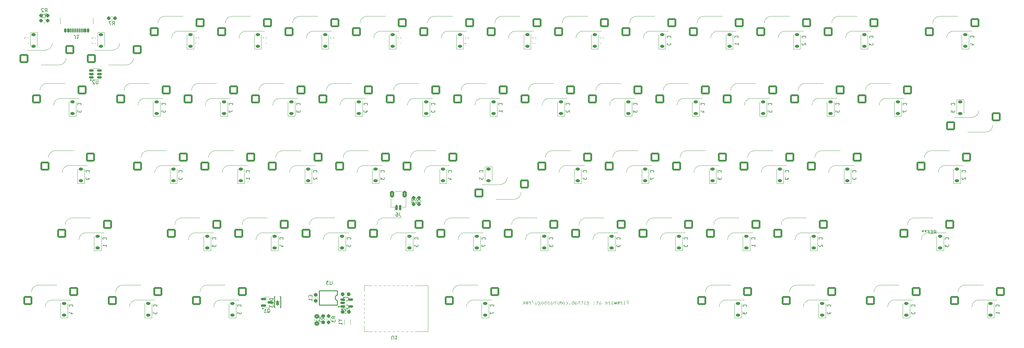
<source format=gbr>
%TF.GenerationSoftware,KiCad,Pcbnew,8.0.2*%
%TF.CreationDate,2024-05-10T14:21:02+08:00*%
%TF.ProjectId,rmk-ble-keyboard,726d6b2d-626c-4652-9d6b-6579626f6172,0*%
%TF.SameCoordinates,Original*%
%TF.FileFunction,Legend,Bot*%
%TF.FilePolarity,Positive*%
%FSLAX46Y46*%
G04 Gerber Fmt 4.6, Leading zero omitted, Abs format (unit mm)*
G04 Created by KiCad (PCBNEW 8.0.2) date 2024-05-10 14:21:02*
%MOMM*%
%LPD*%
G01*
G04 APERTURE LIST*
G04 Aperture macros list*
%AMRoundRect*
0 Rectangle with rounded corners*
0 $1 Rounding radius*
0 $2 $3 $4 $5 $6 $7 $8 $9 X,Y pos of 4 corners*
0 Add a 4 corners polygon primitive as box body*
4,1,4,$2,$3,$4,$5,$6,$7,$8,$9,$2,$3,0*
0 Add four circle primitives for the rounded corners*
1,1,$1+$1,$2,$3*
1,1,$1+$1,$4,$5*
1,1,$1+$1,$6,$7*
1,1,$1+$1,$8,$9*
0 Add four rect primitives between the rounded corners*
20,1,$1+$1,$2,$3,$4,$5,0*
20,1,$1+$1,$4,$5,$6,$7,0*
20,1,$1+$1,$6,$7,$8,$9,0*
20,1,$1+$1,$8,$9,$2,$3,0*%
G04 Aperture macros list end*
%ADD10C,0.150000*%
%ADD11C,0.120000*%
%ADD12C,0.254000*%
%ADD13C,0.000000*%
%ADD14C,0.100000*%
%ADD15RoundRect,0.250000X-1.025000X-1.000000X1.025000X-1.000000X1.025000X1.000000X-1.025000X1.000000X0*%
%ADD16C,1.750000*%
%ADD17C,4.000000*%
%ADD18C,3.600000*%
%ADD19C,3.048000*%
%ADD20C,3.987800*%
%ADD21R,1.700000X1.700000*%
%ADD22O,1.700000X1.700000*%
%ADD23RoundRect,0.250000X1.025000X1.000000X-1.025000X1.000000X-1.025000X-1.000000X1.025000X-1.000000X0*%
%ADD24O,9.999980X5.001260*%
%ADD25C,0.900000*%
%ADD26R,1.000000X1.000000*%
%ADD27O,1.000000X1.000000*%
%ADD28C,6.000000*%
%ADD29C,7.001300*%
%ADD30C,7.000240*%
%ADD31RoundRect,0.237500X0.300000X0.237500X-0.300000X0.237500X-0.300000X-0.237500X0.300000X-0.237500X0*%
%ADD32RoundRect,0.225000X0.375000X-0.225000X0.375000X0.225000X-0.375000X0.225000X-0.375000X-0.225000X0*%
%ADD33RoundRect,0.150000X-0.512500X-0.150000X0.512500X-0.150000X0.512500X0.150000X-0.512500X0.150000X0*%
%ADD34R,0.950000X1.200000*%
%ADD35C,0.650000*%
%ADD36RoundRect,0.150000X-0.150000X-0.425000X0.150000X-0.425000X0.150000X0.425000X-0.150000X0.425000X0*%
%ADD37RoundRect,0.075000X-0.075000X-0.500000X0.075000X-0.500000X0.075000X0.500000X-0.075000X0.500000X0*%
%ADD38O,1.000000X1.800000*%
%ADD39O,1.000000X2.100000*%
%ADD40R,0.600000X1.200000*%
%ADD41R,3.300000X2.400000*%
%ADD42RoundRect,0.237500X-0.237500X0.300000X-0.237500X-0.300000X0.237500X-0.300000X0.237500X0.300000X0*%
%ADD43R,0.800000X2.000000*%
%ADD44R,2.000000X0.800000*%
%ADD45R,1.200000X0.800000*%
%ADD46R,0.800000X1.200000*%
%ADD47RoundRect,0.150000X-0.150000X-0.625000X0.150000X-0.625000X0.150000X0.625000X-0.150000X0.625000X0*%
%ADD48RoundRect,0.250000X-0.350000X-0.650000X0.350000X-0.650000X0.350000X0.650000X-0.350000X0.650000X0*%
%ADD49RoundRect,0.250000X0.450000X-0.350000X0.450000X0.350000X-0.450000X0.350000X-0.450000X-0.350000X0*%
%ADD50R,1.800000X1.000000*%
%ADD51RoundRect,0.225000X-0.375000X0.225000X-0.375000X-0.225000X0.375000X-0.225000X0.375000X0.225000X0*%
%ADD52RoundRect,0.237500X0.250000X0.237500X-0.250000X0.237500X-0.250000X-0.237500X0.250000X-0.237500X0*%
%ADD53RoundRect,0.150000X-0.587500X-0.150000X0.587500X-0.150000X0.587500X0.150000X-0.587500X0.150000X0*%
%ADD54RoundRect,0.237500X-0.300000X-0.237500X0.300000X-0.237500X0.300000X0.237500X-0.300000X0.237500X0*%
%ADD55RoundRect,0.237500X-0.250000X-0.237500X0.250000X-0.237500X0.250000X0.237500X-0.250000X0.237500X0*%
%ADD56RoundRect,0.237500X-0.237500X0.250000X-0.237500X-0.250000X0.237500X-0.250000X0.237500X0.250000X0*%
%ADD57RoundRect,0.237500X0.237500X-0.250000X0.237500X0.250000X-0.237500X0.250000X-0.237500X-0.250000X0*%
G04 APERTURE END LIST*
D10*
G36*
X173629672Y11476630D02*
G01*
X174087627Y11476630D01*
X174087627Y11101473D01*
X173688534Y11101473D01*
X173688534Y11023315D01*
X174087627Y11023315D01*
X174087627Y10570000D01*
X174178241Y10570000D01*
X174178241Y11554788D01*
X173617459Y11554788D01*
X173629672Y11476630D01*
G37*
G36*
X173097711Y11664208D02*
G01*
X173050396Y11649950D01*
X173043733Y11644181D01*
X173023297Y11598929D01*
X173023217Y11595332D01*
X173038924Y11548796D01*
X173043733Y11543552D01*
X173089494Y11523838D01*
X173097711Y11523525D01*
X173145021Y11538858D01*
X173150223Y11543552D01*
X173170075Y11589523D01*
X173170251Y11595332D01*
X173152433Y11641671D01*
X173149979Y11644181D01*
X173103565Y11664032D01*
X173097711Y11664208D01*
G37*
G36*
X173333893Y11320315D02*
G01*
X173013691Y11320315D01*
X173013691Y10648158D01*
X172794849Y10648158D01*
X172794849Y10570000D01*
X173341221Y10570000D01*
X173341221Y10648158D01*
X173102840Y10648158D01*
X173102840Y11242157D01*
X173333893Y11242157D01*
X173333893Y11320315D01*
G37*
G36*
X172022309Y11335946D02*
G01*
X171973949Y11332282D01*
X171924361Y11321334D01*
X171920460Y11320315D01*
X171930474Y11090970D01*
X172016692Y11090970D01*
X172016692Y11238005D01*
X172015226Y11257788D01*
X172033300Y11257788D01*
X172082717Y11252784D01*
X172132367Y11235487D01*
X172176483Y11205835D01*
X172188639Y11194529D01*
X172222524Y11153382D01*
X172249562Y11107465D01*
X172270842Y11060074D01*
X172289901Y11005951D01*
X172292442Y10997670D01*
X172292442Y10648158D01*
X172137348Y10648158D01*
X172137348Y10570000D01*
X172504200Y10570000D01*
X172504200Y10648158D01*
X172381346Y10648158D01*
X172381346Y11257788D01*
X172504200Y11257788D01*
X172504200Y11320315D01*
X172313203Y11320315D01*
X172296594Y11147146D01*
X172271926Y11191537D01*
X172241838Y11234325D01*
X172205507Y11272984D01*
X172186196Y11288807D01*
X172143010Y11313666D01*
X172092525Y11329317D01*
X172040849Y11335532D01*
X172022309Y11335946D01*
G37*
G36*
X171171856Y11335946D02*
G01*
X171123298Y11328742D01*
X171079345Y11302126D01*
X171049066Y11255899D01*
X171033997Y11200667D01*
X171029113Y11143634D01*
X171028974Y11131026D01*
X171028974Y10570000D01*
X171116413Y10570000D01*
X171116413Y11107579D01*
X171117218Y11157900D01*
X171120076Y11198193D01*
X171137418Y11242890D01*
X171180404Y11257788D01*
X171229730Y11247866D01*
X171258318Y11232387D01*
X171296765Y11197678D01*
X171326151Y11157500D01*
X171328171Y11154229D01*
X171328171Y10570000D01*
X171427334Y10570000D01*
X171427334Y11107579D01*
X171428139Y11157900D01*
X171430997Y11198193D01*
X171448094Y11242890D01*
X171491325Y11257788D01*
X171542173Y11247675D01*
X171584305Y11221280D01*
X171618870Y11184063D01*
X171639092Y11154229D01*
X171639092Y10570000D01*
X171725310Y10570000D01*
X171725310Y11320315D01*
X171652037Y11320315D01*
X171647152Y11221152D01*
X171618247Y11260823D01*
X171583092Y11297180D01*
X171573391Y11305171D01*
X171527941Y11329184D01*
X171481311Y11335946D01*
X171430570Y11328909D01*
X171385310Y11304169D01*
X171352569Y11261615D01*
X171337697Y11223350D01*
X171308151Y11266553D01*
X171274005Y11301533D01*
X171266866Y11307125D01*
X171220954Y11329613D01*
X171171856Y11335946D01*
G37*
G36*
X170116482Y11320315D02*
G01*
X170255701Y10570000D01*
X170402979Y10570000D01*
X170510690Y11127363D01*
X170627683Y10570000D01*
X170770565Y10570000D01*
X170916378Y11320315D01*
X170817948Y11320315D01*
X170707306Y10623734D01*
X170574438Y11224816D01*
X170445966Y11224816D01*
X170319692Y10623734D01*
X170209783Y11320315D01*
X170116482Y11320315D01*
G37*
G36*
X169696110Y11335856D02*
G01*
X169747698Y11332700D01*
X169796524Y11325688D01*
X169821438Y11320652D01*
X169870064Y11307828D01*
X169917669Y11291982D01*
X169891779Y11217244D01*
X169852624Y11231023D01*
X169802554Y11244960D01*
X169749145Y11254581D01*
X169698827Y11257788D01*
X169655520Y11255438D01*
X169604895Y11244528D01*
X169558387Y11220175D01*
X169532885Y11191992D01*
X169514750Y11145830D01*
X169510027Y11097077D01*
X169510027Y11023315D01*
X169624089Y11023315D01*
X169634650Y11023256D01*
X169685103Y11021169D01*
X169740467Y11014729D01*
X169790181Y11003995D01*
X169841039Y10986047D01*
X169884207Y10962255D01*
X169923424Y10928366D01*
X169951435Y10887760D01*
X169968242Y10840438D01*
X169973845Y10786400D01*
X169972831Y10760648D01*
X169963684Y10709154D01*
X169945024Y10663546D01*
X169937422Y10650795D01*
X169904564Y10612120D01*
X169861981Y10582701D01*
X169837324Y10571662D01*
X169786571Y10558353D01*
X169733998Y10554369D01*
X169697606Y10556201D01*
X169646681Y10565818D01*
X169600153Y10583678D01*
X169575134Y10597763D01*
X169533692Y10630619D01*
X169501235Y10668675D01*
X169486168Y10627782D01*
X169455806Y10588807D01*
X169424644Y10568324D01*
X169377159Y10553392D01*
X169352735Y10624955D01*
X169361043Y10627642D01*
X169402316Y10656707D01*
X169410173Y10672463D01*
X169417215Y10722408D01*
X169417215Y10744878D01*
X169510027Y10744878D01*
X169524791Y10725819D01*
X169560666Y10690120D01*
X169601863Y10662080D01*
X169615411Y10655153D01*
X169664631Y10638183D01*
X169716657Y10632527D01*
X169745348Y10633909D01*
X169794074Y10644969D01*
X169836336Y10671850D01*
X169853433Y10693969D01*
X169870797Y10740396D01*
X169875415Y10789819D01*
X169871888Y10828593D01*
X169853376Y10877823D01*
X169818995Y10916337D01*
X169786327Y10935785D01*
X169738920Y10951022D01*
X169687309Y10958662D01*
X169634836Y10960789D01*
X169510027Y10960789D01*
X169510027Y10744878D01*
X169417215Y10744878D01*
X169417215Y11100984D01*
X169418288Y11127068D01*
X169427978Y11179046D01*
X169447745Y11224816D01*
X169460242Y11243766D01*
X169494505Y11279112D01*
X169538604Y11306637D01*
X169583225Y11323324D01*
X169634138Y11333084D01*
X169685882Y11335946D01*
X169696110Y11335856D01*
G37*
G36*
X168579462Y11335946D02*
G01*
X168531102Y11332282D01*
X168481514Y11321334D01*
X168477613Y11320315D01*
X168487627Y11090970D01*
X168573845Y11090970D01*
X168573845Y11238005D01*
X168572379Y11257788D01*
X168590453Y11257788D01*
X168639869Y11252784D01*
X168689519Y11235487D01*
X168733636Y11205835D01*
X168745792Y11194529D01*
X168779677Y11153382D01*
X168806715Y11107465D01*
X168827995Y11060074D01*
X168847053Y11005951D01*
X168849595Y10997670D01*
X168849595Y10648158D01*
X168694501Y10648158D01*
X168694501Y10570000D01*
X169061353Y10570000D01*
X169061353Y10648158D01*
X168938499Y10648158D01*
X168938499Y11257788D01*
X169061353Y11257788D01*
X169061353Y11320315D01*
X168870355Y11320315D01*
X168853747Y11147146D01*
X168829078Y11191537D01*
X168798991Y11234325D01*
X168762660Y11272984D01*
X168743349Y11288807D01*
X168700163Y11313666D01*
X168649678Y11329317D01*
X168598001Y11335532D01*
X168579462Y11335946D01*
G37*
G36*
X167937850Y11335508D02*
G01*
X167987700Y11328939D01*
X168039191Y11312396D01*
X168086580Y11286121D01*
X168108385Y11269602D01*
X168143668Y11235090D01*
X168173850Y11194434D01*
X168198932Y11147635D01*
X168216349Y11101717D01*
X168228790Y11052624D01*
X168236255Y11000356D01*
X168238743Y10944913D01*
X168238705Y10937629D01*
X168236270Y10888203D01*
X168228852Y10835065D01*
X168216487Y10785499D01*
X168199176Y10739505D01*
X168185947Y10712917D01*
X168157776Y10669928D01*
X168124002Y10633199D01*
X168084626Y10602729D01*
X168055537Y10586294D01*
X168008266Y10568017D01*
X167956628Y10557391D01*
X167907062Y10554369D01*
X167879269Y10555386D01*
X167827034Y10562669D01*
X167778101Y10575618D01*
X167750023Y10585744D01*
X167704989Y10606965D01*
X167660621Y10635458D01*
X167707271Y10702869D01*
X167717194Y10696130D01*
X167761914Y10669335D01*
X167806922Y10649135D01*
X167809818Y10648113D01*
X167859140Y10636176D01*
X167910481Y10632527D01*
X167930186Y10633272D01*
X167978685Y10642187D01*
X168026496Y10663057D01*
X168048287Y10678064D01*
X168083607Y10714119D01*
X168110272Y10756846D01*
X168114093Y10764873D01*
X168130913Y10813283D01*
X168140044Y10863553D01*
X168143244Y10913894D01*
X167630579Y10913894D01*
X167630064Y10924626D01*
X167628381Y10974955D01*
X167628898Y10992052D01*
X167713133Y10992052D01*
X168141779Y10992052D01*
X168136981Y11039251D01*
X168125922Y11090799D01*
X168107341Y11139331D01*
X168097646Y11157215D01*
X168068143Y11196793D01*
X168029427Y11228235D01*
X168017062Y11235162D01*
X167970420Y11252132D01*
X167918541Y11257788D01*
X167907175Y11257524D01*
X167854668Y11248274D01*
X167809364Y11225811D01*
X167771263Y11190133D01*
X167767864Y11185858D01*
X167741868Y11141824D01*
X167725702Y11094280D01*
X167716916Y11046193D01*
X167713133Y10992052D01*
X167628898Y10992052D01*
X167629608Y11015498D01*
X167635066Y11066324D01*
X167646424Y11119087D01*
X167663307Y11167174D01*
X167667766Y11177194D01*
X167693750Y11222885D01*
X167725888Y11261229D01*
X167764180Y11292227D01*
X167776759Y11300040D01*
X167821791Y11320533D01*
X167871594Y11332488D01*
X167920495Y11335946D01*
X167937850Y11335508D01*
G37*
G36*
X166253263Y11335856D02*
G01*
X166304850Y11332700D01*
X166353677Y11325688D01*
X166378591Y11320652D01*
X166427217Y11307828D01*
X166474822Y11291982D01*
X166448932Y11217244D01*
X166409777Y11231023D01*
X166359707Y11244960D01*
X166306298Y11254581D01*
X166255980Y11257788D01*
X166212673Y11255438D01*
X166162048Y11244528D01*
X166115540Y11220175D01*
X166090038Y11191992D01*
X166071903Y11145830D01*
X166067180Y11097077D01*
X166067180Y11023315D01*
X166181242Y11023315D01*
X166191803Y11023256D01*
X166242256Y11021169D01*
X166297620Y11014729D01*
X166347333Y11003995D01*
X166398192Y10986047D01*
X166441360Y10962255D01*
X166480577Y10928366D01*
X166508588Y10887760D01*
X166525395Y10840438D01*
X166530997Y10786400D01*
X166529984Y10760648D01*
X166520837Y10709154D01*
X166502177Y10663546D01*
X166494575Y10650795D01*
X166461716Y10612120D01*
X166419134Y10582701D01*
X166394477Y10571662D01*
X166343724Y10558353D01*
X166291151Y10554369D01*
X166254759Y10556201D01*
X166203834Y10565818D01*
X166157306Y10583678D01*
X166132286Y10597763D01*
X166090845Y10630619D01*
X166058387Y10668675D01*
X166043321Y10627782D01*
X166012958Y10588807D01*
X165981796Y10568324D01*
X165934312Y10553392D01*
X165909888Y10624955D01*
X165918196Y10627642D01*
X165959469Y10656707D01*
X165967326Y10672463D01*
X165974368Y10722408D01*
X165974368Y10744878D01*
X166067180Y10744878D01*
X166081944Y10725819D01*
X166117819Y10690120D01*
X166159016Y10662080D01*
X166172563Y10655153D01*
X166221784Y10638183D01*
X166273810Y10632527D01*
X166302501Y10633909D01*
X166351227Y10644969D01*
X166393489Y10671850D01*
X166410586Y10693969D01*
X166427950Y10740396D01*
X166432568Y10789819D01*
X166429041Y10828593D01*
X166410528Y10877823D01*
X166376147Y10916337D01*
X166343480Y10935785D01*
X166296073Y10951022D01*
X166244461Y10958662D01*
X166191988Y10960789D01*
X166067180Y10960789D01*
X166067180Y10744878D01*
X165974368Y10744878D01*
X165974368Y11100984D01*
X165975441Y11127068D01*
X165985131Y11179046D01*
X166004898Y11224816D01*
X166017395Y11243766D01*
X166051658Y11279112D01*
X166095757Y11306637D01*
X166140378Y11323324D01*
X166191291Y11333084D01*
X166243035Y11335946D01*
X166253263Y11335856D01*
G37*
G36*
X165050642Y10604683D02*
G01*
X165096365Y10581353D01*
X165139302Y10567802D01*
X165187580Y10558160D01*
X165236475Y10554382D01*
X165239441Y10554369D01*
X165292266Y10558181D01*
X165343447Y10570916D01*
X165368401Y10581480D01*
X165411364Y10609129D01*
X165446502Y10647468D01*
X165452177Y10656218D01*
X165473039Y10703713D01*
X165480986Y10753174D01*
X165481242Y10764418D01*
X165481242Y11242157D01*
X165659295Y11242157D01*
X165659295Y11320315D01*
X165481242Y11320315D01*
X165481242Y11493727D01*
X165392337Y11504474D01*
X165392337Y11320315D01*
X165126601Y11320315D01*
X165138813Y11242157D01*
X165392337Y11242157D01*
X165392337Y10767593D01*
X165386291Y10718620D01*
X165362248Y10673175D01*
X165355701Y10666476D01*
X165311426Y10642108D01*
X165261709Y10633356D01*
X165237243Y10632527D01*
X165184491Y10636798D01*
X165133701Y10649612D01*
X165089232Y10668675D01*
X165050642Y10604683D01*
G37*
G36*
X164598304Y11180852D02*
G01*
X164588019Y11229739D01*
X164584870Y11236051D01*
X164551655Y11272178D01*
X164547257Y11274885D01*
X164499018Y11288927D01*
X164493524Y11289051D01*
X164445064Y11278206D01*
X164438813Y11274885D01*
X164402686Y11240625D01*
X164399979Y11236051D01*
X164386034Y11188339D01*
X164385812Y11180852D01*
X164395898Y11132983D01*
X164399979Y11124920D01*
X164434239Y11087748D01*
X164438813Y11084864D01*
X164486097Y11070439D01*
X164493524Y11070210D01*
X164541128Y11081430D01*
X164547257Y11084864D01*
X164582216Y11120293D01*
X164584870Y11124920D01*
X164598094Y11173299D01*
X164598304Y11180852D01*
G37*
G36*
X164598304Y10664522D02*
G01*
X164586870Y10713751D01*
X164584382Y10718500D01*
X164551125Y10755472D01*
X164546769Y10758312D01*
X164499013Y10773080D01*
X164493524Y10773211D01*
X164445064Y10761804D01*
X164438813Y10758312D01*
X164402686Y10723125D01*
X164399979Y10718500D01*
X164386034Y10671670D01*
X164385812Y10664522D01*
X164395898Y10616718D01*
X164399979Y10608591D01*
X164434239Y10571578D01*
X164438813Y10568779D01*
X164486097Y10554594D01*
X164493524Y10554369D01*
X164541128Y10565402D01*
X164547257Y10568779D01*
X164582216Y10603925D01*
X164584870Y10608591D01*
X164598094Y10657023D01*
X164598304Y10664522D01*
G37*
G36*
X162489329Y11373567D02*
G01*
X162536650Y11358661D01*
X162583495Y11348743D01*
X162634103Y11342052D01*
X162637787Y11341676D01*
X162687659Y11338099D01*
X162737194Y11336429D01*
X162787976Y11335946D01*
X162839133Y11332750D01*
X162891219Y11321851D01*
X162938918Y11303218D01*
X162970059Y11285296D01*
X163009901Y11252575D01*
X163041500Y11212848D01*
X163057421Y11183142D01*
X163072774Y11135262D01*
X163077892Y11083399D01*
X163077147Y11061789D01*
X163068232Y11010515D01*
X163047362Y10963231D01*
X163032450Y10942465D01*
X162996510Y10908239D01*
X162953817Y10881654D01*
X162981179Y10860680D01*
X163014877Y10822059D01*
X163024913Y10803495D01*
X163035638Y10754648D01*
X163033706Y10731760D01*
X163015854Y10685772D01*
X162998269Y10664076D01*
X162956748Y10635702D01*
X162909468Y10621027D01*
X162859050Y10616895D01*
X162719832Y10616895D01*
X162680616Y10614895D01*
X162632626Y10605615D01*
X162584766Y10584899D01*
X162578318Y10580820D01*
X162543220Y10543167D01*
X162531521Y10493064D01*
X162534583Y10463318D01*
X162556518Y10417501D01*
X162595512Y10386086D01*
X162631676Y10370805D01*
X162682322Y10358833D01*
X162736197Y10352830D01*
X162790174Y10351159D01*
X162826250Y10351919D01*
X162875431Y10356182D01*
X162924752Y10367035D01*
X162954090Y10379628D01*
X162991186Y10413929D01*
X163004509Y10447907D01*
X163009748Y10497705D01*
X163091570Y10497705D01*
X163090539Y10468928D01*
X163082296Y10417866D01*
X163062260Y10369233D01*
X163049881Y10351725D01*
X163010912Y10317885D01*
X162966273Y10296693D01*
X162944385Y10289868D01*
X162893848Y10279688D01*
X162840656Y10274482D01*
X162787243Y10273001D01*
X162776996Y10273057D01*
X162727929Y10275028D01*
X162673819Y10281107D01*
X162624912Y10291239D01*
X162574431Y10308183D01*
X162531032Y10330643D01*
X162499989Y10353935D01*
X162465466Y10395508D01*
X162445395Y10445040D01*
X162439685Y10495751D01*
X162439822Y10502584D01*
X162449543Y10551521D01*
X162474612Y10596379D01*
X162486059Y10610251D01*
X162524580Y10644018D01*
X162568890Y10668675D01*
X162599451Y10680215D01*
X162648154Y10691343D01*
X162700293Y10695053D01*
X162839511Y10695053D01*
X162880909Y10698454D01*
X162928222Y10720109D01*
X162945757Y10766128D01*
X162933789Y10814243D01*
X162902770Y10852345D01*
X162899532Y10851294D01*
X162850502Y10839645D01*
X162832384Y10837584D01*
X162782114Y10835737D01*
X162736276Y10838268D01*
X162685237Y10848235D01*
X162635812Y10867733D01*
X162610192Y10883041D01*
X162572851Y10914886D01*
X162541779Y10957370D01*
X162526076Y10990969D01*
X162513133Y11039856D01*
X162509467Y11086574D01*
X162606992Y11086574D01*
X162610663Y11039558D01*
X162625119Y10990594D01*
X162653398Y10947844D01*
X162686161Y10921698D01*
X162735803Y10903105D01*
X162785778Y10898263D01*
X162798071Y10898463D01*
X162848597Y10904324D01*
X162895537Y10920352D01*
X162935987Y10949554D01*
X162964493Y10988909D01*
X162981167Y11036115D01*
X162986057Y11085841D01*
X162982193Y11130868D01*
X162966975Y11178711D01*
X162937208Y11221885D01*
X162930909Y11228125D01*
X162889376Y11255252D01*
X162841501Y11269343D01*
X162790174Y11273420D01*
X162742720Y11269633D01*
X162694270Y11254720D01*
X162653398Y11225548D01*
X162626977Y11187638D01*
X162611524Y11139396D01*
X162606992Y11086574D01*
X162509467Y11086574D01*
X162509295Y11088772D01*
X162509795Y11103877D01*
X162519418Y11153258D01*
X162541290Y11197216D01*
X162554388Y11214332D01*
X162593497Y11249194D01*
X162636545Y11273420D01*
X162613170Y11273503D01*
X162562521Y11274385D01*
X162510027Y11276839D01*
X162464350Y11282260D01*
X162414528Y11293204D01*
X162447501Y11389435D01*
X162489329Y11373567D01*
G37*
G36*
X161908457Y11664208D02*
G01*
X161861143Y11649950D01*
X161854480Y11644181D01*
X161834043Y11598929D01*
X161833963Y11595332D01*
X161849671Y11548796D01*
X161854480Y11543552D01*
X161900241Y11523838D01*
X161908457Y11523525D01*
X161955768Y11538858D01*
X161960969Y11543552D01*
X161980821Y11589523D01*
X161980997Y11595332D01*
X161963180Y11641671D01*
X161960725Y11644181D01*
X161914312Y11664032D01*
X161908457Y11664208D01*
G37*
G36*
X162144640Y11320315D02*
G01*
X161824438Y11320315D01*
X161824438Y10648158D01*
X161605596Y10648158D01*
X161605596Y10570000D01*
X162151967Y10570000D01*
X162151967Y10648158D01*
X161913586Y10648158D01*
X161913586Y11242157D01*
X162144640Y11242157D01*
X162144640Y11320315D01*
G37*
G36*
X160747083Y10604683D02*
G01*
X160792807Y10581353D01*
X160835743Y10567802D01*
X160884021Y10558160D01*
X160932916Y10554382D01*
X160935882Y10554369D01*
X160988707Y10558181D01*
X161039888Y10570916D01*
X161064842Y10581480D01*
X161107805Y10609129D01*
X161142943Y10647468D01*
X161148618Y10656218D01*
X161169480Y10703713D01*
X161177427Y10753174D01*
X161177683Y10764418D01*
X161177683Y11242157D01*
X161355736Y11242157D01*
X161355736Y11320315D01*
X161177683Y11320315D01*
X161177683Y11493727D01*
X161088778Y11504474D01*
X161088778Y11320315D01*
X160823042Y11320315D01*
X160835254Y11242157D01*
X161088778Y11242157D01*
X161088778Y10767593D01*
X161082732Y10718620D01*
X161058689Y10673175D01*
X161052142Y10666476D01*
X161007867Y10642108D01*
X160958150Y10633356D01*
X160933684Y10632527D01*
X160880932Y10636798D01*
X160830142Y10649612D01*
X160785673Y10668675D01*
X160747083Y10604683D01*
G37*
G36*
X160372414Y11201368D02*
G01*
X160340339Y11242096D01*
X160302550Y11275955D01*
X160263237Y11300775D01*
X160216963Y11320799D01*
X160165495Y11333164D01*
X160126217Y11335946D01*
X160076071Y11332489D01*
X160022791Y11318442D01*
X159979958Y11293591D01*
X159942348Y11249507D01*
X159922499Y11200885D01*
X159913096Y11141458D01*
X159912260Y11114662D01*
X159912260Y10570000D01*
X160001165Y10570000D01*
X160001165Y11126874D01*
X160007211Y11175484D01*
X160031254Y11219486D01*
X160037801Y11225793D01*
X160083963Y11249789D01*
X160135497Y11257507D01*
X160149176Y11257788D01*
X160200138Y11251065D01*
X160238813Y11236539D01*
X160282715Y11211051D01*
X160317215Y11183294D01*
X160351630Y11146913D01*
X160372414Y11118081D01*
X160372414Y10570000D01*
X160461318Y10570000D01*
X160461318Y11624641D01*
X160372414Y11635388D01*
X160372414Y11201368D01*
G37*
G36*
X159511702Y10785667D02*
G01*
X159507691Y10735866D01*
X159490981Y10687260D01*
X159477752Y10669163D01*
X159433606Y10641686D01*
X159383079Y10632849D01*
X159369553Y10632527D01*
X159319945Y10637816D01*
X159271505Y10653684D01*
X159239860Y10670140D01*
X159196766Y10700766D01*
X159161641Y10735857D01*
X159142651Y10761731D01*
X159142651Y11320315D01*
X159053503Y11320315D01*
X159053503Y10570000D01*
X159128241Y10570000D01*
X159138255Y10676979D01*
X159171802Y10640184D01*
X159210312Y10609392D01*
X159249630Y10586609D01*
X159295083Y10568254D01*
X159344931Y10556919D01*
X159382498Y10554369D01*
X159433071Y10557880D01*
X159482120Y10570223D01*
X159526876Y10594361D01*
X159545408Y10610545D01*
X159574517Y10650449D01*
X159592844Y10699942D01*
X159600121Y10752683D01*
X159600607Y10771989D01*
X159600607Y11320315D01*
X159511702Y11320315D01*
X159511702Y10785667D01*
G37*
G36*
X158739895Y11626839D02*
G01*
X158739895Y10570000D01*
X158662470Y10570000D01*
X158653921Y10650112D01*
X158644010Y10638129D01*
X158606137Y10602679D01*
X158563307Y10577328D01*
X158539836Y10568382D01*
X158491904Y10557598D01*
X158442651Y10554369D01*
X158425129Y10554807D01*
X158375526Y10561376D01*
X158325624Y10577919D01*
X158281207Y10604194D01*
X158268988Y10613874D01*
X158232352Y10651006D01*
X158202012Y10695628D01*
X158180090Y10742192D01*
X158163325Y10794012D01*
X158153028Y10843578D01*
X158147067Y10896442D01*
X158145408Y10945402D01*
X158145421Y10946134D01*
X158246036Y10946134D01*
X158246902Y10908433D01*
X158251450Y10856361D01*
X158261683Y10802404D01*
X158277223Y10755762D01*
X158301479Y10711417D01*
X158323947Y10684607D01*
X158364283Y10654792D01*
X158412579Y10637457D01*
X158462191Y10632527D01*
X158472626Y10632774D01*
X158523259Y10641414D01*
X158568192Y10660615D01*
X158580385Y10668003D01*
X158618914Y10698671D01*
X158650990Y10736818D01*
X158650990Y11120524D01*
X158631008Y11148627D01*
X158597543Y11186260D01*
X158559888Y11218465D01*
X158539517Y11231829D01*
X158492613Y11251299D01*
X158441919Y11257788D01*
X158418475Y11256533D01*
X158371113Y11244526D01*
X158327235Y11216276D01*
X158295617Y11177432D01*
X158281333Y11150598D01*
X158263515Y11100494D01*
X158253008Y11049415D01*
X158247779Y11000256D01*
X158246036Y10946134D01*
X158145421Y10946134D01*
X158146009Y10979304D01*
X158149682Y11032612D01*
X158156694Y11081924D01*
X158169517Y11135826D01*
X158187148Y11183974D01*
X158213796Y11232876D01*
X158237017Y11262569D01*
X158275998Y11295684D01*
X158322528Y11318935D01*
X158376609Y11332322D01*
X158428974Y11335946D01*
X158453434Y11334795D01*
X158503958Y11324408D01*
X158551095Y11303218D01*
X158581610Y11282607D01*
X158619351Y11247854D01*
X158650990Y11208696D01*
X158650990Y11639051D01*
X158739895Y11626839D01*
G37*
G36*
X157722623Y10673071D02*
G01*
X157712788Y10721443D01*
X157707725Y10731689D01*
X157674346Y10768681D01*
X157666448Y10773699D01*
X157619713Y10788310D01*
X157607829Y10788842D01*
X157559338Y10779600D01*
X157547257Y10773699D01*
X157510266Y10739973D01*
X157505247Y10731934D01*
X157490637Y10685038D01*
X157490104Y10673071D01*
X157499347Y10624747D01*
X157505247Y10612499D01*
X157539147Y10575095D01*
X157547257Y10570000D01*
X157595430Y10554919D01*
X157607829Y10554369D01*
X157656350Y10564688D01*
X157666448Y10570000D01*
X157702724Y10604313D01*
X157707725Y10612499D01*
X157722100Y10660821D01*
X157722623Y10673071D01*
G37*
G36*
X156695338Y10632527D02*
G01*
X156641437Y10636694D01*
X156589398Y10649196D01*
X156539221Y10670033D01*
X156496844Y10695103D01*
X156490907Y10699205D01*
X156444256Y10639121D01*
X156486777Y10610306D01*
X156532109Y10588215D01*
X156561249Y10577328D01*
X156611910Y10563337D01*
X156660579Y10555804D01*
X156691919Y10554369D01*
X156744171Y10557330D01*
X156792486Y10566215D01*
X156842131Y10583289D01*
X156877299Y10601752D01*
X156917560Y10631574D01*
X156952063Y10667732D01*
X156980809Y10710227D01*
X156994291Y10736574D01*
X157011816Y10782339D01*
X157024333Y10831951D01*
X157031844Y10885410D01*
X157034308Y10935342D01*
X157034347Y10942715D01*
X157031844Y10997853D01*
X157024333Y11049938D01*
X157011816Y11098969D01*
X156994291Y11144948D01*
X156968686Y11192061D01*
X156937207Y11233107D01*
X156899855Y11268087D01*
X156876566Y11284899D01*
X156830501Y11309575D01*
X156779683Y11326175D01*
X156730521Y11334151D01*
X156691186Y11335946D01*
X156640379Y11332786D01*
X156591821Y11323307D01*
X156545513Y11307507D01*
X156501455Y11285388D01*
X156459646Y11256949D01*
X156446210Y11246065D01*
X156493593Y11182317D01*
X156538393Y11211724D01*
X156582818Y11233909D01*
X156633132Y11250418D01*
X156682958Y11257494D01*
X156695338Y11257788D01*
X156745976Y11252705D01*
X156795641Y11235725D01*
X156820146Y11221640D01*
X156857332Y11189584D01*
X156887923Y11147635D01*
X156904654Y11114174D01*
X156920754Y11066747D01*
X156930891Y11013309D01*
X156934916Y10960076D01*
X156935184Y10941250D01*
X156933307Y10891729D01*
X156926706Y10841128D01*
X156913797Y10791249D01*
X156905143Y10768814D01*
X156881493Y10725478D01*
X156849241Y10687749D01*
X156820635Y10665988D01*
X156773798Y10644323D01*
X156725627Y10634128D01*
X156695338Y10632527D01*
G37*
G36*
X155906872Y11335175D02*
G01*
X155959326Y11327804D01*
X156006950Y11312627D01*
X156054200Y11286609D01*
X156071301Y11273725D01*
X156109278Y11236173D01*
X156137625Y11195850D01*
X156160446Y11149345D01*
X156177566Y11097468D01*
X156188080Y11047528D01*
X156194167Y10993986D01*
X156195861Y10944181D01*
X156194178Y10894113D01*
X156188133Y10840414D01*
X156177692Y10790470D01*
X156160690Y10738772D01*
X156153791Y10722719D01*
X156129435Y10678654D01*
X156095937Y10636899D01*
X156055666Y10602729D01*
X156037653Y10591395D01*
X155988346Y10569670D01*
X155938750Y10558194D01*
X155884207Y10554369D01*
X155859753Y10555151D01*
X155808078Y10562632D01*
X155761040Y10578035D01*
X155714214Y10604439D01*
X155697175Y10617616D01*
X155659350Y10655803D01*
X155631141Y10696575D01*
X155608457Y10743413D01*
X155592856Y10789285D01*
X155581713Y10838240D01*
X155575027Y10890279D01*
X155572808Y10945158D01*
X155670251Y10945158D01*
X155671086Y10907300D01*
X155675474Y10855093D01*
X155687175Y10794032D01*
X155705562Y10742741D01*
X155737948Y10692366D01*
X155780781Y10657256D01*
X155834061Y10637412D01*
X155884207Y10632527D01*
X155922444Y10635262D01*
X155977814Y10651975D01*
X156022736Y10683881D01*
X156057212Y10730981D01*
X156077270Y10779601D01*
X156090642Y10837944D01*
X156096284Y10888083D01*
X156098164Y10943692D01*
X156097320Y10981727D01*
X156092887Y11034179D01*
X156081066Y11095526D01*
X156062490Y11147057D01*
X156029771Y11197668D01*
X155986498Y11232943D01*
X155932671Y11252881D01*
X155882009Y11257788D01*
X155844166Y11255041D01*
X155789365Y11238249D01*
X155744904Y11206192D01*
X155710783Y11158870D01*
X155690930Y11110021D01*
X155677695Y11051403D01*
X155672112Y11001028D01*
X155670251Y10945158D01*
X155572808Y10945158D01*
X155572798Y10945402D01*
X155574446Y10996599D01*
X155580365Y11051218D01*
X155590589Y11101685D01*
X155607236Y11153497D01*
X155614002Y11169583D01*
X155638011Y11213592D01*
X155671212Y11255013D01*
X155711284Y11288563D01*
X155729178Y11299668D01*
X155778222Y11320954D01*
X155827623Y11332198D01*
X155882009Y11335946D01*
X155906872Y11335175D01*
G37*
G36*
X154818332Y11335946D02*
G01*
X154769774Y11328742D01*
X154725821Y11302126D01*
X154695542Y11255899D01*
X154680473Y11200667D01*
X154675589Y11143634D01*
X154675450Y11131026D01*
X154675450Y10570000D01*
X154762889Y10570000D01*
X154762889Y11107579D01*
X154763694Y11157900D01*
X154766552Y11198193D01*
X154783893Y11242890D01*
X154826880Y11257788D01*
X154876206Y11247866D01*
X154904794Y11232387D01*
X154943241Y11197678D01*
X154972627Y11157500D01*
X154974647Y11154229D01*
X154974647Y10570000D01*
X155073810Y10570000D01*
X155073810Y11107579D01*
X155074615Y11157900D01*
X155077473Y11198193D01*
X155094570Y11242890D01*
X155137801Y11257788D01*
X155188649Y11247675D01*
X155230781Y11221280D01*
X155265345Y11184063D01*
X155285568Y11154229D01*
X155285568Y10570000D01*
X155371786Y10570000D01*
X155371786Y11320315D01*
X155298513Y11320315D01*
X155293628Y11221152D01*
X155264723Y11260823D01*
X155229568Y11297180D01*
X155219867Y11305171D01*
X155174417Y11329184D01*
X155127787Y11335946D01*
X155077046Y11328909D01*
X155031786Y11304169D01*
X154999045Y11261615D01*
X154984173Y11223350D01*
X154954627Y11266553D01*
X154920481Y11301533D01*
X154913342Y11307125D01*
X154867429Y11329613D01*
X154818332Y11335946D01*
G37*
G36*
X153817424Y11692052D02*
G01*
X154434138Y10425653D01*
X154508143Y10457893D01*
X153889965Y11728689D01*
X153817424Y11692052D01*
G37*
G36*
X153486720Y11201368D02*
G01*
X153454645Y11242096D01*
X153416856Y11275955D01*
X153377543Y11300775D01*
X153331269Y11320799D01*
X153279800Y11333164D01*
X153240523Y11335946D01*
X153190377Y11332489D01*
X153137097Y11318442D01*
X153094263Y11293591D01*
X153056654Y11249507D01*
X153036804Y11200885D01*
X153027402Y11141458D01*
X153026566Y11114662D01*
X153026566Y10570000D01*
X153115471Y10570000D01*
X153115471Y11126874D01*
X153121517Y11175484D01*
X153145560Y11219486D01*
X153152107Y11225793D01*
X153198269Y11249789D01*
X153249803Y11257507D01*
X153263482Y11257788D01*
X153314444Y11251065D01*
X153353119Y11236539D01*
X153397020Y11211051D01*
X153431521Y11183294D01*
X153465936Y11146913D01*
X153486720Y11118081D01*
X153486720Y10570000D01*
X153575624Y10570000D01*
X153575624Y11624641D01*
X153486720Y11635388D01*
X153486720Y11201368D01*
G37*
G36*
X152481874Y11335856D02*
G01*
X152533462Y11332700D01*
X152582288Y11325688D01*
X152607203Y11320652D01*
X152655828Y11307828D01*
X152703433Y11291982D01*
X152677543Y11217244D01*
X152638388Y11231023D01*
X152588318Y11244960D01*
X152534909Y11254581D01*
X152484591Y11257788D01*
X152441284Y11255438D01*
X152390660Y11244528D01*
X152344152Y11220175D01*
X152318649Y11191992D01*
X152300514Y11145830D01*
X152295792Y11097077D01*
X152295792Y11023315D01*
X152409853Y11023315D01*
X152420414Y11023256D01*
X152470867Y11021169D01*
X152526231Y11014729D01*
X152575945Y11003995D01*
X152626803Y10986047D01*
X152669972Y10962255D01*
X152709188Y10928366D01*
X152737199Y10887760D01*
X152754006Y10840438D01*
X152759609Y10786400D01*
X152758595Y10760648D01*
X152749448Y10709154D01*
X152730788Y10663546D01*
X152723186Y10650795D01*
X152690328Y10612120D01*
X152647745Y10582701D01*
X152623088Y10571662D01*
X152572336Y10558353D01*
X152519762Y10554369D01*
X152483370Y10556201D01*
X152432445Y10565818D01*
X152385917Y10583678D01*
X152360898Y10597763D01*
X152319456Y10630619D01*
X152286999Y10668675D01*
X152271932Y10627782D01*
X152241570Y10588807D01*
X152210408Y10568324D01*
X152162923Y10553392D01*
X152138499Y10624955D01*
X152146807Y10627642D01*
X152188080Y10656707D01*
X152195937Y10672463D01*
X152202979Y10722408D01*
X152202979Y10744878D01*
X152295792Y10744878D01*
X152310555Y10725819D01*
X152346430Y10690120D01*
X152387627Y10662080D01*
X152401175Y10655153D01*
X152450395Y10638183D01*
X152502421Y10632527D01*
X152531112Y10633909D01*
X152579838Y10644969D01*
X152622100Y10671850D01*
X152639197Y10693969D01*
X152656561Y10740396D01*
X152661179Y10789819D01*
X152657653Y10828593D01*
X152639140Y10877823D01*
X152604759Y10916337D01*
X152572091Y10935785D01*
X152524684Y10951022D01*
X152473073Y10958662D01*
X152420600Y10960789D01*
X152295792Y10960789D01*
X152295792Y10744878D01*
X152202979Y10744878D01*
X152202979Y11100984D01*
X152204053Y11127068D01*
X152213742Y11179046D01*
X152233510Y11224816D01*
X152246006Y11243766D01*
X152280269Y11279112D01*
X152324368Y11306637D01*
X152368989Y11323324D01*
X152419902Y11333084D01*
X152471646Y11335946D01*
X152481874Y11335856D01*
G37*
G36*
X151603313Y11335175D02*
G01*
X151655767Y11327804D01*
X151703391Y11312627D01*
X151750642Y11286609D01*
X151767742Y11273725D01*
X151805719Y11236173D01*
X151834066Y11195850D01*
X151856887Y11149345D01*
X151874007Y11097468D01*
X151884521Y11047528D01*
X151890608Y10993986D01*
X151892302Y10944181D01*
X151890619Y10894113D01*
X151884574Y10840414D01*
X151874133Y10790470D01*
X151857131Y10738772D01*
X151850232Y10722719D01*
X151825876Y10678654D01*
X151792378Y10636899D01*
X151752107Y10602729D01*
X151734094Y10591395D01*
X151684788Y10569670D01*
X151635191Y10558194D01*
X151580648Y10554369D01*
X151556194Y10555151D01*
X151504519Y10562632D01*
X151457481Y10578035D01*
X151410655Y10604439D01*
X151393616Y10617616D01*
X151355791Y10655803D01*
X151327582Y10696575D01*
X151304898Y10743413D01*
X151289297Y10789285D01*
X151278154Y10838240D01*
X151271468Y10890279D01*
X151269249Y10945158D01*
X151366692Y10945158D01*
X151367528Y10907300D01*
X151371915Y10855093D01*
X151383616Y10794032D01*
X151402003Y10742741D01*
X151434389Y10692366D01*
X151477222Y10657256D01*
X151530502Y10637412D01*
X151580648Y10632527D01*
X151618885Y10635262D01*
X151674255Y10651975D01*
X151719177Y10683881D01*
X151753653Y10730981D01*
X151773711Y10779601D01*
X151787083Y10837944D01*
X151792725Y10888083D01*
X151794605Y10943692D01*
X151793761Y10981727D01*
X151789328Y11034179D01*
X151777507Y11095526D01*
X151758931Y11147057D01*
X151726212Y11197668D01*
X151682939Y11232943D01*
X151629112Y11252881D01*
X151578450Y11257788D01*
X151540607Y11255041D01*
X151485806Y11238249D01*
X151441345Y11206192D01*
X151407224Y11158870D01*
X151387371Y11110021D01*
X151374136Y11051403D01*
X151368553Y11001028D01*
X151366692Y10945158D01*
X151269249Y10945158D01*
X151269239Y10945402D01*
X151270887Y10996599D01*
X151276806Y11051218D01*
X151287030Y11101685D01*
X151303677Y11153497D01*
X151310443Y11169583D01*
X151334452Y11213592D01*
X151367653Y11255013D01*
X151407725Y11288563D01*
X151425619Y11299668D01*
X151474663Y11320954D01*
X151524065Y11332198D01*
X151578450Y11335946D01*
X151603313Y11335175D01*
G37*
G36*
X150993489Y11626839D02*
G01*
X150993489Y10570000D01*
X150916064Y10570000D01*
X150907515Y10650112D01*
X150897604Y10638129D01*
X150859730Y10602679D01*
X150816901Y10577328D01*
X150793429Y10568382D01*
X150745498Y10557598D01*
X150696245Y10554369D01*
X150678723Y10554807D01*
X150629120Y10561376D01*
X150579218Y10577919D01*
X150534801Y10604194D01*
X150522582Y10613874D01*
X150485945Y10651006D01*
X150455606Y10695628D01*
X150433684Y10742192D01*
X150416919Y10794012D01*
X150406622Y10843578D01*
X150400661Y10896442D01*
X150399002Y10945402D01*
X150399015Y10946134D01*
X150499630Y10946134D01*
X150500496Y10908433D01*
X150505044Y10856361D01*
X150515277Y10802404D01*
X150530816Y10755762D01*
X150555073Y10711417D01*
X150577541Y10684607D01*
X150617877Y10654792D01*
X150666173Y10637457D01*
X150715785Y10632527D01*
X150726220Y10632774D01*
X150776853Y10641414D01*
X150821786Y10660615D01*
X150833979Y10668003D01*
X150872507Y10698671D01*
X150904584Y10736818D01*
X150904584Y11120524D01*
X150884602Y11148627D01*
X150851137Y11186260D01*
X150813482Y11218465D01*
X150793111Y11231829D01*
X150746206Y11251299D01*
X150695512Y11257788D01*
X150672069Y11256533D01*
X150624707Y11244526D01*
X150580829Y11216276D01*
X150549211Y11177432D01*
X150534927Y11150598D01*
X150517109Y11100494D01*
X150506602Y11049415D01*
X150501373Y11000256D01*
X150499630Y10946134D01*
X150399015Y10946134D01*
X150399603Y10979304D01*
X150403276Y11032612D01*
X150410288Y11081924D01*
X150423111Y11135826D01*
X150440742Y11183974D01*
X150467390Y11232876D01*
X150490611Y11262569D01*
X150529591Y11295684D01*
X150576122Y11318935D01*
X150630203Y11332322D01*
X150682568Y11335946D01*
X150707028Y11334795D01*
X150757552Y11324408D01*
X150804689Y11303218D01*
X150835204Y11282607D01*
X150872945Y11247854D01*
X150904584Y11208696D01*
X150904584Y11639051D01*
X150993489Y11626839D01*
G37*
G36*
X149881890Y11335175D02*
G01*
X149934344Y11327804D01*
X149981967Y11312627D01*
X150029218Y11286609D01*
X150046319Y11273725D01*
X150084296Y11236173D01*
X150112642Y11195850D01*
X150135464Y11149345D01*
X150152583Y11097468D01*
X150163097Y11047528D01*
X150169184Y10993986D01*
X150170879Y10944181D01*
X150169196Y10894113D01*
X150163151Y10840414D01*
X150152709Y10790470D01*
X150135708Y10738772D01*
X150128808Y10722719D01*
X150104452Y10678654D01*
X150070955Y10636899D01*
X150030683Y10602729D01*
X150012670Y10591395D01*
X149963364Y10569670D01*
X149913767Y10558194D01*
X149859225Y10554369D01*
X149834770Y10555151D01*
X149783096Y10562632D01*
X149736058Y10578035D01*
X149689232Y10604439D01*
X149672192Y10617616D01*
X149634368Y10655803D01*
X149606159Y10696575D01*
X149583475Y10743413D01*
X149567874Y10789285D01*
X149556730Y10838240D01*
X149550044Y10890279D01*
X149547825Y10945158D01*
X149645268Y10945158D01*
X149646104Y10907300D01*
X149650492Y10855093D01*
X149662192Y10794032D01*
X149680579Y10742741D01*
X149712965Y10692366D01*
X149755799Y10657256D01*
X149809079Y10637412D01*
X149859225Y10632527D01*
X149897461Y10635262D01*
X149952831Y10651975D01*
X149997754Y10683881D01*
X150032229Y10730981D01*
X150052287Y10779601D01*
X150065660Y10837944D01*
X150071301Y10888083D01*
X150073182Y10943692D01*
X150072337Y10981727D01*
X150067904Y11034179D01*
X150056083Y11095526D01*
X150037508Y11147057D01*
X150004789Y11197668D01*
X149961516Y11232943D01*
X149907688Y11252881D01*
X149857027Y11257788D01*
X149819183Y11255041D01*
X149764382Y11238249D01*
X149719921Y11206192D01*
X149685800Y11158870D01*
X149665948Y11110021D01*
X149652713Y11051403D01*
X149647129Y11001028D01*
X149645268Y10945158D01*
X149547825Y10945158D01*
X149547815Y10945402D01*
X149549463Y10996599D01*
X149555382Y11051218D01*
X149565606Y11101685D01*
X149582254Y11153497D01*
X149589020Y11169583D01*
X149613028Y11213592D01*
X149646230Y11255013D01*
X149686301Y11288563D01*
X149704196Y11299668D01*
X149753240Y11320954D01*
X149802641Y11332198D01*
X149857027Y11335946D01*
X149881890Y11335175D01*
G37*
G36*
X148717940Y11373567D02*
G01*
X148765261Y11358661D01*
X148812106Y11348743D01*
X148862714Y11342052D01*
X148866399Y11341676D01*
X148916270Y11338099D01*
X148965806Y11336429D01*
X149016587Y11335946D01*
X149067745Y11332750D01*
X149119830Y11321851D01*
X149167529Y11303218D01*
X149198670Y11285296D01*
X149238512Y11252575D01*
X149270111Y11212848D01*
X149286033Y11183142D01*
X149301386Y11135262D01*
X149306503Y11083399D01*
X149305758Y11061789D01*
X149296843Y11010515D01*
X149275973Y10963231D01*
X149261062Y10942465D01*
X149225121Y10908239D01*
X149182428Y10881654D01*
X149209791Y10860680D01*
X149243489Y10822059D01*
X149253524Y10803495D01*
X149264249Y10754648D01*
X149262317Y10731760D01*
X149244466Y10685772D01*
X149226880Y10664076D01*
X149185359Y10635702D01*
X149138080Y10621027D01*
X149087662Y10616895D01*
X148948443Y10616895D01*
X148909227Y10614895D01*
X148861237Y10605615D01*
X148813377Y10584899D01*
X148806929Y10580820D01*
X148771831Y10543167D01*
X148760132Y10493064D01*
X148763194Y10463318D01*
X148785129Y10417501D01*
X148824124Y10386086D01*
X148860287Y10370805D01*
X148910933Y10358833D01*
X148964808Y10352830D01*
X149018785Y10351159D01*
X149054861Y10351919D01*
X149104042Y10356182D01*
X149153363Y10367035D01*
X149182701Y10379628D01*
X149219797Y10413929D01*
X149233121Y10447907D01*
X149238360Y10497705D01*
X149320181Y10497705D01*
X149319151Y10468928D01*
X149310907Y10417866D01*
X149290872Y10369233D01*
X149278493Y10351725D01*
X149239524Y10317885D01*
X149194884Y10296693D01*
X149172997Y10289868D01*
X149122459Y10279688D01*
X149069267Y10274482D01*
X149015854Y10273001D01*
X149005607Y10273057D01*
X148956541Y10275028D01*
X148902430Y10281107D01*
X148853523Y10291239D01*
X148803042Y10308183D01*
X148759644Y10330643D01*
X148728600Y10353935D01*
X148694077Y10395508D01*
X148674006Y10445040D01*
X148668297Y10495751D01*
X148668433Y10502584D01*
X148678154Y10551521D01*
X148703224Y10596379D01*
X148714670Y10610251D01*
X148753192Y10644018D01*
X148797501Y10668675D01*
X148828062Y10680215D01*
X148876766Y10691343D01*
X148928904Y10695053D01*
X149068122Y10695053D01*
X149109521Y10698454D01*
X149156833Y10720109D01*
X149174368Y10766128D01*
X149162400Y10814243D01*
X149131381Y10852345D01*
X149128143Y10851294D01*
X149079113Y10839645D01*
X149060995Y10837584D01*
X149010725Y10835737D01*
X148964887Y10838268D01*
X148913849Y10848235D01*
X148864424Y10867733D01*
X148838803Y10883041D01*
X148801463Y10914886D01*
X148770390Y10957370D01*
X148754687Y10990969D01*
X148741744Y11039856D01*
X148738078Y11086574D01*
X148835603Y11086574D01*
X148839274Y11039558D01*
X148853731Y10990594D01*
X148882009Y10947844D01*
X148914772Y10921698D01*
X148964415Y10903105D01*
X149014389Y10898263D01*
X149026682Y10898463D01*
X149077208Y10904324D01*
X149124149Y10920352D01*
X149164598Y10949554D01*
X149193105Y10988909D01*
X149209778Y11036115D01*
X149214668Y11085841D01*
X149210804Y11130868D01*
X149195587Y11178711D01*
X149165819Y11221885D01*
X149159521Y11228125D01*
X149117987Y11255252D01*
X149070112Y11269343D01*
X149018785Y11273420D01*
X148971331Y11269633D01*
X148922882Y11254720D01*
X148882009Y11225548D01*
X148855589Y11187638D01*
X148840135Y11139396D01*
X148835603Y11086574D01*
X148738078Y11086574D01*
X148737906Y11088772D01*
X148738406Y11103877D01*
X148748030Y11153258D01*
X148769902Y11197216D01*
X148782999Y11214332D01*
X148822109Y11249194D01*
X148865157Y11273420D01*
X148841782Y11273503D01*
X148791132Y11274385D01*
X148738639Y11276839D01*
X148692961Y11282260D01*
X148643140Y11293204D01*
X148676113Y11389435D01*
X148717940Y11373567D01*
G37*
G36*
X148322449Y10785667D02*
G01*
X148318437Y10735866D01*
X148301728Y10687260D01*
X148288499Y10669163D01*
X148244352Y10641686D01*
X148193826Y10632849D01*
X148180300Y10632527D01*
X148130692Y10637816D01*
X148082251Y10653684D01*
X148050607Y10670140D01*
X148007513Y10700766D01*
X147972388Y10735857D01*
X147953398Y10761731D01*
X147953398Y11320315D01*
X147864249Y11320315D01*
X147864249Y10570000D01*
X147938988Y10570000D01*
X147949002Y10676979D01*
X147982548Y10640184D01*
X148021059Y10609392D01*
X148060376Y10586609D01*
X148105829Y10568254D01*
X148155678Y10556919D01*
X148193244Y10554369D01*
X148243818Y10557880D01*
X148292867Y10570223D01*
X148337623Y10594361D01*
X148356154Y10610545D01*
X148385263Y10650449D01*
X148403591Y10699942D01*
X148410868Y10752683D01*
X148411353Y10771989D01*
X148411353Y11320315D01*
X148322449Y11320315D01*
X148322449Y10785667D01*
G37*
G36*
X146931730Y11692052D02*
G01*
X147548443Y10425653D01*
X147622449Y10457893D01*
X147004270Y11728689D01*
X146931730Y11692052D01*
G37*
G36*
X146200956Y11335946D02*
G01*
X146152595Y11332282D01*
X146103007Y11321334D01*
X146099106Y11320315D01*
X146109120Y11090970D01*
X146195338Y11090970D01*
X146195338Y11238005D01*
X146193872Y11257788D01*
X146211946Y11257788D01*
X146261363Y11252784D01*
X146311013Y11235487D01*
X146355129Y11205835D01*
X146367285Y11194529D01*
X146401170Y11153382D01*
X146428208Y11107465D01*
X146449488Y11060074D01*
X146468547Y11005951D01*
X146471088Y10997670D01*
X146471088Y10648158D01*
X146315994Y10648158D01*
X146315994Y10570000D01*
X146682847Y10570000D01*
X146682847Y10648158D01*
X146559993Y10648158D01*
X146559993Y11257788D01*
X146682847Y11257788D01*
X146682847Y11320315D01*
X146491849Y11320315D01*
X146475240Y11147146D01*
X146450572Y11191537D01*
X146420484Y11234325D01*
X146384153Y11272984D01*
X146364842Y11288807D01*
X146321656Y11313666D01*
X146271172Y11329317D01*
X146219495Y11335532D01*
X146200956Y11335946D01*
G37*
G36*
X145350502Y11335946D02*
G01*
X145301944Y11328742D01*
X145257991Y11302126D01*
X145227713Y11255899D01*
X145212643Y11200667D01*
X145207759Y11143634D01*
X145207620Y11131026D01*
X145207620Y10570000D01*
X145295059Y10570000D01*
X145295059Y11107579D01*
X145295864Y11157900D01*
X145298722Y11198193D01*
X145316064Y11242890D01*
X145359050Y11257788D01*
X145408376Y11247866D01*
X145436964Y11232387D01*
X145475412Y11197678D01*
X145504797Y11157500D01*
X145506817Y11154229D01*
X145506817Y10570000D01*
X145605980Y10570000D01*
X145605980Y11107579D01*
X145606785Y11157900D01*
X145609644Y11198193D01*
X145626741Y11242890D01*
X145669972Y11257788D01*
X145720819Y11247675D01*
X145762952Y11221280D01*
X145797516Y11184063D01*
X145817739Y11154229D01*
X145817739Y10570000D01*
X145903956Y10570000D01*
X145903956Y11320315D01*
X145830683Y11320315D01*
X145825799Y11221152D01*
X145796893Y11260823D01*
X145761738Y11297180D01*
X145752037Y11305171D01*
X145706587Y11329184D01*
X145659958Y11335946D01*
X145609216Y11328909D01*
X145563956Y11304169D01*
X145531215Y11261615D01*
X145516343Y11223350D01*
X145486797Y11266553D01*
X145452651Y11301533D01*
X145445512Y11307125D01*
X145399600Y11329613D01*
X145350502Y11335946D01*
G37*
G36*
X144958492Y11624885D02*
G01*
X144869588Y11637097D01*
X144869588Y10570000D01*
X144958492Y10570000D01*
X144958492Y11624885D01*
G37*
G36*
X144494675Y11320315D02*
G01*
X144361807Y11320315D01*
X144728660Y10975688D01*
X144317355Y10570000D01*
X144445826Y10570000D01*
X144854445Y10974222D01*
X144494675Y11320315D01*
G37*
X94436666Y9520420D02*
X94484285Y9472800D01*
X94484285Y9472800D02*
X94627142Y9425181D01*
X94627142Y9425181D02*
X94722380Y9425181D01*
X94722380Y9425181D02*
X94865237Y9472800D01*
X94865237Y9472800D02*
X94960475Y9568039D01*
X94960475Y9568039D02*
X95008094Y9663277D01*
X95008094Y9663277D02*
X95055713Y9853753D01*
X95055713Y9853753D02*
X95055713Y9996610D01*
X95055713Y9996610D02*
X95008094Y10187086D01*
X95008094Y10187086D02*
X94960475Y10282324D01*
X94960475Y10282324D02*
X94865237Y10377562D01*
X94865237Y10377562D02*
X94722380Y10425181D01*
X94722380Y10425181D02*
X94627142Y10425181D01*
X94627142Y10425181D02*
X94484285Y10377562D01*
X94484285Y10377562D02*
X94436666Y10329943D01*
X93579523Y10091848D02*
X93579523Y9425181D01*
X93817618Y10472800D02*
X94055713Y9758515D01*
X94055713Y9758515D02*
X93436666Y9758515D01*
X67092319Y48464286D02*
X66092319Y48464286D01*
X66092319Y48464286D02*
X66092319Y48226191D01*
X66092319Y48226191D02*
X66139938Y48083334D01*
X66139938Y48083334D02*
X66235176Y47988096D01*
X66235176Y47988096D02*
X66330414Y47940477D01*
X66330414Y47940477D02*
X66520890Y47892858D01*
X66520890Y47892858D02*
X66663747Y47892858D01*
X66663747Y47892858D02*
X66854223Y47940477D01*
X66854223Y47940477D02*
X66949461Y47988096D01*
X66949461Y47988096D02*
X67044700Y48083334D01*
X67044700Y48083334D02*
X67092319Y48226191D01*
X67092319Y48226191D02*
X67092319Y48464286D01*
X66092319Y47559524D02*
X66092319Y46940477D01*
X66092319Y46940477D02*
X66473271Y47273810D01*
X66473271Y47273810D02*
X66473271Y47130953D01*
X66473271Y47130953D02*
X66520890Y47035715D01*
X66520890Y47035715D02*
X66568509Y46988096D01*
X66568509Y46988096D02*
X66663747Y46940477D01*
X66663747Y46940477D02*
X66901842Y46940477D01*
X66901842Y46940477D02*
X66997080Y46988096D01*
X66997080Y46988096D02*
X67044700Y47035715D01*
X67044700Y47035715D02*
X67092319Y47130953D01*
X67092319Y47130953D02*
X67092319Y47416667D01*
X67092319Y47416667D02*
X67044700Y47511905D01*
X67044700Y47511905D02*
X66997080Y47559524D01*
X67092319Y45988096D02*
X67092319Y46559524D01*
X67092319Y46273810D02*
X66092319Y46273810D01*
X66092319Y46273810D02*
X66235176Y46369048D01*
X66235176Y46369048D02*
X66330414Y46464286D01*
X66330414Y46464286D02*
X66378033Y46559524D01*
X229017319Y29414286D02*
X228017319Y29414286D01*
X228017319Y29414286D02*
X228017319Y29176191D01*
X228017319Y29176191D02*
X228064938Y29033334D01*
X228064938Y29033334D02*
X228160176Y28938096D01*
X228160176Y28938096D02*
X228255414Y28890477D01*
X228255414Y28890477D02*
X228445890Y28842858D01*
X228445890Y28842858D02*
X228588747Y28842858D01*
X228588747Y28842858D02*
X228779223Y28890477D01*
X228779223Y28890477D02*
X228874461Y28938096D01*
X228874461Y28938096D02*
X228969700Y29033334D01*
X228969700Y29033334D02*
X229017319Y29176191D01*
X229017319Y29176191D02*
X229017319Y29414286D01*
X228017319Y27938096D02*
X228017319Y28414286D01*
X228017319Y28414286D02*
X228493509Y28461905D01*
X228493509Y28461905D02*
X228445890Y28414286D01*
X228445890Y28414286D02*
X228398271Y28319048D01*
X228398271Y28319048D02*
X228398271Y28080953D01*
X228398271Y28080953D02*
X228445890Y27985715D01*
X228445890Y27985715D02*
X228493509Y27938096D01*
X228493509Y27938096D02*
X228588747Y27890477D01*
X228588747Y27890477D02*
X228826842Y27890477D01*
X228826842Y27890477D02*
X228922080Y27938096D01*
X228922080Y27938096D02*
X228969700Y27985715D01*
X228969700Y27985715D02*
X229017319Y28080953D01*
X229017319Y28080953D02*
X229017319Y28319048D01*
X229017319Y28319048D02*
X228969700Y28414286D01*
X228969700Y28414286D02*
X228922080Y28461905D01*
X228112557Y27509524D02*
X228064938Y27461905D01*
X228064938Y27461905D02*
X228017319Y27366667D01*
X228017319Y27366667D02*
X228017319Y27128572D01*
X228017319Y27128572D02*
X228064938Y27033334D01*
X228064938Y27033334D02*
X228112557Y26985715D01*
X228112557Y26985715D02*
X228207795Y26938096D01*
X228207795Y26938096D02*
X228303033Y26938096D01*
X228303033Y26938096D02*
X228445890Y26985715D01*
X228445890Y26985715D02*
X229017319Y27557143D01*
X229017319Y27557143D02*
X229017319Y26938096D01*
X24251904Y74035181D02*
X24251904Y73225658D01*
X24251904Y73225658D02*
X24204285Y73130420D01*
X24204285Y73130420D02*
X24156666Y73082800D01*
X24156666Y73082800D02*
X24061428Y73035181D01*
X24061428Y73035181D02*
X23870952Y73035181D01*
X23870952Y73035181D02*
X23775714Y73082800D01*
X23775714Y73082800D02*
X23728095Y73130420D01*
X23728095Y73130420D02*
X23680476Y73225658D01*
X23680476Y73225658D02*
X23680476Y74035181D01*
X23251904Y73939943D02*
X23204285Y73987562D01*
X23204285Y73987562D02*
X23109047Y74035181D01*
X23109047Y74035181D02*
X22870952Y74035181D01*
X22870952Y74035181D02*
X22775714Y73987562D01*
X22775714Y73987562D02*
X22728095Y73939943D01*
X22728095Y73939943D02*
X22680476Y73844705D01*
X22680476Y73844705D02*
X22680476Y73749467D01*
X22680476Y73749467D02*
X22728095Y73606610D01*
X22728095Y73606610D02*
X23299523Y73035181D01*
X23299523Y73035181D02*
X22680476Y73035181D01*
X124242319Y48464286D02*
X123242319Y48464286D01*
X123242319Y48464286D02*
X123242319Y48226191D01*
X123242319Y48226191D02*
X123289938Y48083334D01*
X123289938Y48083334D02*
X123385176Y47988096D01*
X123385176Y47988096D02*
X123480414Y47940477D01*
X123480414Y47940477D02*
X123670890Y47892858D01*
X123670890Y47892858D02*
X123813747Y47892858D01*
X123813747Y47892858D02*
X124004223Y47940477D01*
X124004223Y47940477D02*
X124099461Y47988096D01*
X124099461Y47988096D02*
X124194700Y48083334D01*
X124194700Y48083334D02*
X124242319Y48226191D01*
X124242319Y48226191D02*
X124242319Y48464286D01*
X123242319Y47559524D02*
X123242319Y46940477D01*
X123242319Y46940477D02*
X123623271Y47273810D01*
X123623271Y47273810D02*
X123623271Y47130953D01*
X123623271Y47130953D02*
X123670890Y47035715D01*
X123670890Y47035715D02*
X123718509Y46988096D01*
X123718509Y46988096D02*
X123813747Y46940477D01*
X123813747Y46940477D02*
X124051842Y46940477D01*
X124051842Y46940477D02*
X124147080Y46988096D01*
X124147080Y46988096D02*
X124194700Y47035715D01*
X124194700Y47035715D02*
X124242319Y47130953D01*
X124242319Y47130953D02*
X124242319Y47416667D01*
X124242319Y47416667D02*
X124194700Y47511905D01*
X124194700Y47511905D02*
X124147080Y47559524D01*
X123575652Y46083334D02*
X124242319Y46083334D01*
X123194700Y46321429D02*
X123908985Y46559524D01*
X123908985Y46559524D02*
X123908985Y45940477D01*
X148054819Y86088095D02*
X147054819Y86088095D01*
X147054819Y86088095D02*
X147054819Y85850000D01*
X147054819Y85850000D02*
X147102438Y85707143D01*
X147102438Y85707143D02*
X147197676Y85611905D01*
X147197676Y85611905D02*
X147292914Y85564286D01*
X147292914Y85564286D02*
X147483390Y85516667D01*
X147483390Y85516667D02*
X147626247Y85516667D01*
X147626247Y85516667D02*
X147816723Y85564286D01*
X147816723Y85564286D02*
X147911961Y85611905D01*
X147911961Y85611905D02*
X148007200Y85707143D01*
X148007200Y85707143D02*
X148054819Y85850000D01*
X148054819Y85850000D02*
X148054819Y86088095D01*
X147483390Y84945238D02*
X147435771Y85040476D01*
X147435771Y85040476D02*
X147388152Y85088095D01*
X147388152Y85088095D02*
X147292914Y85135714D01*
X147292914Y85135714D02*
X147245295Y85135714D01*
X147245295Y85135714D02*
X147150057Y85088095D01*
X147150057Y85088095D02*
X147102438Y85040476D01*
X147102438Y85040476D02*
X147054819Y84945238D01*
X147054819Y84945238D02*
X147054819Y84754762D01*
X147054819Y84754762D02*
X147102438Y84659524D01*
X147102438Y84659524D02*
X147150057Y84611905D01*
X147150057Y84611905D02*
X147245295Y84564286D01*
X147245295Y84564286D02*
X147292914Y84564286D01*
X147292914Y84564286D02*
X147388152Y84611905D01*
X147388152Y84611905D02*
X147435771Y84659524D01*
X147435771Y84659524D02*
X147483390Y84754762D01*
X147483390Y84754762D02*
X147483390Y84945238D01*
X147483390Y84945238D02*
X147531009Y85040476D01*
X147531009Y85040476D02*
X147578628Y85088095D01*
X147578628Y85088095D02*
X147673866Y85135714D01*
X147673866Y85135714D02*
X147864342Y85135714D01*
X147864342Y85135714D02*
X147959580Y85088095D01*
X147959580Y85088095D02*
X148007200Y85040476D01*
X148007200Y85040476D02*
X148054819Y84945238D01*
X148054819Y84945238D02*
X148054819Y84754762D01*
X148054819Y84754762D02*
X148007200Y84659524D01*
X148007200Y84659524D02*
X147959580Y84611905D01*
X147959580Y84611905D02*
X147864342Y84564286D01*
X147864342Y84564286D02*
X147673866Y84564286D01*
X147673866Y84564286D02*
X147578628Y84611905D01*
X147578628Y84611905D02*
X147531009Y84659524D01*
X147531009Y84659524D02*
X147483390Y84754762D01*
X62329819Y67514286D02*
X61329819Y67514286D01*
X61329819Y67514286D02*
X61329819Y67276191D01*
X61329819Y67276191D02*
X61377438Y67133334D01*
X61377438Y67133334D02*
X61472676Y67038096D01*
X61472676Y67038096D02*
X61567914Y66990477D01*
X61567914Y66990477D02*
X61758390Y66942858D01*
X61758390Y66942858D02*
X61901247Y66942858D01*
X61901247Y66942858D02*
X62091723Y66990477D01*
X62091723Y66990477D02*
X62186961Y67038096D01*
X62186961Y67038096D02*
X62282200Y67133334D01*
X62282200Y67133334D02*
X62329819Y67276191D01*
X62329819Y67276191D02*
X62329819Y67514286D01*
X62329819Y65990477D02*
X62329819Y66561905D01*
X62329819Y66276191D02*
X61329819Y66276191D01*
X61329819Y66276191D02*
X61472676Y66371429D01*
X61472676Y66371429D02*
X61567914Y66466667D01*
X61567914Y66466667D02*
X61615533Y66561905D01*
X61329819Y65657143D02*
X61329819Y64990477D01*
X61329819Y64990477D02*
X62329819Y65419048D01*
X171867319Y29414286D02*
X170867319Y29414286D01*
X170867319Y29414286D02*
X170867319Y29176191D01*
X170867319Y29176191D02*
X170914938Y29033334D01*
X170914938Y29033334D02*
X171010176Y28938096D01*
X171010176Y28938096D02*
X171105414Y28890477D01*
X171105414Y28890477D02*
X171295890Y28842858D01*
X171295890Y28842858D02*
X171438747Y28842858D01*
X171438747Y28842858D02*
X171629223Y28890477D01*
X171629223Y28890477D02*
X171724461Y28938096D01*
X171724461Y28938096D02*
X171819700Y29033334D01*
X171819700Y29033334D02*
X171867319Y29176191D01*
X171867319Y29176191D02*
X171867319Y29414286D01*
X171200652Y27985715D02*
X171867319Y27985715D01*
X170819700Y28223810D02*
X171533985Y28461905D01*
X171533985Y28461905D02*
X171533985Y27842858D01*
X171867319Y27414286D02*
X171867319Y27223810D01*
X171867319Y27223810D02*
X171819700Y27128572D01*
X171819700Y27128572D02*
X171772080Y27080953D01*
X171772080Y27080953D02*
X171629223Y26985715D01*
X171629223Y26985715D02*
X171438747Y26938096D01*
X171438747Y26938096D02*
X171057795Y26938096D01*
X171057795Y26938096D02*
X170962557Y26985715D01*
X170962557Y26985715D02*
X170914938Y27033334D01*
X170914938Y27033334D02*
X170867319Y27128572D01*
X170867319Y27128572D02*
X170867319Y27319048D01*
X170867319Y27319048D02*
X170914938Y27414286D01*
X170914938Y27414286D02*
X170962557Y27461905D01*
X170962557Y27461905D02*
X171057795Y27509524D01*
X171057795Y27509524D02*
X171295890Y27509524D01*
X171295890Y27509524D02*
X171391128Y27461905D01*
X171391128Y27461905D02*
X171438747Y27414286D01*
X171438747Y27414286D02*
X171486366Y27319048D01*
X171486366Y27319048D02*
X171486366Y27128572D01*
X171486366Y27128572D02*
X171438747Y27033334D01*
X171438747Y27033334D02*
X171391128Y26985715D01*
X171391128Y26985715D02*
X171295890Y26938096D01*
X152817319Y29414286D02*
X151817319Y29414286D01*
X151817319Y29414286D02*
X151817319Y29176191D01*
X151817319Y29176191D02*
X151864938Y29033334D01*
X151864938Y29033334D02*
X151960176Y28938096D01*
X151960176Y28938096D02*
X152055414Y28890477D01*
X152055414Y28890477D02*
X152245890Y28842858D01*
X152245890Y28842858D02*
X152388747Y28842858D01*
X152388747Y28842858D02*
X152579223Y28890477D01*
X152579223Y28890477D02*
X152674461Y28938096D01*
X152674461Y28938096D02*
X152769700Y29033334D01*
X152769700Y29033334D02*
X152817319Y29176191D01*
X152817319Y29176191D02*
X152817319Y29414286D01*
X152150652Y27985715D02*
X152817319Y27985715D01*
X151769700Y28223810D02*
X152483985Y28461905D01*
X152483985Y28461905D02*
X152483985Y27842858D01*
X152245890Y27319048D02*
X152198271Y27414286D01*
X152198271Y27414286D02*
X152150652Y27461905D01*
X152150652Y27461905D02*
X152055414Y27509524D01*
X152055414Y27509524D02*
X152007795Y27509524D01*
X152007795Y27509524D02*
X151912557Y27461905D01*
X151912557Y27461905D02*
X151864938Y27414286D01*
X151864938Y27414286D02*
X151817319Y27319048D01*
X151817319Y27319048D02*
X151817319Y27128572D01*
X151817319Y27128572D02*
X151864938Y27033334D01*
X151864938Y27033334D02*
X151912557Y26985715D01*
X151912557Y26985715D02*
X152007795Y26938096D01*
X152007795Y26938096D02*
X152055414Y26938096D01*
X152055414Y26938096D02*
X152150652Y26985715D01*
X152150652Y26985715D02*
X152198271Y27033334D01*
X152198271Y27033334D02*
X152245890Y27128572D01*
X152245890Y27128572D02*
X152245890Y27319048D01*
X152245890Y27319048D02*
X152293509Y27414286D01*
X152293509Y27414286D02*
X152341128Y27461905D01*
X152341128Y27461905D02*
X152436366Y27509524D01*
X152436366Y27509524D02*
X152626842Y27509524D01*
X152626842Y27509524D02*
X152722080Y27461905D01*
X152722080Y27461905D02*
X152769700Y27414286D01*
X152769700Y27414286D02*
X152817319Y27319048D01*
X152817319Y27319048D02*
X152817319Y27128572D01*
X152817319Y27128572D02*
X152769700Y27033334D01*
X152769700Y27033334D02*
X152722080Y26985715D01*
X152722080Y26985715D02*
X152626842Y26938096D01*
X152626842Y26938096D02*
X152436366Y26938096D01*
X152436366Y26938096D02*
X152341128Y26985715D01*
X152341128Y26985715D02*
X152293509Y27033334D01*
X152293509Y27033334D02*
X152245890Y27128572D01*
X86142319Y48464286D02*
X85142319Y48464286D01*
X85142319Y48464286D02*
X85142319Y48226191D01*
X85142319Y48226191D02*
X85189938Y48083334D01*
X85189938Y48083334D02*
X85285176Y47988096D01*
X85285176Y47988096D02*
X85380414Y47940477D01*
X85380414Y47940477D02*
X85570890Y47892858D01*
X85570890Y47892858D02*
X85713747Y47892858D01*
X85713747Y47892858D02*
X85904223Y47940477D01*
X85904223Y47940477D02*
X85999461Y47988096D01*
X85999461Y47988096D02*
X86094700Y48083334D01*
X86094700Y48083334D02*
X86142319Y48226191D01*
X86142319Y48226191D02*
X86142319Y48464286D01*
X85142319Y47559524D02*
X85142319Y46940477D01*
X85142319Y46940477D02*
X85523271Y47273810D01*
X85523271Y47273810D02*
X85523271Y47130953D01*
X85523271Y47130953D02*
X85570890Y47035715D01*
X85570890Y47035715D02*
X85618509Y46988096D01*
X85618509Y46988096D02*
X85713747Y46940477D01*
X85713747Y46940477D02*
X85951842Y46940477D01*
X85951842Y46940477D02*
X86047080Y46988096D01*
X86047080Y46988096D02*
X86094700Y47035715D01*
X86094700Y47035715D02*
X86142319Y47130953D01*
X86142319Y47130953D02*
X86142319Y47416667D01*
X86142319Y47416667D02*
X86094700Y47511905D01*
X86094700Y47511905D02*
X86047080Y47559524D01*
X85237557Y46559524D02*
X85189938Y46511905D01*
X85189938Y46511905D02*
X85142319Y46416667D01*
X85142319Y46416667D02*
X85142319Y46178572D01*
X85142319Y46178572D02*
X85189938Y46083334D01*
X85189938Y46083334D02*
X85237557Y46035715D01*
X85237557Y46035715D02*
X85332795Y45988096D01*
X85332795Y45988096D02*
X85428033Y45988096D01*
X85428033Y45988096D02*
X85570890Y46035715D01*
X85570890Y46035715D02*
X86142319Y46607143D01*
X86142319Y46607143D02*
X86142319Y45988096D01*
X73757819Y12284286D02*
X72757819Y12284286D01*
X72757819Y12284286D02*
X72757819Y12046191D01*
X72757819Y12046191D02*
X72805438Y11903334D01*
X72805438Y11903334D02*
X72900676Y11808096D01*
X72900676Y11808096D02*
X72995914Y11760477D01*
X72995914Y11760477D02*
X73186390Y11712858D01*
X73186390Y11712858D02*
X73329247Y11712858D01*
X73329247Y11712858D02*
X73519723Y11760477D01*
X73519723Y11760477D02*
X73614961Y11808096D01*
X73614961Y11808096D02*
X73710200Y11903334D01*
X73710200Y11903334D02*
X73757819Y12046191D01*
X73757819Y12046191D02*
X73757819Y12284286D01*
X72757819Y10855715D02*
X72757819Y11046191D01*
X72757819Y11046191D02*
X72805438Y11141429D01*
X72805438Y11141429D02*
X72853057Y11189048D01*
X72853057Y11189048D02*
X72995914Y11284286D01*
X72995914Y11284286D02*
X73186390Y11331905D01*
X73186390Y11331905D02*
X73567342Y11331905D01*
X73567342Y11331905D02*
X73662580Y11284286D01*
X73662580Y11284286D02*
X73710200Y11236667D01*
X73710200Y11236667D02*
X73757819Y11141429D01*
X73757819Y11141429D02*
X73757819Y10950953D01*
X73757819Y10950953D02*
X73710200Y10855715D01*
X73710200Y10855715D02*
X73662580Y10808096D01*
X73662580Y10808096D02*
X73567342Y10760477D01*
X73567342Y10760477D02*
X73329247Y10760477D01*
X73329247Y10760477D02*
X73234009Y10808096D01*
X73234009Y10808096D02*
X73186390Y10855715D01*
X73186390Y10855715D02*
X73138771Y10950953D01*
X73138771Y10950953D02*
X73138771Y11141429D01*
X73138771Y11141429D02*
X73186390Y11236667D01*
X73186390Y11236667D02*
X73234009Y11284286D01*
X73234009Y11284286D02*
X73329247Y11331905D01*
X72757819Y10427143D02*
X72757819Y9808096D01*
X72757819Y9808096D02*
X73138771Y10141429D01*
X73138771Y10141429D02*
X73138771Y9998572D01*
X73138771Y9998572D02*
X73186390Y9903334D01*
X73186390Y9903334D02*
X73234009Y9855715D01*
X73234009Y9855715D02*
X73329247Y9808096D01*
X73329247Y9808096D02*
X73567342Y9808096D01*
X73567342Y9808096D02*
X73662580Y9855715D01*
X73662580Y9855715D02*
X73710200Y9903334D01*
X73710200Y9903334D02*
X73757819Y9998572D01*
X73757819Y9998572D02*
X73757819Y10284286D01*
X73757819Y10284286D02*
X73710200Y10379524D01*
X73710200Y10379524D02*
X73662580Y10427143D01*
X17866666Y85829820D02*
X17866666Y86544105D01*
X17866666Y86544105D02*
X17819047Y86686962D01*
X17819047Y86686962D02*
X17723809Y86782200D01*
X17723809Y86782200D02*
X17580952Y86829820D01*
X17580952Y86829820D02*
X17485714Y86829820D01*
X18866666Y86829820D02*
X18295238Y86829820D01*
X18580952Y86829820D02*
X18580952Y85829820D01*
X18580952Y85829820D02*
X18485714Y85972677D01*
X18485714Y85972677D02*
X18390476Y86067915D01*
X18390476Y86067915D02*
X18295238Y86115534D01*
X129004819Y86088095D02*
X128004819Y86088095D01*
X128004819Y86088095D02*
X128004819Y85850000D01*
X128004819Y85850000D02*
X128052438Y85707143D01*
X128052438Y85707143D02*
X128147676Y85611905D01*
X128147676Y85611905D02*
X128242914Y85564286D01*
X128242914Y85564286D02*
X128433390Y85516667D01*
X128433390Y85516667D02*
X128576247Y85516667D01*
X128576247Y85516667D02*
X128766723Y85564286D01*
X128766723Y85564286D02*
X128861961Y85611905D01*
X128861961Y85611905D02*
X128957200Y85707143D01*
X128957200Y85707143D02*
X129004819Y85850000D01*
X129004819Y85850000D02*
X129004819Y86088095D01*
X128004819Y85183333D02*
X128004819Y84516667D01*
X128004819Y84516667D02*
X129004819Y84945238D01*
X224254819Y86564286D02*
X223254819Y86564286D01*
X223254819Y86564286D02*
X223254819Y86326191D01*
X223254819Y86326191D02*
X223302438Y86183334D01*
X223302438Y86183334D02*
X223397676Y86088096D01*
X223397676Y86088096D02*
X223492914Y86040477D01*
X223492914Y86040477D02*
X223683390Y85992858D01*
X223683390Y85992858D02*
X223826247Y85992858D01*
X223826247Y85992858D02*
X224016723Y86040477D01*
X224016723Y86040477D02*
X224111961Y86088096D01*
X224111961Y86088096D02*
X224207200Y86183334D01*
X224207200Y86183334D02*
X224254819Y86326191D01*
X224254819Y86326191D02*
X224254819Y86564286D01*
X224254819Y85040477D02*
X224254819Y85611905D01*
X224254819Y85326191D02*
X223254819Y85326191D01*
X223254819Y85326191D02*
X223397676Y85421429D01*
X223397676Y85421429D02*
X223492914Y85516667D01*
X223492914Y85516667D02*
X223540533Y85611905D01*
X223350057Y84659524D02*
X223302438Y84611905D01*
X223302438Y84611905D02*
X223254819Y84516667D01*
X223254819Y84516667D02*
X223254819Y84278572D01*
X223254819Y84278572D02*
X223302438Y84183334D01*
X223302438Y84183334D02*
X223350057Y84135715D01*
X223350057Y84135715D02*
X223445295Y84088096D01*
X223445295Y84088096D02*
X223540533Y84088096D01*
X223540533Y84088096D02*
X223683390Y84135715D01*
X223683390Y84135715D02*
X224254819Y84707143D01*
X224254819Y84707143D02*
X224254819Y84088096D01*
X252829819Y67514286D02*
X251829819Y67514286D01*
X251829819Y67514286D02*
X251829819Y67276191D01*
X251829819Y67276191D02*
X251877438Y67133334D01*
X251877438Y67133334D02*
X251972676Y67038096D01*
X251972676Y67038096D02*
X252067914Y66990477D01*
X252067914Y66990477D02*
X252258390Y66942858D01*
X252258390Y66942858D02*
X252401247Y66942858D01*
X252401247Y66942858D02*
X252591723Y66990477D01*
X252591723Y66990477D02*
X252686961Y67038096D01*
X252686961Y67038096D02*
X252782200Y67133334D01*
X252782200Y67133334D02*
X252829819Y67276191D01*
X252829819Y67276191D02*
X252829819Y67514286D01*
X251925057Y66561905D02*
X251877438Y66514286D01*
X251877438Y66514286D02*
X251829819Y66419048D01*
X251829819Y66419048D02*
X251829819Y66180953D01*
X251829819Y66180953D02*
X251877438Y66085715D01*
X251877438Y66085715D02*
X251925057Y66038096D01*
X251925057Y66038096D02*
X252020295Y65990477D01*
X252020295Y65990477D02*
X252115533Y65990477D01*
X252115533Y65990477D02*
X252258390Y66038096D01*
X252258390Y66038096D02*
X252829819Y66609524D01*
X252829819Y66609524D02*
X252829819Y65990477D01*
X251829819Y65657143D02*
X251829819Y64990477D01*
X251829819Y64990477D02*
X252829819Y65419048D01*
X90396904Y17183681D02*
X90396904Y16374158D01*
X90396904Y16374158D02*
X90349285Y16278920D01*
X90349285Y16278920D02*
X90301666Y16231300D01*
X90301666Y16231300D02*
X90206428Y16183681D01*
X90206428Y16183681D02*
X90015952Y16183681D01*
X90015952Y16183681D02*
X89920714Y16231300D01*
X89920714Y16231300D02*
X89873095Y16278920D01*
X89873095Y16278920D02*
X89825476Y16374158D01*
X89825476Y16374158D02*
X89825476Y17183681D01*
X89444523Y17183681D02*
X88825476Y17183681D01*
X88825476Y17183681D02*
X89158809Y16802729D01*
X89158809Y16802729D02*
X89015952Y16802729D01*
X89015952Y16802729D02*
X88920714Y16755110D01*
X88920714Y16755110D02*
X88873095Y16707491D01*
X88873095Y16707491D02*
X88825476Y16612253D01*
X88825476Y16612253D02*
X88825476Y16374158D01*
X88825476Y16374158D02*
X88873095Y16278920D01*
X88873095Y16278920D02*
X88920714Y16231300D01*
X88920714Y16231300D02*
X89015952Y16183681D01*
X89015952Y16183681D02*
X89301666Y16183681D01*
X89301666Y16183681D02*
X89396904Y16231300D01*
X89396904Y16231300D02*
X89444523Y16278920D01*
X119479819Y67514286D02*
X118479819Y67514286D01*
X118479819Y67514286D02*
X118479819Y67276191D01*
X118479819Y67276191D02*
X118527438Y67133334D01*
X118527438Y67133334D02*
X118622676Y67038096D01*
X118622676Y67038096D02*
X118717914Y66990477D01*
X118717914Y66990477D02*
X118908390Y66942858D01*
X118908390Y66942858D02*
X119051247Y66942858D01*
X119051247Y66942858D02*
X119241723Y66990477D01*
X119241723Y66990477D02*
X119336961Y67038096D01*
X119336961Y67038096D02*
X119432200Y67133334D01*
X119432200Y67133334D02*
X119479819Y67276191D01*
X119479819Y67276191D02*
X119479819Y67514286D01*
X118575057Y66561905D02*
X118527438Y66514286D01*
X118527438Y66514286D02*
X118479819Y66419048D01*
X118479819Y66419048D02*
X118479819Y66180953D01*
X118479819Y66180953D02*
X118527438Y66085715D01*
X118527438Y66085715D02*
X118575057Y66038096D01*
X118575057Y66038096D02*
X118670295Y65990477D01*
X118670295Y65990477D02*
X118765533Y65990477D01*
X118765533Y65990477D02*
X118908390Y66038096D01*
X118908390Y66038096D02*
X119479819Y66609524D01*
X119479819Y66609524D02*
X119479819Y65990477D01*
X118479819Y65371429D02*
X118479819Y65276191D01*
X118479819Y65276191D02*
X118527438Y65180953D01*
X118527438Y65180953D02*
X118575057Y65133334D01*
X118575057Y65133334D02*
X118670295Y65085715D01*
X118670295Y65085715D02*
X118860771Y65038096D01*
X118860771Y65038096D02*
X119098866Y65038096D01*
X119098866Y65038096D02*
X119289342Y65085715D01*
X119289342Y65085715D02*
X119384580Y65133334D01*
X119384580Y65133334D02*
X119432200Y65180953D01*
X119432200Y65180953D02*
X119479819Y65276191D01*
X119479819Y65276191D02*
X119479819Y65371429D01*
X119479819Y65371429D02*
X119432200Y65466667D01*
X119432200Y65466667D02*
X119384580Y65514286D01*
X119384580Y65514286D02*
X119289342Y65561905D01*
X119289342Y65561905D02*
X119098866Y65609524D01*
X119098866Y65609524D02*
X118860771Y65609524D01*
X118860771Y65609524D02*
X118670295Y65561905D01*
X118670295Y65561905D02*
X118575057Y65514286D01*
X118575057Y65514286D02*
X118527438Y65466667D01*
X118527438Y65466667D02*
X118479819Y65371429D01*
X209967319Y29414286D02*
X208967319Y29414286D01*
X208967319Y29414286D02*
X208967319Y29176191D01*
X208967319Y29176191D02*
X209014938Y29033334D01*
X209014938Y29033334D02*
X209110176Y28938096D01*
X209110176Y28938096D02*
X209205414Y28890477D01*
X209205414Y28890477D02*
X209395890Y28842858D01*
X209395890Y28842858D02*
X209538747Y28842858D01*
X209538747Y28842858D02*
X209729223Y28890477D01*
X209729223Y28890477D02*
X209824461Y28938096D01*
X209824461Y28938096D02*
X209919700Y29033334D01*
X209919700Y29033334D02*
X209967319Y29176191D01*
X209967319Y29176191D02*
X209967319Y29414286D01*
X208967319Y27938096D02*
X208967319Y28414286D01*
X208967319Y28414286D02*
X209443509Y28461905D01*
X209443509Y28461905D02*
X209395890Y28414286D01*
X209395890Y28414286D02*
X209348271Y28319048D01*
X209348271Y28319048D02*
X209348271Y28080953D01*
X209348271Y28080953D02*
X209395890Y27985715D01*
X209395890Y27985715D02*
X209443509Y27938096D01*
X209443509Y27938096D02*
X209538747Y27890477D01*
X209538747Y27890477D02*
X209776842Y27890477D01*
X209776842Y27890477D02*
X209872080Y27938096D01*
X209872080Y27938096D02*
X209919700Y27985715D01*
X209919700Y27985715D02*
X209967319Y28080953D01*
X209967319Y28080953D02*
X209967319Y28319048D01*
X209967319Y28319048D02*
X209919700Y28414286D01*
X209919700Y28414286D02*
X209872080Y28461905D01*
X209967319Y26938096D02*
X209967319Y27509524D01*
X209967319Y27223810D02*
X208967319Y27223810D01*
X208967319Y27223810D02*
X209110176Y27319048D01*
X209110176Y27319048D02*
X209205414Y27414286D01*
X209205414Y27414286D02*
X209253033Y27509524D01*
X238542319Y48464286D02*
X237542319Y48464286D01*
X237542319Y48464286D02*
X237542319Y48226191D01*
X237542319Y48226191D02*
X237589938Y48083334D01*
X237589938Y48083334D02*
X237685176Y47988096D01*
X237685176Y47988096D02*
X237780414Y47940477D01*
X237780414Y47940477D02*
X237970890Y47892858D01*
X237970890Y47892858D02*
X238113747Y47892858D01*
X238113747Y47892858D02*
X238304223Y47940477D01*
X238304223Y47940477D02*
X238399461Y47988096D01*
X238399461Y47988096D02*
X238494700Y48083334D01*
X238494700Y48083334D02*
X238542319Y48226191D01*
X238542319Y48226191D02*
X238542319Y48464286D01*
X237875652Y47035715D02*
X238542319Y47035715D01*
X237494700Y47273810D02*
X238208985Y47511905D01*
X238208985Y47511905D02*
X238208985Y46892858D01*
X237542319Y46321429D02*
X237542319Y46226191D01*
X237542319Y46226191D02*
X237589938Y46130953D01*
X237589938Y46130953D02*
X237637557Y46083334D01*
X237637557Y46083334D02*
X237732795Y46035715D01*
X237732795Y46035715D02*
X237923271Y45988096D01*
X237923271Y45988096D02*
X238161366Y45988096D01*
X238161366Y45988096D02*
X238351842Y46035715D01*
X238351842Y46035715D02*
X238447080Y46083334D01*
X238447080Y46083334D02*
X238494700Y46130953D01*
X238494700Y46130953D02*
X238542319Y46226191D01*
X238542319Y46226191D02*
X238542319Y46321429D01*
X238542319Y46321429D02*
X238494700Y46416667D01*
X238494700Y46416667D02*
X238447080Y46464286D01*
X238447080Y46464286D02*
X238351842Y46511905D01*
X238351842Y46511905D02*
X238161366Y46559524D01*
X238161366Y46559524D02*
X237923271Y46559524D01*
X237923271Y46559524D02*
X237732795Y46511905D01*
X237732795Y46511905D02*
X237637557Y46464286D01*
X237637557Y46464286D02*
X237589938Y46416667D01*
X237589938Y46416667D02*
X237542319Y46321429D01*
X84694580Y12575167D02*
X84742200Y12622786D01*
X84742200Y12622786D02*
X84789819Y12765643D01*
X84789819Y12765643D02*
X84789819Y12860881D01*
X84789819Y12860881D02*
X84742200Y13003738D01*
X84742200Y13003738D02*
X84646961Y13098976D01*
X84646961Y13098976D02*
X84551723Y13146595D01*
X84551723Y13146595D02*
X84361247Y13194214D01*
X84361247Y13194214D02*
X84218390Y13194214D01*
X84218390Y13194214D02*
X84027914Y13146595D01*
X84027914Y13146595D02*
X83932676Y13098976D01*
X83932676Y13098976D02*
X83837438Y13003738D01*
X83837438Y13003738D02*
X83789819Y12860881D01*
X83789819Y12860881D02*
X83789819Y12765643D01*
X83789819Y12765643D02*
X83837438Y12622786D01*
X83837438Y12622786D02*
X83885057Y12575167D01*
X84789819Y11622786D02*
X84789819Y12194214D01*
X84789819Y11908500D02*
X83789819Y11908500D01*
X83789819Y11908500D02*
X83932676Y12003738D01*
X83932676Y12003738D02*
X84027914Y12098976D01*
X84027914Y12098976D02*
X84075533Y12194214D01*
X71854819Y86088095D02*
X70854819Y86088095D01*
X70854819Y86088095D02*
X70854819Y85850000D01*
X70854819Y85850000D02*
X70902438Y85707143D01*
X70902438Y85707143D02*
X70997676Y85611905D01*
X70997676Y85611905D02*
X71092914Y85564286D01*
X71092914Y85564286D02*
X71283390Y85516667D01*
X71283390Y85516667D02*
X71426247Y85516667D01*
X71426247Y85516667D02*
X71616723Y85564286D01*
X71616723Y85564286D02*
X71711961Y85611905D01*
X71711961Y85611905D02*
X71807200Y85707143D01*
X71807200Y85707143D02*
X71854819Y85850000D01*
X71854819Y85850000D02*
X71854819Y86088095D01*
X71188152Y84659524D02*
X71854819Y84659524D01*
X70807200Y84897619D02*
X71521485Y85135714D01*
X71521485Y85135714D02*
X71521485Y84516667D01*
X269498569Y48464286D02*
X268498569Y48464286D01*
X268498569Y48464286D02*
X268498569Y48226191D01*
X268498569Y48226191D02*
X268546188Y48083334D01*
X268546188Y48083334D02*
X268641426Y47988096D01*
X268641426Y47988096D02*
X268736664Y47940477D01*
X268736664Y47940477D02*
X268927140Y47892858D01*
X268927140Y47892858D02*
X269069997Y47892858D01*
X269069997Y47892858D02*
X269260473Y47940477D01*
X269260473Y47940477D02*
X269355711Y47988096D01*
X269355711Y47988096D02*
X269450950Y48083334D01*
X269450950Y48083334D02*
X269498569Y48226191D01*
X269498569Y48226191D02*
X269498569Y48464286D01*
X268831902Y47035715D02*
X269498569Y47035715D01*
X268450950Y47273810D02*
X269165235Y47511905D01*
X269165235Y47511905D02*
X269165235Y46892858D01*
X268593807Y46559524D02*
X268546188Y46511905D01*
X268546188Y46511905D02*
X268498569Y46416667D01*
X268498569Y46416667D02*
X268498569Y46178572D01*
X268498569Y46178572D02*
X268546188Y46083334D01*
X268546188Y46083334D02*
X268593807Y46035715D01*
X268593807Y46035715D02*
X268689045Y45988096D01*
X268689045Y45988096D02*
X268784283Y45988096D01*
X268784283Y45988096D02*
X268927140Y46035715D01*
X268927140Y46035715D02*
X269498569Y46607143D01*
X269498569Y46607143D02*
X269498569Y45988096D01*
X109954819Y86088095D02*
X108954819Y86088095D01*
X108954819Y86088095D02*
X108954819Y85850000D01*
X108954819Y85850000D02*
X109002438Y85707143D01*
X109002438Y85707143D02*
X109097676Y85611905D01*
X109097676Y85611905D02*
X109192914Y85564286D01*
X109192914Y85564286D02*
X109383390Y85516667D01*
X109383390Y85516667D02*
X109526247Y85516667D01*
X109526247Y85516667D02*
X109716723Y85564286D01*
X109716723Y85564286D02*
X109811961Y85611905D01*
X109811961Y85611905D02*
X109907200Y85707143D01*
X109907200Y85707143D02*
X109954819Y85850000D01*
X109954819Y85850000D02*
X109954819Y86088095D01*
X108954819Y84659524D02*
X108954819Y84850000D01*
X108954819Y84850000D02*
X109002438Y84945238D01*
X109002438Y84945238D02*
X109050057Y84992857D01*
X109050057Y84992857D02*
X109192914Y85088095D01*
X109192914Y85088095D02*
X109383390Y85135714D01*
X109383390Y85135714D02*
X109764342Y85135714D01*
X109764342Y85135714D02*
X109859580Y85088095D01*
X109859580Y85088095D02*
X109907200Y85040476D01*
X109907200Y85040476D02*
X109954819Y84945238D01*
X109954819Y84945238D02*
X109954819Y84754762D01*
X109954819Y84754762D02*
X109907200Y84659524D01*
X109907200Y84659524D02*
X109859580Y84611905D01*
X109859580Y84611905D02*
X109764342Y84564286D01*
X109764342Y84564286D02*
X109526247Y84564286D01*
X109526247Y84564286D02*
X109431009Y84611905D01*
X109431009Y84611905D02*
X109383390Y84659524D01*
X109383390Y84659524D02*
X109335771Y84754762D01*
X109335771Y84754762D02*
X109335771Y84945238D01*
X109335771Y84945238D02*
X109383390Y85040476D01*
X109383390Y85040476D02*
X109431009Y85088095D01*
X109431009Y85088095D02*
X109526247Y85135714D01*
X107270295Y633120D02*
X107270295Y1442643D01*
X107270295Y1442643D02*
X107317914Y1537881D01*
X107317914Y1537881D02*
X107365533Y1585500D01*
X107365533Y1585500D02*
X107460771Y1633120D01*
X107460771Y1633120D02*
X107651247Y1633120D01*
X107651247Y1633120D02*
X107746485Y1585500D01*
X107746485Y1585500D02*
X107794104Y1537881D01*
X107794104Y1537881D02*
X107841723Y1442643D01*
X107841723Y1442643D02*
X107841723Y633120D01*
X108841723Y1633120D02*
X108270295Y1633120D01*
X108556009Y1633120D02*
X108556009Y633120D01*
X108556009Y633120D02*
X108460771Y775977D01*
X108460771Y775977D02*
X108365533Y871215D01*
X108365533Y871215D02*
X108270295Y918834D01*
X109483133Y36525381D02*
X109483133Y35811096D01*
X109483133Y35811096D02*
X109530752Y35668239D01*
X109530752Y35668239D02*
X109625990Y35573000D01*
X109625990Y35573000D02*
X109768847Y35525381D01*
X109768847Y35525381D02*
X109864085Y35525381D01*
X108578371Y36525381D02*
X108768847Y36525381D01*
X108768847Y36525381D02*
X108864085Y36477762D01*
X108864085Y36477762D02*
X108911704Y36430143D01*
X108911704Y36430143D02*
X109006942Y36287286D01*
X109006942Y36287286D02*
X109054561Y36096810D01*
X109054561Y36096810D02*
X109054561Y35715858D01*
X109054561Y35715858D02*
X109006942Y35620620D01*
X109006942Y35620620D02*
X108959323Y35573000D01*
X108959323Y35573000D02*
X108864085Y35525381D01*
X108864085Y35525381D02*
X108673609Y35525381D01*
X108673609Y35525381D02*
X108578371Y35573000D01*
X108578371Y35573000D02*
X108530752Y35620620D01*
X108530752Y35620620D02*
X108483133Y35715858D01*
X108483133Y35715858D02*
X108483133Y35953953D01*
X108483133Y35953953D02*
X108530752Y36049191D01*
X108530752Y36049191D02*
X108578371Y36096810D01*
X108578371Y36096810D02*
X108673609Y36144429D01*
X108673609Y36144429D02*
X108864085Y36144429D01*
X108864085Y36144429D02*
X108959323Y36096810D01*
X108959323Y36096810D02*
X109006942Y36049191D01*
X109006942Y36049191D02*
X109054561Y35953953D01*
X88254819Y6346667D02*
X87778628Y6680000D01*
X88254819Y6918095D02*
X87254819Y6918095D01*
X87254819Y6918095D02*
X87254819Y6537143D01*
X87254819Y6537143D02*
X87302438Y6441905D01*
X87302438Y6441905D02*
X87350057Y6394286D01*
X87350057Y6394286D02*
X87445295Y6346667D01*
X87445295Y6346667D02*
X87588152Y6346667D01*
X87588152Y6346667D02*
X87683390Y6394286D01*
X87683390Y6394286D02*
X87731009Y6441905D01*
X87731009Y6441905D02*
X87778628Y6537143D01*
X87778628Y6537143D02*
X87778628Y6918095D01*
X87588152Y5489524D02*
X88254819Y5489524D01*
X87207200Y5727619D02*
X87921485Y5965714D01*
X87921485Y5965714D02*
X87921485Y5346667D01*
X17086069Y10364286D02*
X16086069Y10364286D01*
X16086069Y10364286D02*
X16086069Y10126191D01*
X16086069Y10126191D02*
X16133688Y9983334D01*
X16133688Y9983334D02*
X16228926Y9888096D01*
X16228926Y9888096D02*
X16324164Y9840477D01*
X16324164Y9840477D02*
X16514640Y9792858D01*
X16514640Y9792858D02*
X16657497Y9792858D01*
X16657497Y9792858D02*
X16847973Y9840477D01*
X16847973Y9840477D02*
X16943211Y9888096D01*
X16943211Y9888096D02*
X17038450Y9983334D01*
X17038450Y9983334D02*
X17086069Y10126191D01*
X17086069Y10126191D02*
X17086069Y10364286D01*
X16086069Y8888096D02*
X16086069Y9364286D01*
X16086069Y9364286D02*
X16562259Y9411905D01*
X16562259Y9411905D02*
X16514640Y9364286D01*
X16514640Y9364286D02*
X16467021Y9269048D01*
X16467021Y9269048D02*
X16467021Y9030953D01*
X16467021Y9030953D02*
X16514640Y8935715D01*
X16514640Y8935715D02*
X16562259Y8888096D01*
X16562259Y8888096D02*
X16657497Y8840477D01*
X16657497Y8840477D02*
X16895592Y8840477D01*
X16895592Y8840477D02*
X16990830Y8888096D01*
X16990830Y8888096D02*
X17038450Y8935715D01*
X17038450Y8935715D02*
X17086069Y9030953D01*
X17086069Y9030953D02*
X17086069Y9269048D01*
X17086069Y9269048D02*
X17038450Y9364286D01*
X17038450Y9364286D02*
X16990830Y9411905D01*
X16419402Y7983334D02*
X17086069Y7983334D01*
X16038450Y8221429D02*
X16752735Y8459524D01*
X16752735Y8459524D02*
X16752735Y7840477D01*
X105192319Y48464286D02*
X104192319Y48464286D01*
X104192319Y48464286D02*
X104192319Y48226191D01*
X104192319Y48226191D02*
X104239938Y48083334D01*
X104239938Y48083334D02*
X104335176Y47988096D01*
X104335176Y47988096D02*
X104430414Y47940477D01*
X104430414Y47940477D02*
X104620890Y47892858D01*
X104620890Y47892858D02*
X104763747Y47892858D01*
X104763747Y47892858D02*
X104954223Y47940477D01*
X104954223Y47940477D02*
X105049461Y47988096D01*
X105049461Y47988096D02*
X105144700Y48083334D01*
X105144700Y48083334D02*
X105192319Y48226191D01*
X105192319Y48226191D02*
X105192319Y48464286D01*
X104192319Y47559524D02*
X104192319Y46940477D01*
X104192319Y46940477D02*
X104573271Y47273810D01*
X104573271Y47273810D02*
X104573271Y47130953D01*
X104573271Y47130953D02*
X104620890Y47035715D01*
X104620890Y47035715D02*
X104668509Y46988096D01*
X104668509Y46988096D02*
X104763747Y46940477D01*
X104763747Y46940477D02*
X105001842Y46940477D01*
X105001842Y46940477D02*
X105097080Y46988096D01*
X105097080Y46988096D02*
X105144700Y47035715D01*
X105144700Y47035715D02*
X105192319Y47130953D01*
X105192319Y47130953D02*
X105192319Y47416667D01*
X105192319Y47416667D02*
X105144700Y47511905D01*
X105144700Y47511905D02*
X105097080Y47559524D01*
X104192319Y46607143D02*
X104192319Y45988096D01*
X104192319Y45988096D02*
X104573271Y46321429D01*
X104573271Y46321429D02*
X104573271Y46178572D01*
X104573271Y46178572D02*
X104620890Y46083334D01*
X104620890Y46083334D02*
X104668509Y46035715D01*
X104668509Y46035715D02*
X104763747Y45988096D01*
X104763747Y45988096D02*
X105001842Y45988096D01*
X105001842Y45988096D02*
X105097080Y46035715D01*
X105097080Y46035715D02*
X105144700Y46083334D01*
X105144700Y46083334D02*
X105192319Y46178572D01*
X105192319Y46178572D02*
X105192319Y46464286D01*
X105192319Y46464286D02*
X105144700Y46559524D01*
X105144700Y46559524D02*
X105097080Y46607143D01*
X167104819Y86088095D02*
X166104819Y86088095D01*
X166104819Y86088095D02*
X166104819Y85850000D01*
X166104819Y85850000D02*
X166152438Y85707143D01*
X166152438Y85707143D02*
X166247676Y85611905D01*
X166247676Y85611905D02*
X166342914Y85564286D01*
X166342914Y85564286D02*
X166533390Y85516667D01*
X166533390Y85516667D02*
X166676247Y85516667D01*
X166676247Y85516667D02*
X166866723Y85564286D01*
X166866723Y85564286D02*
X166961961Y85611905D01*
X166961961Y85611905D02*
X167057200Y85707143D01*
X167057200Y85707143D02*
X167104819Y85850000D01*
X167104819Y85850000D02*
X167104819Y86088095D01*
X167104819Y85040476D02*
X167104819Y84850000D01*
X167104819Y84850000D02*
X167057200Y84754762D01*
X167057200Y84754762D02*
X167009580Y84707143D01*
X167009580Y84707143D02*
X166866723Y84611905D01*
X166866723Y84611905D02*
X166676247Y84564286D01*
X166676247Y84564286D02*
X166295295Y84564286D01*
X166295295Y84564286D02*
X166200057Y84611905D01*
X166200057Y84611905D02*
X166152438Y84659524D01*
X166152438Y84659524D02*
X166104819Y84754762D01*
X166104819Y84754762D02*
X166104819Y84945238D01*
X166104819Y84945238D02*
X166152438Y85040476D01*
X166152438Y85040476D02*
X166200057Y85088095D01*
X166200057Y85088095D02*
X166295295Y85135714D01*
X166295295Y85135714D02*
X166533390Y85135714D01*
X166533390Y85135714D02*
X166628628Y85088095D01*
X166628628Y85088095D02*
X166676247Y85040476D01*
X166676247Y85040476D02*
X166723866Y84945238D01*
X166723866Y84945238D02*
X166723866Y84754762D01*
X166723866Y84754762D02*
X166676247Y84659524D01*
X166676247Y84659524D02*
X166628628Y84611905D01*
X166628628Y84611905D02*
X166533390Y84564286D01*
X90904819Y86088095D02*
X89904819Y86088095D01*
X89904819Y86088095D02*
X89904819Y85850000D01*
X89904819Y85850000D02*
X89952438Y85707143D01*
X89952438Y85707143D02*
X90047676Y85611905D01*
X90047676Y85611905D02*
X90142914Y85564286D01*
X90142914Y85564286D02*
X90333390Y85516667D01*
X90333390Y85516667D02*
X90476247Y85516667D01*
X90476247Y85516667D02*
X90666723Y85564286D01*
X90666723Y85564286D02*
X90761961Y85611905D01*
X90761961Y85611905D02*
X90857200Y85707143D01*
X90857200Y85707143D02*
X90904819Y85850000D01*
X90904819Y85850000D02*
X90904819Y86088095D01*
X89904819Y84611905D02*
X89904819Y85088095D01*
X89904819Y85088095D02*
X90381009Y85135714D01*
X90381009Y85135714D02*
X90333390Y85088095D01*
X90333390Y85088095D02*
X90285771Y84992857D01*
X90285771Y84992857D02*
X90285771Y84754762D01*
X90285771Y84754762D02*
X90333390Y84659524D01*
X90333390Y84659524D02*
X90381009Y84611905D01*
X90381009Y84611905D02*
X90476247Y84564286D01*
X90476247Y84564286D02*
X90714342Y84564286D01*
X90714342Y84564286D02*
X90809580Y84611905D01*
X90809580Y84611905D02*
X90857200Y84659524D01*
X90857200Y84659524D02*
X90904819Y84754762D01*
X90904819Y84754762D02*
X90904819Y84992857D01*
X90904819Y84992857D02*
X90857200Y85088095D01*
X90857200Y85088095D02*
X90809580Y85135714D01*
X162342319Y48464286D02*
X161342319Y48464286D01*
X161342319Y48464286D02*
X161342319Y48226191D01*
X161342319Y48226191D02*
X161389938Y48083334D01*
X161389938Y48083334D02*
X161485176Y47988096D01*
X161485176Y47988096D02*
X161580414Y47940477D01*
X161580414Y47940477D02*
X161770890Y47892858D01*
X161770890Y47892858D02*
X161913747Y47892858D01*
X161913747Y47892858D02*
X162104223Y47940477D01*
X162104223Y47940477D02*
X162199461Y47988096D01*
X162199461Y47988096D02*
X162294700Y48083334D01*
X162294700Y48083334D02*
X162342319Y48226191D01*
X162342319Y48226191D02*
X162342319Y48464286D01*
X161342319Y47559524D02*
X161342319Y46940477D01*
X161342319Y46940477D02*
X161723271Y47273810D01*
X161723271Y47273810D02*
X161723271Y47130953D01*
X161723271Y47130953D02*
X161770890Y47035715D01*
X161770890Y47035715D02*
X161818509Y46988096D01*
X161818509Y46988096D02*
X161913747Y46940477D01*
X161913747Y46940477D02*
X162151842Y46940477D01*
X162151842Y46940477D02*
X162247080Y46988096D01*
X162247080Y46988096D02*
X162294700Y47035715D01*
X162294700Y47035715D02*
X162342319Y47130953D01*
X162342319Y47130953D02*
X162342319Y47416667D01*
X162342319Y47416667D02*
X162294700Y47511905D01*
X162294700Y47511905D02*
X162247080Y47559524D01*
X161342319Y46083334D02*
X161342319Y46273810D01*
X161342319Y46273810D02*
X161389938Y46369048D01*
X161389938Y46369048D02*
X161437557Y46416667D01*
X161437557Y46416667D02*
X161580414Y46511905D01*
X161580414Y46511905D02*
X161770890Y46559524D01*
X161770890Y46559524D02*
X162151842Y46559524D01*
X162151842Y46559524D02*
X162247080Y46511905D01*
X162247080Y46511905D02*
X162294700Y46464286D01*
X162294700Y46464286D02*
X162342319Y46369048D01*
X162342319Y46369048D02*
X162342319Y46178572D01*
X162342319Y46178572D02*
X162294700Y46083334D01*
X162294700Y46083334D02*
X162247080Y46035715D01*
X162247080Y46035715D02*
X162151842Y45988096D01*
X162151842Y45988096D02*
X161913747Y45988096D01*
X161913747Y45988096D02*
X161818509Y46035715D01*
X161818509Y46035715D02*
X161770890Y46083334D01*
X161770890Y46083334D02*
X161723271Y46178572D01*
X161723271Y46178572D02*
X161723271Y46369048D01*
X161723271Y46369048D02*
X161770890Y46464286D01*
X161770890Y46464286D02*
X161818509Y46511905D01*
X161818509Y46511905D02*
X161913747Y46559524D01*
X92728628Y6041191D02*
X93204819Y6041191D01*
X92204819Y6374524D02*
X92728628Y6041191D01*
X92728628Y6041191D02*
X92204819Y5707858D01*
X93204819Y4850715D02*
X93204819Y5422143D01*
X93204819Y5136429D02*
X92204819Y5136429D01*
X92204819Y5136429D02*
X92347676Y5231667D01*
X92347676Y5231667D02*
X92442914Y5326905D01*
X92442914Y5326905D02*
X92490533Y5422143D01*
X205204819Y86564286D02*
X204204819Y86564286D01*
X204204819Y86564286D02*
X204204819Y86326191D01*
X204204819Y86326191D02*
X204252438Y86183334D01*
X204252438Y86183334D02*
X204347676Y86088096D01*
X204347676Y86088096D02*
X204442914Y86040477D01*
X204442914Y86040477D02*
X204633390Y85992858D01*
X204633390Y85992858D02*
X204776247Y85992858D01*
X204776247Y85992858D02*
X204966723Y86040477D01*
X204966723Y86040477D02*
X205061961Y86088096D01*
X205061961Y86088096D02*
X205157200Y86183334D01*
X205157200Y86183334D02*
X205204819Y86326191D01*
X205204819Y86326191D02*
X205204819Y86564286D01*
X205204819Y85040477D02*
X205204819Y85611905D01*
X205204819Y85326191D02*
X204204819Y85326191D01*
X204204819Y85326191D02*
X204347676Y85421429D01*
X204347676Y85421429D02*
X204442914Y85516667D01*
X204442914Y85516667D02*
X204490533Y85611905D01*
X205204819Y84088096D02*
X205204819Y84659524D01*
X205204819Y84373810D02*
X204204819Y84373810D01*
X204204819Y84373810D02*
X204347676Y84469048D01*
X204347676Y84469048D02*
X204442914Y84564286D01*
X204442914Y84564286D02*
X204490533Y84659524D01*
X95285904Y9109781D02*
X95285904Y8300258D01*
X95285904Y8300258D02*
X95238285Y8205020D01*
X95238285Y8205020D02*
X95190666Y8157400D01*
X95190666Y8157400D02*
X95095428Y8109781D01*
X95095428Y8109781D02*
X94904952Y8109781D01*
X94904952Y8109781D02*
X94809714Y8157400D01*
X94809714Y8157400D02*
X94762095Y8205020D01*
X94762095Y8205020D02*
X94714476Y8300258D01*
X94714476Y8300258D02*
X94714476Y9109781D01*
X93762095Y9109781D02*
X94238285Y9109781D01*
X94238285Y9109781D02*
X94285904Y8633591D01*
X94285904Y8633591D02*
X94238285Y8681210D01*
X94238285Y8681210D02*
X94143047Y8728829D01*
X94143047Y8728829D02*
X93904952Y8728829D01*
X93904952Y8728829D02*
X93809714Y8681210D01*
X93809714Y8681210D02*
X93762095Y8633591D01*
X93762095Y8633591D02*
X93714476Y8538353D01*
X93714476Y8538353D02*
X93714476Y8300258D01*
X93714476Y8300258D02*
X93762095Y8205020D01*
X93762095Y8205020D02*
X93809714Y8157400D01*
X93809714Y8157400D02*
X93904952Y8109781D01*
X93904952Y8109781D02*
X94143047Y8109781D01*
X94143047Y8109781D02*
X94238285Y8157400D01*
X94238285Y8157400D02*
X94285904Y8205020D01*
X43279819Y67514286D02*
X42279819Y67514286D01*
X42279819Y67514286D02*
X42279819Y67276191D01*
X42279819Y67276191D02*
X42327438Y67133334D01*
X42327438Y67133334D02*
X42422676Y67038096D01*
X42422676Y67038096D02*
X42517914Y66990477D01*
X42517914Y66990477D02*
X42708390Y66942858D01*
X42708390Y66942858D02*
X42851247Y66942858D01*
X42851247Y66942858D02*
X43041723Y66990477D01*
X43041723Y66990477D02*
X43136961Y67038096D01*
X43136961Y67038096D02*
X43232200Y67133334D01*
X43232200Y67133334D02*
X43279819Y67276191D01*
X43279819Y67276191D02*
X43279819Y67514286D01*
X43279819Y65990477D02*
X43279819Y66561905D01*
X43279819Y66276191D02*
X42279819Y66276191D01*
X42279819Y66276191D02*
X42422676Y66371429D01*
X42422676Y66371429D02*
X42517914Y66466667D01*
X42517914Y66466667D02*
X42565533Y66561905D01*
X42279819Y65133334D02*
X42279819Y65323810D01*
X42279819Y65323810D02*
X42327438Y65419048D01*
X42327438Y65419048D02*
X42375057Y65466667D01*
X42375057Y65466667D02*
X42517914Y65561905D01*
X42517914Y65561905D02*
X42708390Y65609524D01*
X42708390Y65609524D02*
X43089342Y65609524D01*
X43089342Y65609524D02*
X43184580Y65561905D01*
X43184580Y65561905D02*
X43232200Y65514286D01*
X43232200Y65514286D02*
X43279819Y65419048D01*
X43279819Y65419048D02*
X43279819Y65228572D01*
X43279819Y65228572D02*
X43232200Y65133334D01*
X43232200Y65133334D02*
X43184580Y65085715D01*
X43184580Y65085715D02*
X43089342Y65038096D01*
X43089342Y65038096D02*
X42851247Y65038096D01*
X42851247Y65038096D02*
X42756009Y65085715D01*
X42756009Y65085715D02*
X42708390Y65133334D01*
X42708390Y65133334D02*
X42660771Y65228572D01*
X42660771Y65228572D02*
X42660771Y65419048D01*
X42660771Y65419048D02*
X42708390Y65514286D01*
X42708390Y65514286D02*
X42756009Y65561905D01*
X42756009Y65561905D02*
X42851247Y65609524D01*
X86834580Y6542667D02*
X86882200Y6590286D01*
X86882200Y6590286D02*
X86929819Y6733143D01*
X86929819Y6733143D02*
X86929819Y6828381D01*
X86929819Y6828381D02*
X86882200Y6971238D01*
X86882200Y6971238D02*
X86786961Y7066476D01*
X86786961Y7066476D02*
X86691723Y7114095D01*
X86691723Y7114095D02*
X86501247Y7161714D01*
X86501247Y7161714D02*
X86358390Y7161714D01*
X86358390Y7161714D02*
X86167914Y7114095D01*
X86167914Y7114095D02*
X86072676Y7066476D01*
X86072676Y7066476D02*
X85977438Y6971238D01*
X85977438Y6971238D02*
X85929819Y6828381D01*
X85929819Y6828381D02*
X85929819Y6733143D01*
X85929819Y6733143D02*
X85977438Y6590286D01*
X85977438Y6590286D02*
X86025057Y6542667D01*
X86025057Y6161714D02*
X85977438Y6114095D01*
X85977438Y6114095D02*
X85929819Y6018857D01*
X85929819Y6018857D02*
X85929819Y5780762D01*
X85929819Y5780762D02*
X85977438Y5685524D01*
X85977438Y5685524D02*
X86025057Y5637905D01*
X86025057Y5637905D02*
X86120295Y5590286D01*
X86120295Y5590286D02*
X86215533Y5590286D01*
X86215533Y5590286D02*
X86358390Y5637905D01*
X86358390Y5637905D02*
X86929819Y6209333D01*
X86929819Y6209333D02*
X86929819Y5590286D01*
X260514583Y30600131D02*
X260847916Y31076322D01*
X261086011Y30600131D02*
X261086011Y31600131D01*
X261086011Y31600131D02*
X260705059Y31600131D01*
X260705059Y31600131D02*
X260609821Y31552512D01*
X260609821Y31552512D02*
X260562202Y31504893D01*
X260562202Y31504893D02*
X260514583Y31409655D01*
X260514583Y31409655D02*
X260514583Y31266798D01*
X260514583Y31266798D02*
X260562202Y31171560D01*
X260562202Y31171560D02*
X260609821Y31123941D01*
X260609821Y31123941D02*
X260705059Y31076322D01*
X260705059Y31076322D02*
X261086011Y31076322D01*
X260086011Y31123941D02*
X259752678Y31123941D01*
X259609821Y30600131D02*
X260086011Y30600131D01*
X260086011Y30600131D02*
X260086011Y31600131D01*
X260086011Y31600131D02*
X259609821Y31600131D01*
X258847916Y31123941D02*
X259181249Y31123941D01*
X259181249Y30600131D02*
X259181249Y31600131D01*
X259181249Y31600131D02*
X258705059Y31600131D01*
X258181249Y31600131D02*
X258181249Y31362036D01*
X258419344Y31457274D02*
X258181249Y31362036D01*
X258181249Y31362036D02*
X257943154Y31457274D01*
X258324106Y31171560D02*
X258181249Y31362036D01*
X258181249Y31362036D02*
X258038392Y31171560D01*
X257419344Y31600131D02*
X257419344Y31362036D01*
X257657439Y31457274D02*
X257419344Y31362036D01*
X257419344Y31362036D02*
X257181249Y31457274D01*
X257562201Y31171560D02*
X257419344Y31362036D01*
X257419344Y31362036D02*
X257276487Y31171560D01*
X219492319Y48464286D02*
X218492319Y48464286D01*
X218492319Y48464286D02*
X218492319Y48226191D01*
X218492319Y48226191D02*
X218539938Y48083334D01*
X218539938Y48083334D02*
X218635176Y47988096D01*
X218635176Y47988096D02*
X218730414Y47940477D01*
X218730414Y47940477D02*
X218920890Y47892858D01*
X218920890Y47892858D02*
X219063747Y47892858D01*
X219063747Y47892858D02*
X219254223Y47940477D01*
X219254223Y47940477D02*
X219349461Y47988096D01*
X219349461Y47988096D02*
X219444700Y48083334D01*
X219444700Y48083334D02*
X219492319Y48226191D01*
X219492319Y48226191D02*
X219492319Y48464286D01*
X218492319Y47559524D02*
X218492319Y46940477D01*
X218492319Y46940477D02*
X218873271Y47273810D01*
X218873271Y47273810D02*
X218873271Y47130953D01*
X218873271Y47130953D02*
X218920890Y47035715D01*
X218920890Y47035715D02*
X218968509Y46988096D01*
X218968509Y46988096D02*
X219063747Y46940477D01*
X219063747Y46940477D02*
X219301842Y46940477D01*
X219301842Y46940477D02*
X219397080Y46988096D01*
X219397080Y46988096D02*
X219444700Y47035715D01*
X219444700Y47035715D02*
X219492319Y47130953D01*
X219492319Y47130953D02*
X219492319Y47416667D01*
X219492319Y47416667D02*
X219444700Y47511905D01*
X219444700Y47511905D02*
X219397080Y47559524D01*
X219492319Y46464286D02*
X219492319Y46273810D01*
X219492319Y46273810D02*
X219444700Y46178572D01*
X219444700Y46178572D02*
X219397080Y46130953D01*
X219397080Y46130953D02*
X219254223Y46035715D01*
X219254223Y46035715D02*
X219063747Y45988096D01*
X219063747Y45988096D02*
X218682795Y45988096D01*
X218682795Y45988096D02*
X218587557Y46035715D01*
X218587557Y46035715D02*
X218539938Y46083334D01*
X218539938Y46083334D02*
X218492319Y46178572D01*
X218492319Y46178572D02*
X218492319Y46369048D01*
X218492319Y46369048D02*
X218539938Y46464286D01*
X218539938Y46464286D02*
X218587557Y46511905D01*
X218587557Y46511905D02*
X218682795Y46559524D01*
X218682795Y46559524D02*
X218920890Y46559524D01*
X218920890Y46559524D02*
X219016128Y46511905D01*
X219016128Y46511905D02*
X219063747Y46464286D01*
X219063747Y46464286D02*
X219111366Y46369048D01*
X219111366Y46369048D02*
X219111366Y46178572D01*
X219111366Y46178572D02*
X219063747Y46083334D01*
X219063747Y46083334D02*
X219016128Y46035715D01*
X219016128Y46035715D02*
X218920890Y45988096D01*
X186154819Y86564286D02*
X185154819Y86564286D01*
X185154819Y86564286D02*
X185154819Y86326191D01*
X185154819Y86326191D02*
X185202438Y86183334D01*
X185202438Y86183334D02*
X185297676Y86088096D01*
X185297676Y86088096D02*
X185392914Y86040477D01*
X185392914Y86040477D02*
X185583390Y85992858D01*
X185583390Y85992858D02*
X185726247Y85992858D01*
X185726247Y85992858D02*
X185916723Y86040477D01*
X185916723Y86040477D02*
X186011961Y86088096D01*
X186011961Y86088096D02*
X186107200Y86183334D01*
X186107200Y86183334D02*
X186154819Y86326191D01*
X186154819Y86326191D02*
X186154819Y86564286D01*
X186154819Y85040477D02*
X186154819Y85611905D01*
X186154819Y85326191D02*
X185154819Y85326191D01*
X185154819Y85326191D02*
X185297676Y85421429D01*
X185297676Y85421429D02*
X185392914Y85516667D01*
X185392914Y85516667D02*
X185440533Y85611905D01*
X185154819Y84421429D02*
X185154819Y84326191D01*
X185154819Y84326191D02*
X185202438Y84230953D01*
X185202438Y84230953D02*
X185250057Y84183334D01*
X185250057Y84183334D02*
X185345295Y84135715D01*
X185345295Y84135715D02*
X185535771Y84088096D01*
X185535771Y84088096D02*
X185773866Y84088096D01*
X185773866Y84088096D02*
X185964342Y84135715D01*
X185964342Y84135715D02*
X186059580Y84183334D01*
X186059580Y84183334D02*
X186107200Y84230953D01*
X186107200Y84230953D02*
X186154819Y84326191D01*
X186154819Y84326191D02*
X186154819Y84421429D01*
X186154819Y84421429D02*
X186107200Y84516667D01*
X186107200Y84516667D02*
X186059580Y84564286D01*
X186059580Y84564286D02*
X185964342Y84611905D01*
X185964342Y84611905D02*
X185773866Y84659524D01*
X185773866Y84659524D02*
X185535771Y84659524D01*
X185535771Y84659524D02*
X185345295Y84611905D01*
X185345295Y84611905D02*
X185250057Y84564286D01*
X185250057Y84564286D02*
X185202438Y84516667D01*
X185202438Y84516667D02*
X185154819Y84421429D01*
X100429819Y67514286D02*
X99429819Y67514286D01*
X99429819Y67514286D02*
X99429819Y67276191D01*
X99429819Y67276191D02*
X99477438Y67133334D01*
X99477438Y67133334D02*
X99572676Y67038096D01*
X99572676Y67038096D02*
X99667914Y66990477D01*
X99667914Y66990477D02*
X99858390Y66942858D01*
X99858390Y66942858D02*
X100001247Y66942858D01*
X100001247Y66942858D02*
X100191723Y66990477D01*
X100191723Y66990477D02*
X100286961Y67038096D01*
X100286961Y67038096D02*
X100382200Y67133334D01*
X100382200Y67133334D02*
X100429819Y67276191D01*
X100429819Y67276191D02*
X100429819Y67514286D01*
X100429819Y65990477D02*
X100429819Y66561905D01*
X100429819Y66276191D02*
X99429819Y66276191D01*
X99429819Y66276191D02*
X99572676Y66371429D01*
X99572676Y66371429D02*
X99667914Y66466667D01*
X99667914Y66466667D02*
X99715533Y66561905D01*
X100429819Y65514286D02*
X100429819Y65323810D01*
X100429819Y65323810D02*
X100382200Y65228572D01*
X100382200Y65228572D02*
X100334580Y65180953D01*
X100334580Y65180953D02*
X100191723Y65085715D01*
X100191723Y65085715D02*
X100001247Y65038096D01*
X100001247Y65038096D02*
X99620295Y65038096D01*
X99620295Y65038096D02*
X99525057Y65085715D01*
X99525057Y65085715D02*
X99477438Y65133334D01*
X99477438Y65133334D02*
X99429819Y65228572D01*
X99429819Y65228572D02*
X99429819Y65419048D01*
X99429819Y65419048D02*
X99477438Y65514286D01*
X99477438Y65514286D02*
X99525057Y65561905D01*
X99525057Y65561905D02*
X99620295Y65609524D01*
X99620295Y65609524D02*
X99858390Y65609524D01*
X99858390Y65609524D02*
X99953628Y65561905D01*
X99953628Y65561905D02*
X100001247Y65514286D01*
X100001247Y65514286D02*
X100048866Y65419048D01*
X100048866Y65419048D02*
X100048866Y65228572D01*
X100048866Y65228572D02*
X100001247Y65133334D01*
X100001247Y65133334D02*
X99953628Y65085715D01*
X99953628Y65085715D02*
X99858390Y65038096D01*
X114717319Y29414286D02*
X113717319Y29414286D01*
X113717319Y29414286D02*
X113717319Y29176191D01*
X113717319Y29176191D02*
X113764938Y29033334D01*
X113764938Y29033334D02*
X113860176Y28938096D01*
X113860176Y28938096D02*
X113955414Y28890477D01*
X113955414Y28890477D02*
X114145890Y28842858D01*
X114145890Y28842858D02*
X114288747Y28842858D01*
X114288747Y28842858D02*
X114479223Y28890477D01*
X114479223Y28890477D02*
X114574461Y28938096D01*
X114574461Y28938096D02*
X114669700Y29033334D01*
X114669700Y29033334D02*
X114717319Y29176191D01*
X114717319Y29176191D02*
X114717319Y29414286D01*
X114050652Y27985715D02*
X114717319Y27985715D01*
X113669700Y28223810D02*
X114383985Y28461905D01*
X114383985Y28461905D02*
X114383985Y27842858D01*
X113717319Y27033334D02*
X113717319Y27223810D01*
X113717319Y27223810D02*
X113764938Y27319048D01*
X113764938Y27319048D02*
X113812557Y27366667D01*
X113812557Y27366667D02*
X113955414Y27461905D01*
X113955414Y27461905D02*
X114145890Y27509524D01*
X114145890Y27509524D02*
X114526842Y27509524D01*
X114526842Y27509524D02*
X114622080Y27461905D01*
X114622080Y27461905D02*
X114669700Y27414286D01*
X114669700Y27414286D02*
X114717319Y27319048D01*
X114717319Y27319048D02*
X114717319Y27128572D01*
X114717319Y27128572D02*
X114669700Y27033334D01*
X114669700Y27033334D02*
X114622080Y26985715D01*
X114622080Y26985715D02*
X114526842Y26938096D01*
X114526842Y26938096D02*
X114288747Y26938096D01*
X114288747Y26938096D02*
X114193509Y26985715D01*
X114193509Y26985715D02*
X114145890Y27033334D01*
X114145890Y27033334D02*
X114098271Y27128572D01*
X114098271Y27128572D02*
X114098271Y27319048D01*
X114098271Y27319048D02*
X114145890Y27414286D01*
X114145890Y27414286D02*
X114193509Y27461905D01*
X114193509Y27461905D02*
X114288747Y27509524D01*
X181392319Y48464286D02*
X180392319Y48464286D01*
X180392319Y48464286D02*
X180392319Y48226191D01*
X180392319Y48226191D02*
X180439938Y48083334D01*
X180439938Y48083334D02*
X180535176Y47988096D01*
X180535176Y47988096D02*
X180630414Y47940477D01*
X180630414Y47940477D02*
X180820890Y47892858D01*
X180820890Y47892858D02*
X180963747Y47892858D01*
X180963747Y47892858D02*
X181154223Y47940477D01*
X181154223Y47940477D02*
X181249461Y47988096D01*
X181249461Y47988096D02*
X181344700Y48083334D01*
X181344700Y48083334D02*
X181392319Y48226191D01*
X181392319Y48226191D02*
X181392319Y48464286D01*
X180392319Y47559524D02*
X180392319Y46940477D01*
X180392319Y46940477D02*
X180773271Y47273810D01*
X180773271Y47273810D02*
X180773271Y47130953D01*
X180773271Y47130953D02*
X180820890Y47035715D01*
X180820890Y47035715D02*
X180868509Y46988096D01*
X180868509Y46988096D02*
X180963747Y46940477D01*
X180963747Y46940477D02*
X181201842Y46940477D01*
X181201842Y46940477D02*
X181297080Y46988096D01*
X181297080Y46988096D02*
X181344700Y47035715D01*
X181344700Y47035715D02*
X181392319Y47130953D01*
X181392319Y47130953D02*
X181392319Y47416667D01*
X181392319Y47416667D02*
X181344700Y47511905D01*
X181344700Y47511905D02*
X181297080Y47559524D01*
X180392319Y46607143D02*
X180392319Y45940477D01*
X180392319Y45940477D02*
X181392319Y46369048D01*
X64711069Y10364286D02*
X63711069Y10364286D01*
X63711069Y10364286D02*
X63711069Y10126191D01*
X63711069Y10126191D02*
X63758688Y9983334D01*
X63758688Y9983334D02*
X63853926Y9888096D01*
X63853926Y9888096D02*
X63949164Y9840477D01*
X63949164Y9840477D02*
X64139640Y9792858D01*
X64139640Y9792858D02*
X64282497Y9792858D01*
X64282497Y9792858D02*
X64472973Y9840477D01*
X64472973Y9840477D02*
X64568211Y9888096D01*
X64568211Y9888096D02*
X64663450Y9983334D01*
X64663450Y9983334D02*
X64711069Y10126191D01*
X64711069Y10126191D02*
X64711069Y10364286D01*
X63711069Y8888096D02*
X63711069Y9364286D01*
X63711069Y9364286D02*
X64187259Y9411905D01*
X64187259Y9411905D02*
X64139640Y9364286D01*
X64139640Y9364286D02*
X64092021Y9269048D01*
X64092021Y9269048D02*
X64092021Y9030953D01*
X64092021Y9030953D02*
X64139640Y8935715D01*
X64139640Y8935715D02*
X64187259Y8888096D01*
X64187259Y8888096D02*
X64282497Y8840477D01*
X64282497Y8840477D02*
X64520592Y8840477D01*
X64520592Y8840477D02*
X64615830Y8888096D01*
X64615830Y8888096D02*
X64663450Y8935715D01*
X64663450Y8935715D02*
X64711069Y9030953D01*
X64711069Y9030953D02*
X64711069Y9269048D01*
X64711069Y9269048D02*
X64663450Y9364286D01*
X64663450Y9364286D02*
X64615830Y9411905D01*
X63711069Y7983334D02*
X63711069Y8173810D01*
X63711069Y8173810D02*
X63758688Y8269048D01*
X63758688Y8269048D02*
X63806307Y8316667D01*
X63806307Y8316667D02*
X63949164Y8411905D01*
X63949164Y8411905D02*
X64139640Y8459524D01*
X64139640Y8459524D02*
X64520592Y8459524D01*
X64520592Y8459524D02*
X64615830Y8411905D01*
X64615830Y8411905D02*
X64663450Y8364286D01*
X64663450Y8364286D02*
X64711069Y8269048D01*
X64711069Y8269048D02*
X64711069Y8078572D01*
X64711069Y8078572D02*
X64663450Y7983334D01*
X64663450Y7983334D02*
X64615830Y7935715D01*
X64615830Y7935715D02*
X64520592Y7888096D01*
X64520592Y7888096D02*
X64282497Y7888096D01*
X64282497Y7888096D02*
X64187259Y7935715D01*
X64187259Y7935715D02*
X64139640Y7983334D01*
X64139640Y7983334D02*
X64092021Y8078572D01*
X64092021Y8078572D02*
X64092021Y8269048D01*
X64092021Y8269048D02*
X64139640Y8364286D01*
X64139640Y8364286D02*
X64187259Y8411905D01*
X64187259Y8411905D02*
X64282497Y8459524D01*
X233779819Y67514286D02*
X232779819Y67514286D01*
X232779819Y67514286D02*
X232779819Y67276191D01*
X232779819Y67276191D02*
X232827438Y67133334D01*
X232827438Y67133334D02*
X232922676Y67038096D01*
X232922676Y67038096D02*
X233017914Y66990477D01*
X233017914Y66990477D02*
X233208390Y66942858D01*
X233208390Y66942858D02*
X233351247Y66942858D01*
X233351247Y66942858D02*
X233541723Y66990477D01*
X233541723Y66990477D02*
X233636961Y67038096D01*
X233636961Y67038096D02*
X233732200Y67133334D01*
X233732200Y67133334D02*
X233779819Y67276191D01*
X233779819Y67276191D02*
X233779819Y67514286D01*
X232875057Y66561905D02*
X232827438Y66514286D01*
X232827438Y66514286D02*
X232779819Y66419048D01*
X232779819Y66419048D02*
X232779819Y66180953D01*
X232779819Y66180953D02*
X232827438Y66085715D01*
X232827438Y66085715D02*
X232875057Y66038096D01*
X232875057Y66038096D02*
X232970295Y65990477D01*
X232970295Y65990477D02*
X233065533Y65990477D01*
X233065533Y65990477D02*
X233208390Y66038096D01*
X233208390Y66038096D02*
X233779819Y66609524D01*
X233779819Y66609524D02*
X233779819Y65990477D01*
X232779819Y65133334D02*
X232779819Y65323810D01*
X232779819Y65323810D02*
X232827438Y65419048D01*
X232827438Y65419048D02*
X232875057Y65466667D01*
X232875057Y65466667D02*
X233017914Y65561905D01*
X233017914Y65561905D02*
X233208390Y65609524D01*
X233208390Y65609524D02*
X233589342Y65609524D01*
X233589342Y65609524D02*
X233684580Y65561905D01*
X233684580Y65561905D02*
X233732200Y65514286D01*
X233732200Y65514286D02*
X233779819Y65419048D01*
X233779819Y65419048D02*
X233779819Y65228572D01*
X233779819Y65228572D02*
X233732200Y65133334D01*
X233732200Y65133334D02*
X233684580Y65085715D01*
X233684580Y65085715D02*
X233589342Y65038096D01*
X233589342Y65038096D02*
X233351247Y65038096D01*
X233351247Y65038096D02*
X233256009Y65085715D01*
X233256009Y65085715D02*
X233208390Y65133334D01*
X233208390Y65133334D02*
X233160771Y65228572D01*
X233160771Y65228572D02*
X233160771Y65419048D01*
X233160771Y65419048D02*
X233208390Y65514286D01*
X233208390Y65514286D02*
X233256009Y65561905D01*
X233256009Y65561905D02*
X233351247Y65609524D01*
X214729819Y67514286D02*
X213729819Y67514286D01*
X213729819Y67514286D02*
X213729819Y67276191D01*
X213729819Y67276191D02*
X213777438Y67133334D01*
X213777438Y67133334D02*
X213872676Y67038096D01*
X213872676Y67038096D02*
X213967914Y66990477D01*
X213967914Y66990477D02*
X214158390Y66942858D01*
X214158390Y66942858D02*
X214301247Y66942858D01*
X214301247Y66942858D02*
X214491723Y66990477D01*
X214491723Y66990477D02*
X214586961Y67038096D01*
X214586961Y67038096D02*
X214682200Y67133334D01*
X214682200Y67133334D02*
X214729819Y67276191D01*
X214729819Y67276191D02*
X214729819Y67514286D01*
X213825057Y66561905D02*
X213777438Y66514286D01*
X213777438Y66514286D02*
X213729819Y66419048D01*
X213729819Y66419048D02*
X213729819Y66180953D01*
X213729819Y66180953D02*
X213777438Y66085715D01*
X213777438Y66085715D02*
X213825057Y66038096D01*
X213825057Y66038096D02*
X213920295Y65990477D01*
X213920295Y65990477D02*
X214015533Y65990477D01*
X214015533Y65990477D02*
X214158390Y66038096D01*
X214158390Y66038096D02*
X214729819Y66609524D01*
X214729819Y66609524D02*
X214729819Y65990477D01*
X213729819Y65085715D02*
X213729819Y65561905D01*
X213729819Y65561905D02*
X214206009Y65609524D01*
X214206009Y65609524D02*
X214158390Y65561905D01*
X214158390Y65561905D02*
X214110771Y65466667D01*
X214110771Y65466667D02*
X214110771Y65228572D01*
X214110771Y65228572D02*
X214158390Y65133334D01*
X214158390Y65133334D02*
X214206009Y65085715D01*
X214206009Y65085715D02*
X214301247Y65038096D01*
X214301247Y65038096D02*
X214539342Y65038096D01*
X214539342Y65038096D02*
X214634580Y65085715D01*
X214634580Y65085715D02*
X214682200Y65133334D01*
X214682200Y65133334D02*
X214729819Y65228572D01*
X214729819Y65228572D02*
X214729819Y65466667D01*
X214729819Y65466667D02*
X214682200Y65561905D01*
X214682200Y65561905D02*
X214634580Y65609524D01*
X207586069Y10364286D02*
X206586069Y10364286D01*
X206586069Y10364286D02*
X206586069Y10126191D01*
X206586069Y10126191D02*
X206633688Y9983334D01*
X206633688Y9983334D02*
X206728926Y9888096D01*
X206728926Y9888096D02*
X206824164Y9840477D01*
X206824164Y9840477D02*
X207014640Y9792858D01*
X207014640Y9792858D02*
X207157497Y9792858D01*
X207157497Y9792858D02*
X207347973Y9840477D01*
X207347973Y9840477D02*
X207443211Y9888096D01*
X207443211Y9888096D02*
X207538450Y9983334D01*
X207538450Y9983334D02*
X207586069Y10126191D01*
X207586069Y10126191D02*
X207586069Y10364286D01*
X206586069Y8888096D02*
X206586069Y9364286D01*
X206586069Y9364286D02*
X207062259Y9411905D01*
X207062259Y9411905D02*
X207014640Y9364286D01*
X207014640Y9364286D02*
X206967021Y9269048D01*
X206967021Y9269048D02*
X206967021Y9030953D01*
X206967021Y9030953D02*
X207014640Y8935715D01*
X207014640Y8935715D02*
X207062259Y8888096D01*
X207062259Y8888096D02*
X207157497Y8840477D01*
X207157497Y8840477D02*
X207395592Y8840477D01*
X207395592Y8840477D02*
X207490830Y8888096D01*
X207490830Y8888096D02*
X207538450Y8935715D01*
X207538450Y8935715D02*
X207586069Y9030953D01*
X207586069Y9030953D02*
X207586069Y9269048D01*
X207586069Y9269048D02*
X207538450Y9364286D01*
X207538450Y9364286D02*
X207490830Y9411905D01*
X207014640Y8269048D02*
X206967021Y8364286D01*
X206967021Y8364286D02*
X206919402Y8411905D01*
X206919402Y8411905D02*
X206824164Y8459524D01*
X206824164Y8459524D02*
X206776545Y8459524D01*
X206776545Y8459524D02*
X206681307Y8411905D01*
X206681307Y8411905D02*
X206633688Y8364286D01*
X206633688Y8364286D02*
X206586069Y8269048D01*
X206586069Y8269048D02*
X206586069Y8078572D01*
X206586069Y8078572D02*
X206633688Y7983334D01*
X206633688Y7983334D02*
X206681307Y7935715D01*
X206681307Y7935715D02*
X206776545Y7888096D01*
X206776545Y7888096D02*
X206824164Y7888096D01*
X206824164Y7888096D02*
X206919402Y7935715D01*
X206919402Y7935715D02*
X206967021Y7983334D01*
X206967021Y7983334D02*
X207014640Y8078572D01*
X207014640Y8078572D02*
X207014640Y8269048D01*
X207014640Y8269048D02*
X207062259Y8364286D01*
X207062259Y8364286D02*
X207109878Y8411905D01*
X207109878Y8411905D02*
X207205116Y8459524D01*
X207205116Y8459524D02*
X207395592Y8459524D01*
X207395592Y8459524D02*
X207490830Y8411905D01*
X207490830Y8411905D02*
X207538450Y8364286D01*
X207538450Y8364286D02*
X207586069Y8269048D01*
X207586069Y8269048D02*
X207586069Y8078572D01*
X207586069Y8078572D02*
X207538450Y7983334D01*
X207538450Y7983334D02*
X207490830Y7935715D01*
X207490830Y7935715D02*
X207395592Y7888096D01*
X207395592Y7888096D02*
X207205116Y7888096D01*
X207205116Y7888096D02*
X207109878Y7935715D01*
X207109878Y7935715D02*
X207062259Y7983334D01*
X207062259Y7983334D02*
X207014640Y8078572D01*
X23554819Y86088095D02*
X22554819Y86088095D01*
X22554819Y86088095D02*
X22554819Y85850000D01*
X22554819Y85850000D02*
X22602438Y85707143D01*
X22602438Y85707143D02*
X22697676Y85611905D01*
X22697676Y85611905D02*
X22792914Y85564286D01*
X22792914Y85564286D02*
X22983390Y85516667D01*
X22983390Y85516667D02*
X23126247Y85516667D01*
X23126247Y85516667D02*
X23316723Y85564286D01*
X23316723Y85564286D02*
X23411961Y85611905D01*
X23411961Y85611905D02*
X23507200Y85707143D01*
X23507200Y85707143D02*
X23554819Y85850000D01*
X23554819Y85850000D02*
X23554819Y86088095D01*
X22650057Y85135714D02*
X22602438Y85088095D01*
X22602438Y85088095D02*
X22554819Y84992857D01*
X22554819Y84992857D02*
X22554819Y84754762D01*
X22554819Y84754762D02*
X22602438Y84659524D01*
X22602438Y84659524D02*
X22650057Y84611905D01*
X22650057Y84611905D02*
X22745295Y84564286D01*
X22745295Y84564286D02*
X22840533Y84564286D01*
X22840533Y84564286D02*
X22983390Y84611905D01*
X22983390Y84611905D02*
X23554819Y85183333D01*
X23554819Y85183333D02*
X23554819Y84564286D01*
X133092319Y48464286D02*
X132092319Y48464286D01*
X132092319Y48464286D02*
X132092319Y48226191D01*
X132092319Y48226191D02*
X132139938Y48083334D01*
X132139938Y48083334D02*
X132235176Y47988096D01*
X132235176Y47988096D02*
X132330414Y47940477D01*
X132330414Y47940477D02*
X132520890Y47892858D01*
X132520890Y47892858D02*
X132663747Y47892858D01*
X132663747Y47892858D02*
X132854223Y47940477D01*
X132854223Y47940477D02*
X132949461Y47988096D01*
X132949461Y47988096D02*
X133044700Y48083334D01*
X133044700Y48083334D02*
X133092319Y48226191D01*
X133092319Y48226191D02*
X133092319Y48464286D01*
X132092319Y47559524D02*
X132092319Y46940477D01*
X132092319Y46940477D02*
X132473271Y47273810D01*
X132473271Y47273810D02*
X132473271Y47130953D01*
X132473271Y47130953D02*
X132520890Y47035715D01*
X132520890Y47035715D02*
X132568509Y46988096D01*
X132568509Y46988096D02*
X132663747Y46940477D01*
X132663747Y46940477D02*
X132901842Y46940477D01*
X132901842Y46940477D02*
X132997080Y46988096D01*
X132997080Y46988096D02*
X133044700Y47035715D01*
X133044700Y47035715D02*
X133092319Y47130953D01*
X133092319Y47130953D02*
X133092319Y47416667D01*
X133092319Y47416667D02*
X133044700Y47511905D01*
X133044700Y47511905D02*
X132997080Y47559524D01*
X132092319Y46035715D02*
X132092319Y46511905D01*
X132092319Y46511905D02*
X132568509Y46559524D01*
X132568509Y46559524D02*
X132520890Y46511905D01*
X132520890Y46511905D02*
X132473271Y46416667D01*
X132473271Y46416667D02*
X132473271Y46178572D01*
X132473271Y46178572D02*
X132520890Y46083334D01*
X132520890Y46083334D02*
X132568509Y46035715D01*
X132568509Y46035715D02*
X132663747Y45988096D01*
X132663747Y45988096D02*
X132901842Y45988096D01*
X132901842Y45988096D02*
X132997080Y46035715D01*
X132997080Y46035715D02*
X133044700Y46083334D01*
X133044700Y46083334D02*
X133092319Y46178572D01*
X133092319Y46178572D02*
X133092319Y46416667D01*
X133092319Y46416667D02*
X133044700Y46511905D01*
X133044700Y46511905D02*
X132997080Y46559524D01*
X190917319Y29414286D02*
X189917319Y29414286D01*
X189917319Y29414286D02*
X189917319Y29176191D01*
X189917319Y29176191D02*
X189964938Y29033334D01*
X189964938Y29033334D02*
X190060176Y28938096D01*
X190060176Y28938096D02*
X190155414Y28890477D01*
X190155414Y28890477D02*
X190345890Y28842858D01*
X190345890Y28842858D02*
X190488747Y28842858D01*
X190488747Y28842858D02*
X190679223Y28890477D01*
X190679223Y28890477D02*
X190774461Y28938096D01*
X190774461Y28938096D02*
X190869700Y29033334D01*
X190869700Y29033334D02*
X190917319Y29176191D01*
X190917319Y29176191D02*
X190917319Y29414286D01*
X189917319Y27938096D02*
X189917319Y28414286D01*
X189917319Y28414286D02*
X190393509Y28461905D01*
X190393509Y28461905D02*
X190345890Y28414286D01*
X190345890Y28414286D02*
X190298271Y28319048D01*
X190298271Y28319048D02*
X190298271Y28080953D01*
X190298271Y28080953D02*
X190345890Y27985715D01*
X190345890Y27985715D02*
X190393509Y27938096D01*
X190393509Y27938096D02*
X190488747Y27890477D01*
X190488747Y27890477D02*
X190726842Y27890477D01*
X190726842Y27890477D02*
X190822080Y27938096D01*
X190822080Y27938096D02*
X190869700Y27985715D01*
X190869700Y27985715D02*
X190917319Y28080953D01*
X190917319Y28080953D02*
X190917319Y28319048D01*
X190917319Y28319048D02*
X190869700Y28414286D01*
X190869700Y28414286D02*
X190822080Y28461905D01*
X189917319Y27271429D02*
X189917319Y27176191D01*
X189917319Y27176191D02*
X189964938Y27080953D01*
X189964938Y27080953D02*
X190012557Y27033334D01*
X190012557Y27033334D02*
X190107795Y26985715D01*
X190107795Y26985715D02*
X190298271Y26938096D01*
X190298271Y26938096D02*
X190536366Y26938096D01*
X190536366Y26938096D02*
X190726842Y26985715D01*
X190726842Y26985715D02*
X190822080Y27033334D01*
X190822080Y27033334D02*
X190869700Y27080953D01*
X190869700Y27080953D02*
X190917319Y27176191D01*
X190917319Y27176191D02*
X190917319Y27271429D01*
X190917319Y27271429D02*
X190869700Y27366667D01*
X190869700Y27366667D02*
X190822080Y27414286D01*
X190822080Y27414286D02*
X190726842Y27461905D01*
X190726842Y27461905D02*
X190536366Y27509524D01*
X190536366Y27509524D02*
X190298271Y27509524D01*
X190298271Y27509524D02*
X190107795Y27461905D01*
X190107795Y27461905D02*
X190012557Y27414286D01*
X190012557Y27414286D02*
X189964938Y27366667D01*
X189964938Y27366667D02*
X189917319Y27271429D01*
X195679819Y67514286D02*
X194679819Y67514286D01*
X194679819Y67514286D02*
X194679819Y67276191D01*
X194679819Y67276191D02*
X194727438Y67133334D01*
X194727438Y67133334D02*
X194822676Y67038096D01*
X194822676Y67038096D02*
X194917914Y66990477D01*
X194917914Y66990477D02*
X195108390Y66942858D01*
X195108390Y66942858D02*
X195251247Y66942858D01*
X195251247Y66942858D02*
X195441723Y66990477D01*
X195441723Y66990477D02*
X195536961Y67038096D01*
X195536961Y67038096D02*
X195632200Y67133334D01*
X195632200Y67133334D02*
X195679819Y67276191D01*
X195679819Y67276191D02*
X195679819Y67514286D01*
X194775057Y66561905D02*
X194727438Y66514286D01*
X194727438Y66514286D02*
X194679819Y66419048D01*
X194679819Y66419048D02*
X194679819Y66180953D01*
X194679819Y66180953D02*
X194727438Y66085715D01*
X194727438Y66085715D02*
X194775057Y66038096D01*
X194775057Y66038096D02*
X194870295Y65990477D01*
X194870295Y65990477D02*
X194965533Y65990477D01*
X194965533Y65990477D02*
X195108390Y66038096D01*
X195108390Y66038096D02*
X195679819Y66609524D01*
X195679819Y66609524D02*
X195679819Y65990477D01*
X195013152Y65133334D02*
X195679819Y65133334D01*
X194632200Y65371429D02*
X195346485Y65609524D01*
X195346485Y65609524D02*
X195346485Y64990477D01*
X26611069Y29414286D02*
X25611069Y29414286D01*
X25611069Y29414286D02*
X25611069Y29176191D01*
X25611069Y29176191D02*
X25658688Y29033334D01*
X25658688Y29033334D02*
X25753926Y28938096D01*
X25753926Y28938096D02*
X25849164Y28890477D01*
X25849164Y28890477D02*
X26039640Y28842858D01*
X26039640Y28842858D02*
X26182497Y28842858D01*
X26182497Y28842858D02*
X26372973Y28890477D01*
X26372973Y28890477D02*
X26468211Y28938096D01*
X26468211Y28938096D02*
X26563450Y29033334D01*
X26563450Y29033334D02*
X26611069Y29176191D01*
X26611069Y29176191D02*
X26611069Y29414286D01*
X25944402Y27985715D02*
X26611069Y27985715D01*
X25563450Y28223810D02*
X26277735Y28461905D01*
X26277735Y28461905D02*
X26277735Y27842858D01*
X26611069Y26938096D02*
X26611069Y27509524D01*
X26611069Y27223810D02*
X25611069Y27223810D01*
X25611069Y27223810D02*
X25753926Y27319048D01*
X25753926Y27319048D02*
X25849164Y27414286D01*
X25849164Y27414286D02*
X25896783Y27509524D01*
X95667319Y29414286D02*
X94667319Y29414286D01*
X94667319Y29414286D02*
X94667319Y29176191D01*
X94667319Y29176191D02*
X94714938Y29033334D01*
X94714938Y29033334D02*
X94810176Y28938096D01*
X94810176Y28938096D02*
X94905414Y28890477D01*
X94905414Y28890477D02*
X95095890Y28842858D01*
X95095890Y28842858D02*
X95238747Y28842858D01*
X95238747Y28842858D02*
X95429223Y28890477D01*
X95429223Y28890477D02*
X95524461Y28938096D01*
X95524461Y28938096D02*
X95619700Y29033334D01*
X95619700Y29033334D02*
X95667319Y29176191D01*
X95667319Y29176191D02*
X95667319Y29414286D01*
X95000652Y27985715D02*
X95667319Y27985715D01*
X94619700Y28223810D02*
X95333985Y28461905D01*
X95333985Y28461905D02*
X95333985Y27842858D01*
X94667319Y26985715D02*
X94667319Y27461905D01*
X94667319Y27461905D02*
X95143509Y27509524D01*
X95143509Y27509524D02*
X95095890Y27461905D01*
X95095890Y27461905D02*
X95048271Y27366667D01*
X95048271Y27366667D02*
X95048271Y27128572D01*
X95048271Y27128572D02*
X95095890Y27033334D01*
X95095890Y27033334D02*
X95143509Y26985715D01*
X95143509Y26985715D02*
X95238747Y26938096D01*
X95238747Y26938096D02*
X95476842Y26938096D01*
X95476842Y26938096D02*
X95572080Y26985715D01*
X95572080Y26985715D02*
X95619700Y27033334D01*
X95619700Y27033334D02*
X95667319Y27128572D01*
X95667319Y27128572D02*
X95667319Y27366667D01*
X95667319Y27366667D02*
X95619700Y27461905D01*
X95619700Y27461905D02*
X95572080Y27509524D01*
X81379819Y67514286D02*
X80379819Y67514286D01*
X80379819Y67514286D02*
X80379819Y67276191D01*
X80379819Y67276191D02*
X80427438Y67133334D01*
X80427438Y67133334D02*
X80522676Y67038096D01*
X80522676Y67038096D02*
X80617914Y66990477D01*
X80617914Y66990477D02*
X80808390Y66942858D01*
X80808390Y66942858D02*
X80951247Y66942858D01*
X80951247Y66942858D02*
X81141723Y66990477D01*
X81141723Y66990477D02*
X81236961Y67038096D01*
X81236961Y67038096D02*
X81332200Y67133334D01*
X81332200Y67133334D02*
X81379819Y67276191D01*
X81379819Y67276191D02*
X81379819Y67514286D01*
X81379819Y65990477D02*
X81379819Y66561905D01*
X81379819Y66276191D02*
X80379819Y66276191D01*
X80379819Y66276191D02*
X80522676Y66371429D01*
X80522676Y66371429D02*
X80617914Y66466667D01*
X80617914Y66466667D02*
X80665533Y66561905D01*
X80808390Y65419048D02*
X80760771Y65514286D01*
X80760771Y65514286D02*
X80713152Y65561905D01*
X80713152Y65561905D02*
X80617914Y65609524D01*
X80617914Y65609524D02*
X80570295Y65609524D01*
X80570295Y65609524D02*
X80475057Y65561905D01*
X80475057Y65561905D02*
X80427438Y65514286D01*
X80427438Y65514286D02*
X80379819Y65419048D01*
X80379819Y65419048D02*
X80379819Y65228572D01*
X80379819Y65228572D02*
X80427438Y65133334D01*
X80427438Y65133334D02*
X80475057Y65085715D01*
X80475057Y65085715D02*
X80570295Y65038096D01*
X80570295Y65038096D02*
X80617914Y65038096D01*
X80617914Y65038096D02*
X80713152Y65085715D01*
X80713152Y65085715D02*
X80760771Y65133334D01*
X80760771Y65133334D02*
X80808390Y65228572D01*
X80808390Y65228572D02*
X80808390Y65419048D01*
X80808390Y65419048D02*
X80856009Y65514286D01*
X80856009Y65514286D02*
X80903628Y65561905D01*
X80903628Y65561905D02*
X80998866Y65609524D01*
X80998866Y65609524D02*
X81189342Y65609524D01*
X81189342Y65609524D02*
X81284580Y65561905D01*
X81284580Y65561905D02*
X81332200Y65514286D01*
X81332200Y65514286D02*
X81379819Y65419048D01*
X81379819Y65419048D02*
X81379819Y65228572D01*
X81379819Y65228572D02*
X81332200Y65133334D01*
X81332200Y65133334D02*
X81284580Y65085715D01*
X81284580Y65085715D02*
X81189342Y65038096D01*
X81189342Y65038096D02*
X80998866Y65038096D01*
X80998866Y65038096D02*
X80903628Y65085715D01*
X80903628Y65085715D02*
X80856009Y65133334D01*
X80856009Y65133334D02*
X80808390Y65228572D01*
X138529819Y67514286D02*
X137529819Y67514286D01*
X137529819Y67514286D02*
X137529819Y67276191D01*
X137529819Y67276191D02*
X137577438Y67133334D01*
X137577438Y67133334D02*
X137672676Y67038096D01*
X137672676Y67038096D02*
X137767914Y66990477D01*
X137767914Y66990477D02*
X137958390Y66942858D01*
X137958390Y66942858D02*
X138101247Y66942858D01*
X138101247Y66942858D02*
X138291723Y66990477D01*
X138291723Y66990477D02*
X138386961Y67038096D01*
X138386961Y67038096D02*
X138482200Y67133334D01*
X138482200Y67133334D02*
X138529819Y67276191D01*
X138529819Y67276191D02*
X138529819Y67514286D01*
X137625057Y66561905D02*
X137577438Y66514286D01*
X137577438Y66514286D02*
X137529819Y66419048D01*
X137529819Y66419048D02*
X137529819Y66180953D01*
X137529819Y66180953D02*
X137577438Y66085715D01*
X137577438Y66085715D02*
X137625057Y66038096D01*
X137625057Y66038096D02*
X137720295Y65990477D01*
X137720295Y65990477D02*
X137815533Y65990477D01*
X137815533Y65990477D02*
X137958390Y66038096D01*
X137958390Y66038096D02*
X138529819Y66609524D01*
X138529819Y66609524D02*
X138529819Y65990477D01*
X138529819Y65038096D02*
X138529819Y65609524D01*
X138529819Y65323810D02*
X137529819Y65323810D01*
X137529819Y65323810D02*
X137672676Y65419048D01*
X137672676Y65419048D02*
X137767914Y65514286D01*
X137767914Y65514286D02*
X137815533Y65609524D01*
X9240466Y93437181D02*
X9573799Y93913372D01*
X9811894Y93437181D02*
X9811894Y94437181D01*
X9811894Y94437181D02*
X9430942Y94437181D01*
X9430942Y94437181D02*
X9335704Y94389562D01*
X9335704Y94389562D02*
X9288085Y94341943D01*
X9288085Y94341943D02*
X9240466Y94246705D01*
X9240466Y94246705D02*
X9240466Y94103848D01*
X9240466Y94103848D02*
X9288085Y94008610D01*
X9288085Y94008610D02*
X9335704Y93960991D01*
X9335704Y93960991D02*
X9430942Y93913372D01*
X9430942Y93913372D02*
X9811894Y93913372D01*
X8859513Y94341943D02*
X8811894Y94389562D01*
X8811894Y94389562D02*
X8716656Y94437181D01*
X8716656Y94437181D02*
X8478561Y94437181D01*
X8478561Y94437181D02*
X8383323Y94389562D01*
X8383323Y94389562D02*
X8335704Y94341943D01*
X8335704Y94341943D02*
X8288085Y94246705D01*
X8288085Y94246705D02*
X8288085Y94151467D01*
X8288085Y94151467D02*
X8335704Y94008610D01*
X8335704Y94008610D02*
X8907132Y93437181D01*
X8907132Y93437181D02*
X8288085Y93437181D01*
X72078038Y8207443D02*
X72173276Y8255062D01*
X72173276Y8255062D02*
X72268514Y8350300D01*
X72268514Y8350300D02*
X72411371Y8493158D01*
X72411371Y8493158D02*
X72506609Y8540777D01*
X72506609Y8540777D02*
X72601847Y8540777D01*
X72554228Y8302681D02*
X72649466Y8350300D01*
X72649466Y8350300D02*
X72744704Y8445539D01*
X72744704Y8445539D02*
X72792323Y8636015D01*
X72792323Y8636015D02*
X72792323Y8969348D01*
X72792323Y8969348D02*
X72744704Y9159824D01*
X72744704Y9159824D02*
X72649466Y9255062D01*
X72649466Y9255062D02*
X72554228Y9302681D01*
X72554228Y9302681D02*
X72363752Y9302681D01*
X72363752Y9302681D02*
X72268514Y9255062D01*
X72268514Y9255062D02*
X72173276Y9159824D01*
X72173276Y9159824D02*
X72125657Y8969348D01*
X72125657Y8969348D02*
X72125657Y8636015D01*
X72125657Y8636015D02*
X72173276Y8445539D01*
X72173276Y8445539D02*
X72268514Y8350300D01*
X72268514Y8350300D02*
X72363752Y8302681D01*
X72363752Y8302681D02*
X72554228Y8302681D01*
X71173276Y8302681D02*
X71744704Y8302681D01*
X71458990Y8302681D02*
X71458990Y9302681D01*
X71458990Y9302681D02*
X71554228Y9159824D01*
X71554228Y9159824D02*
X71649466Y9064586D01*
X71649466Y9064586D02*
X71744704Y9016967D01*
X57567319Y29414286D02*
X56567319Y29414286D01*
X56567319Y29414286D02*
X56567319Y29176191D01*
X56567319Y29176191D02*
X56614938Y29033334D01*
X56614938Y29033334D02*
X56710176Y28938096D01*
X56710176Y28938096D02*
X56805414Y28890477D01*
X56805414Y28890477D02*
X56995890Y28842858D01*
X56995890Y28842858D02*
X57138747Y28842858D01*
X57138747Y28842858D02*
X57329223Y28890477D01*
X57329223Y28890477D02*
X57424461Y28938096D01*
X57424461Y28938096D02*
X57519700Y29033334D01*
X57519700Y29033334D02*
X57567319Y29176191D01*
X57567319Y29176191D02*
X57567319Y29414286D01*
X56900652Y27985715D02*
X57567319Y27985715D01*
X56519700Y28223810D02*
X57233985Y28461905D01*
X57233985Y28461905D02*
X57233985Y27842858D01*
X56567319Y27557143D02*
X56567319Y26938096D01*
X56567319Y26938096D02*
X56948271Y27271429D01*
X56948271Y27271429D02*
X56948271Y27128572D01*
X56948271Y27128572D02*
X56995890Y27033334D01*
X56995890Y27033334D02*
X57043509Y26985715D01*
X57043509Y26985715D02*
X57138747Y26938096D01*
X57138747Y26938096D02*
X57376842Y26938096D01*
X57376842Y26938096D02*
X57472080Y26985715D01*
X57472080Y26985715D02*
X57519700Y27033334D01*
X57519700Y27033334D02*
X57567319Y27128572D01*
X57567319Y27128572D02*
X57567319Y27414286D01*
X57567319Y27414286D02*
X57519700Y27509524D01*
X57519700Y27509524D02*
X57472080Y27557143D01*
X52804819Y86088095D02*
X51804819Y86088095D01*
X51804819Y86088095D02*
X51804819Y85850000D01*
X51804819Y85850000D02*
X51852438Y85707143D01*
X51852438Y85707143D02*
X51947676Y85611905D01*
X51947676Y85611905D02*
X52042914Y85564286D01*
X52042914Y85564286D02*
X52233390Y85516667D01*
X52233390Y85516667D02*
X52376247Y85516667D01*
X52376247Y85516667D02*
X52566723Y85564286D01*
X52566723Y85564286D02*
X52661961Y85611905D01*
X52661961Y85611905D02*
X52757200Y85707143D01*
X52757200Y85707143D02*
X52804819Y85850000D01*
X52804819Y85850000D02*
X52804819Y86088095D01*
X51804819Y85183333D02*
X51804819Y84564286D01*
X51804819Y84564286D02*
X52185771Y84897619D01*
X52185771Y84897619D02*
X52185771Y84754762D01*
X52185771Y84754762D02*
X52233390Y84659524D01*
X52233390Y84659524D02*
X52281009Y84611905D01*
X52281009Y84611905D02*
X52376247Y84564286D01*
X52376247Y84564286D02*
X52614342Y84564286D01*
X52614342Y84564286D02*
X52709580Y84611905D01*
X52709580Y84611905D02*
X52757200Y84659524D01*
X52757200Y84659524D02*
X52804819Y84754762D01*
X52804819Y84754762D02*
X52804819Y85040476D01*
X52804819Y85040476D02*
X52757200Y85135714D01*
X52757200Y85135714D02*
X52709580Y85183333D01*
X133767319Y29414286D02*
X132767319Y29414286D01*
X132767319Y29414286D02*
X132767319Y29176191D01*
X132767319Y29176191D02*
X132814938Y29033334D01*
X132814938Y29033334D02*
X132910176Y28938096D01*
X132910176Y28938096D02*
X133005414Y28890477D01*
X133005414Y28890477D02*
X133195890Y28842858D01*
X133195890Y28842858D02*
X133338747Y28842858D01*
X133338747Y28842858D02*
X133529223Y28890477D01*
X133529223Y28890477D02*
X133624461Y28938096D01*
X133624461Y28938096D02*
X133719700Y29033334D01*
X133719700Y29033334D02*
X133767319Y29176191D01*
X133767319Y29176191D02*
X133767319Y29414286D01*
X133100652Y27985715D02*
X133767319Y27985715D01*
X132719700Y28223810D02*
X133433985Y28461905D01*
X133433985Y28461905D02*
X133433985Y27842858D01*
X132767319Y27557143D02*
X132767319Y26890477D01*
X132767319Y26890477D02*
X133767319Y27319048D01*
X255211069Y10364286D02*
X254211069Y10364286D01*
X254211069Y10364286D02*
X254211069Y10126191D01*
X254211069Y10126191D02*
X254258688Y9983334D01*
X254258688Y9983334D02*
X254353926Y9888096D01*
X254353926Y9888096D02*
X254449164Y9840477D01*
X254449164Y9840477D02*
X254639640Y9792858D01*
X254639640Y9792858D02*
X254782497Y9792858D01*
X254782497Y9792858D02*
X254972973Y9840477D01*
X254972973Y9840477D02*
X255068211Y9888096D01*
X255068211Y9888096D02*
X255163450Y9983334D01*
X255163450Y9983334D02*
X255211069Y10126191D01*
X255211069Y10126191D02*
X255211069Y10364286D01*
X254211069Y8935715D02*
X254211069Y9126191D01*
X254211069Y9126191D02*
X254258688Y9221429D01*
X254258688Y9221429D02*
X254306307Y9269048D01*
X254306307Y9269048D02*
X254449164Y9364286D01*
X254449164Y9364286D02*
X254639640Y9411905D01*
X254639640Y9411905D02*
X255020592Y9411905D01*
X255020592Y9411905D02*
X255115830Y9364286D01*
X255115830Y9364286D02*
X255163450Y9316667D01*
X255163450Y9316667D02*
X255211069Y9221429D01*
X255211069Y9221429D02*
X255211069Y9030953D01*
X255211069Y9030953D02*
X255163450Y8935715D01*
X255163450Y8935715D02*
X255115830Y8888096D01*
X255115830Y8888096D02*
X255020592Y8840477D01*
X255020592Y8840477D02*
X254782497Y8840477D01*
X254782497Y8840477D02*
X254687259Y8888096D01*
X254687259Y8888096D02*
X254639640Y8935715D01*
X254639640Y8935715D02*
X254592021Y9030953D01*
X254592021Y9030953D02*
X254592021Y9221429D01*
X254592021Y9221429D02*
X254639640Y9316667D01*
X254639640Y9316667D02*
X254687259Y9364286D01*
X254687259Y9364286D02*
X254782497Y9411905D01*
X254211069Y8221429D02*
X254211069Y8126191D01*
X254211069Y8126191D02*
X254258688Y8030953D01*
X254258688Y8030953D02*
X254306307Y7983334D01*
X254306307Y7983334D02*
X254401545Y7935715D01*
X254401545Y7935715D02*
X254592021Y7888096D01*
X254592021Y7888096D02*
X254830116Y7888096D01*
X254830116Y7888096D02*
X255020592Y7935715D01*
X255020592Y7935715D02*
X255115830Y7983334D01*
X255115830Y7983334D02*
X255163450Y8030953D01*
X255163450Y8030953D02*
X255211069Y8126191D01*
X255211069Y8126191D02*
X255211069Y8221429D01*
X255211069Y8221429D02*
X255163450Y8316667D01*
X255163450Y8316667D02*
X255115830Y8364286D01*
X255115830Y8364286D02*
X255020592Y8411905D01*
X255020592Y8411905D02*
X254830116Y8459524D01*
X254830116Y8459524D02*
X254592021Y8459524D01*
X254592021Y8459524D02*
X254401545Y8411905D01*
X254401545Y8411905D02*
X254306307Y8364286D01*
X254306307Y8364286D02*
X254258688Y8316667D01*
X254258688Y8316667D02*
X254211069Y8221429D01*
X94411266Y11664220D02*
X94458885Y11616600D01*
X94458885Y11616600D02*
X94601742Y11568981D01*
X94601742Y11568981D02*
X94696980Y11568981D01*
X94696980Y11568981D02*
X94839837Y11616600D01*
X94839837Y11616600D02*
X94935075Y11711839D01*
X94935075Y11711839D02*
X94982694Y11807077D01*
X94982694Y11807077D02*
X95030313Y11997553D01*
X95030313Y11997553D02*
X95030313Y12140410D01*
X95030313Y12140410D02*
X94982694Y12330886D01*
X94982694Y12330886D02*
X94935075Y12426124D01*
X94935075Y12426124D02*
X94839837Y12521362D01*
X94839837Y12521362D02*
X94696980Y12568981D01*
X94696980Y12568981D02*
X94601742Y12568981D01*
X94601742Y12568981D02*
X94458885Y12521362D01*
X94458885Y12521362D02*
X94411266Y12473743D01*
X94077932Y12568981D02*
X93458885Y12568981D01*
X93458885Y12568981D02*
X93792218Y12188029D01*
X93792218Y12188029D02*
X93649361Y12188029D01*
X93649361Y12188029D02*
X93554123Y12140410D01*
X93554123Y12140410D02*
X93506504Y12092791D01*
X93506504Y12092791D02*
X93458885Y11997553D01*
X93458885Y11997553D02*
X93458885Y11759458D01*
X93458885Y11759458D02*
X93506504Y11664220D01*
X93506504Y11664220D02*
X93554123Y11616600D01*
X93554123Y11616600D02*
X93649361Y11568981D01*
X93649361Y11568981D02*
X93935075Y11568981D01*
X93935075Y11568981D02*
X94030313Y11616600D01*
X94030313Y11616600D02*
X94077932Y11664220D01*
X231398569Y10364286D02*
X230398569Y10364286D01*
X230398569Y10364286D02*
X230398569Y10126191D01*
X230398569Y10126191D02*
X230446188Y9983334D01*
X230446188Y9983334D02*
X230541426Y9888096D01*
X230541426Y9888096D02*
X230636664Y9840477D01*
X230636664Y9840477D02*
X230827140Y9792858D01*
X230827140Y9792858D02*
X230969997Y9792858D01*
X230969997Y9792858D02*
X231160473Y9840477D01*
X231160473Y9840477D02*
X231255711Y9888096D01*
X231255711Y9888096D02*
X231350950Y9983334D01*
X231350950Y9983334D02*
X231398569Y10126191D01*
X231398569Y10126191D02*
X231398569Y10364286D01*
X230398569Y8888096D02*
X230398569Y9364286D01*
X230398569Y9364286D02*
X230874759Y9411905D01*
X230874759Y9411905D02*
X230827140Y9364286D01*
X230827140Y9364286D02*
X230779521Y9269048D01*
X230779521Y9269048D02*
X230779521Y9030953D01*
X230779521Y9030953D02*
X230827140Y8935715D01*
X230827140Y8935715D02*
X230874759Y8888096D01*
X230874759Y8888096D02*
X230969997Y8840477D01*
X230969997Y8840477D02*
X231208092Y8840477D01*
X231208092Y8840477D02*
X231303330Y8888096D01*
X231303330Y8888096D02*
X231350950Y8935715D01*
X231350950Y8935715D02*
X231398569Y9030953D01*
X231398569Y9030953D02*
X231398569Y9269048D01*
X231398569Y9269048D02*
X231350950Y9364286D01*
X231350950Y9364286D02*
X231303330Y9411905D01*
X231398569Y8364286D02*
X231398569Y8173810D01*
X231398569Y8173810D02*
X231350950Y8078572D01*
X231350950Y8078572D02*
X231303330Y8030953D01*
X231303330Y8030953D02*
X231160473Y7935715D01*
X231160473Y7935715D02*
X230969997Y7888096D01*
X230969997Y7888096D02*
X230589045Y7888096D01*
X230589045Y7888096D02*
X230493807Y7935715D01*
X230493807Y7935715D02*
X230446188Y7983334D01*
X230446188Y7983334D02*
X230398569Y8078572D01*
X230398569Y8078572D02*
X230398569Y8269048D01*
X230398569Y8269048D02*
X230446188Y8364286D01*
X230446188Y8364286D02*
X230493807Y8411905D01*
X230493807Y8411905D02*
X230589045Y8459524D01*
X230589045Y8459524D02*
X230827140Y8459524D01*
X230827140Y8459524D02*
X230922378Y8411905D01*
X230922378Y8411905D02*
X230969997Y8364286D01*
X230969997Y8364286D02*
X231017616Y8269048D01*
X231017616Y8269048D02*
X231017616Y8078572D01*
X231017616Y8078572D02*
X230969997Y7983334D01*
X230969997Y7983334D02*
X230922378Y7935715D01*
X230922378Y7935715D02*
X230827140Y7888096D01*
X9240466Y91938581D02*
X9573799Y92414772D01*
X9811894Y91938581D02*
X9811894Y92938581D01*
X9811894Y92938581D02*
X9430942Y92938581D01*
X9430942Y92938581D02*
X9335704Y92890962D01*
X9335704Y92890962D02*
X9288085Y92843343D01*
X9288085Y92843343D02*
X9240466Y92748105D01*
X9240466Y92748105D02*
X9240466Y92605248D01*
X9240466Y92605248D02*
X9288085Y92510010D01*
X9288085Y92510010D02*
X9335704Y92462391D01*
X9335704Y92462391D02*
X9430942Y92414772D01*
X9430942Y92414772D02*
X9811894Y92414772D01*
X8288085Y91938581D02*
X8859513Y91938581D01*
X8573799Y91938581D02*
X8573799Y92938581D01*
X8573799Y92938581D02*
X8669037Y92795724D01*
X8669037Y92795724D02*
X8764275Y92700486D01*
X8764275Y92700486D02*
X8859513Y92652867D01*
X200442319Y48464286D02*
X199442319Y48464286D01*
X199442319Y48464286D02*
X199442319Y48226191D01*
X199442319Y48226191D02*
X199489938Y48083334D01*
X199489938Y48083334D02*
X199585176Y47988096D01*
X199585176Y47988096D02*
X199680414Y47940477D01*
X199680414Y47940477D02*
X199870890Y47892858D01*
X199870890Y47892858D02*
X200013747Y47892858D01*
X200013747Y47892858D02*
X200204223Y47940477D01*
X200204223Y47940477D02*
X200299461Y47988096D01*
X200299461Y47988096D02*
X200394700Y48083334D01*
X200394700Y48083334D02*
X200442319Y48226191D01*
X200442319Y48226191D02*
X200442319Y48464286D01*
X199442319Y47559524D02*
X199442319Y46940477D01*
X199442319Y46940477D02*
X199823271Y47273810D01*
X199823271Y47273810D02*
X199823271Y47130953D01*
X199823271Y47130953D02*
X199870890Y47035715D01*
X199870890Y47035715D02*
X199918509Y46988096D01*
X199918509Y46988096D02*
X200013747Y46940477D01*
X200013747Y46940477D02*
X200251842Y46940477D01*
X200251842Y46940477D02*
X200347080Y46988096D01*
X200347080Y46988096D02*
X200394700Y47035715D01*
X200394700Y47035715D02*
X200442319Y47130953D01*
X200442319Y47130953D02*
X200442319Y47416667D01*
X200442319Y47416667D02*
X200394700Y47511905D01*
X200394700Y47511905D02*
X200347080Y47559524D01*
X199870890Y46369048D02*
X199823271Y46464286D01*
X199823271Y46464286D02*
X199775652Y46511905D01*
X199775652Y46511905D02*
X199680414Y46559524D01*
X199680414Y46559524D02*
X199632795Y46559524D01*
X199632795Y46559524D02*
X199537557Y46511905D01*
X199537557Y46511905D02*
X199489938Y46464286D01*
X199489938Y46464286D02*
X199442319Y46369048D01*
X199442319Y46369048D02*
X199442319Y46178572D01*
X199442319Y46178572D02*
X199489938Y46083334D01*
X199489938Y46083334D02*
X199537557Y46035715D01*
X199537557Y46035715D02*
X199632795Y45988096D01*
X199632795Y45988096D02*
X199680414Y45988096D01*
X199680414Y45988096D02*
X199775652Y46035715D01*
X199775652Y46035715D02*
X199823271Y46083334D01*
X199823271Y46083334D02*
X199870890Y46178572D01*
X199870890Y46178572D02*
X199870890Y46369048D01*
X199870890Y46369048D02*
X199918509Y46464286D01*
X199918509Y46464286D02*
X199966128Y46511905D01*
X199966128Y46511905D02*
X200061366Y46559524D01*
X200061366Y46559524D02*
X200251842Y46559524D01*
X200251842Y46559524D02*
X200347080Y46511905D01*
X200347080Y46511905D02*
X200394700Y46464286D01*
X200394700Y46464286D02*
X200442319Y46369048D01*
X200442319Y46369048D02*
X200442319Y46178572D01*
X200442319Y46178572D02*
X200394700Y46083334D01*
X200394700Y46083334D02*
X200347080Y46035715D01*
X200347080Y46035715D02*
X200251842Y45988096D01*
X200251842Y45988096D02*
X200061366Y45988096D01*
X200061366Y45988096D02*
X199966128Y46035715D01*
X199966128Y46035715D02*
X199918509Y46083334D01*
X199918509Y46083334D02*
X199870890Y46178572D01*
X266442319Y67514286D02*
X265442319Y67514286D01*
X265442319Y67514286D02*
X265442319Y67276191D01*
X265442319Y67276191D02*
X265489938Y67133334D01*
X265489938Y67133334D02*
X265585176Y67038096D01*
X265585176Y67038096D02*
X265680414Y66990477D01*
X265680414Y66990477D02*
X265870890Y66942858D01*
X265870890Y66942858D02*
X266013747Y66942858D01*
X266013747Y66942858D02*
X266204223Y66990477D01*
X266204223Y66990477D02*
X266299461Y67038096D01*
X266299461Y67038096D02*
X266394700Y67133334D01*
X266394700Y67133334D02*
X266442319Y67276191D01*
X266442319Y67276191D02*
X266442319Y67514286D01*
X265537557Y66561905D02*
X265489938Y66514286D01*
X265489938Y66514286D02*
X265442319Y66419048D01*
X265442319Y66419048D02*
X265442319Y66180953D01*
X265442319Y66180953D02*
X265489938Y66085715D01*
X265489938Y66085715D02*
X265537557Y66038096D01*
X265537557Y66038096D02*
X265632795Y65990477D01*
X265632795Y65990477D02*
X265728033Y65990477D01*
X265728033Y65990477D02*
X265870890Y66038096D01*
X265870890Y66038096D02*
X266442319Y66609524D01*
X266442319Y66609524D02*
X266442319Y65990477D01*
X265870890Y65419048D02*
X265823271Y65514286D01*
X265823271Y65514286D02*
X265775652Y65561905D01*
X265775652Y65561905D02*
X265680414Y65609524D01*
X265680414Y65609524D02*
X265632795Y65609524D01*
X265632795Y65609524D02*
X265537557Y65561905D01*
X265537557Y65561905D02*
X265489938Y65514286D01*
X265489938Y65514286D02*
X265442319Y65419048D01*
X265442319Y65419048D02*
X265442319Y65228572D01*
X265442319Y65228572D02*
X265489938Y65133334D01*
X265489938Y65133334D02*
X265537557Y65085715D01*
X265537557Y65085715D02*
X265632795Y65038096D01*
X265632795Y65038096D02*
X265680414Y65038096D01*
X265680414Y65038096D02*
X265775652Y65085715D01*
X265775652Y65085715D02*
X265823271Y65133334D01*
X265823271Y65133334D02*
X265870890Y65228572D01*
X265870890Y65228572D02*
X265870890Y65419048D01*
X265870890Y65419048D02*
X265918509Y65514286D01*
X265918509Y65514286D02*
X265966128Y65561905D01*
X265966128Y65561905D02*
X266061366Y65609524D01*
X266061366Y65609524D02*
X266251842Y65609524D01*
X266251842Y65609524D02*
X266347080Y65561905D01*
X266347080Y65561905D02*
X266394700Y65514286D01*
X266394700Y65514286D02*
X266442319Y65419048D01*
X266442319Y65419048D02*
X266442319Y65228572D01*
X266442319Y65228572D02*
X266394700Y65133334D01*
X266394700Y65133334D02*
X266347080Y65085715D01*
X266347080Y65085715D02*
X266251842Y65038096D01*
X266251842Y65038096D02*
X266061366Y65038096D01*
X266061366Y65038096D02*
X265966128Y65085715D01*
X265966128Y65085715D02*
X265918509Y65133334D01*
X265918509Y65133334D02*
X265870890Y65228572D01*
X157579819Y67514286D02*
X156579819Y67514286D01*
X156579819Y67514286D02*
X156579819Y67276191D01*
X156579819Y67276191D02*
X156627438Y67133334D01*
X156627438Y67133334D02*
X156722676Y67038096D01*
X156722676Y67038096D02*
X156817914Y66990477D01*
X156817914Y66990477D02*
X157008390Y66942858D01*
X157008390Y66942858D02*
X157151247Y66942858D01*
X157151247Y66942858D02*
X157341723Y66990477D01*
X157341723Y66990477D02*
X157436961Y67038096D01*
X157436961Y67038096D02*
X157532200Y67133334D01*
X157532200Y67133334D02*
X157579819Y67276191D01*
X157579819Y67276191D02*
X157579819Y67514286D01*
X156675057Y66561905D02*
X156627438Y66514286D01*
X156627438Y66514286D02*
X156579819Y66419048D01*
X156579819Y66419048D02*
X156579819Y66180953D01*
X156579819Y66180953D02*
X156627438Y66085715D01*
X156627438Y66085715D02*
X156675057Y66038096D01*
X156675057Y66038096D02*
X156770295Y65990477D01*
X156770295Y65990477D02*
X156865533Y65990477D01*
X156865533Y65990477D02*
X157008390Y66038096D01*
X157008390Y66038096D02*
X157579819Y66609524D01*
X157579819Y66609524D02*
X157579819Y65990477D01*
X156675057Y65609524D02*
X156627438Y65561905D01*
X156627438Y65561905D02*
X156579819Y65466667D01*
X156579819Y65466667D02*
X156579819Y65228572D01*
X156579819Y65228572D02*
X156627438Y65133334D01*
X156627438Y65133334D02*
X156675057Y65085715D01*
X156675057Y65085715D02*
X156770295Y65038096D01*
X156770295Y65038096D02*
X156865533Y65038096D01*
X156865533Y65038096D02*
X157008390Y65085715D01*
X157008390Y65085715D02*
X157579819Y65657143D01*
X157579819Y65657143D02*
X157579819Y65038096D01*
X243304819Y86564286D02*
X242304819Y86564286D01*
X242304819Y86564286D02*
X242304819Y86326191D01*
X242304819Y86326191D02*
X242352438Y86183334D01*
X242352438Y86183334D02*
X242447676Y86088096D01*
X242447676Y86088096D02*
X242542914Y86040477D01*
X242542914Y86040477D02*
X242733390Y85992858D01*
X242733390Y85992858D02*
X242876247Y85992858D01*
X242876247Y85992858D02*
X243066723Y86040477D01*
X243066723Y86040477D02*
X243161961Y86088096D01*
X243161961Y86088096D02*
X243257200Y86183334D01*
X243257200Y86183334D02*
X243304819Y86326191D01*
X243304819Y86326191D02*
X243304819Y86564286D01*
X243304819Y85040477D02*
X243304819Y85611905D01*
X243304819Y85326191D02*
X242304819Y85326191D01*
X242304819Y85326191D02*
X242447676Y85421429D01*
X242447676Y85421429D02*
X242542914Y85516667D01*
X242542914Y85516667D02*
X242590533Y85611905D01*
X242304819Y84707143D02*
X242304819Y84088096D01*
X242304819Y84088096D02*
X242685771Y84421429D01*
X242685771Y84421429D02*
X242685771Y84278572D01*
X242685771Y84278572D02*
X242733390Y84183334D01*
X242733390Y84183334D02*
X242781009Y84135715D01*
X242781009Y84135715D02*
X242876247Y84088096D01*
X242876247Y84088096D02*
X243114342Y84088096D01*
X243114342Y84088096D02*
X243209580Y84135715D01*
X243209580Y84135715D02*
X243257200Y84183334D01*
X243257200Y84183334D02*
X243304819Y84278572D01*
X243304819Y84278572D02*
X243304819Y84564286D01*
X243304819Y84564286D02*
X243257200Y84659524D01*
X243257200Y84659524D02*
X243209580Y84707143D01*
X4504819Y86088095D02*
X3504819Y86088095D01*
X3504819Y86088095D02*
X3504819Y85850000D01*
X3504819Y85850000D02*
X3552438Y85707143D01*
X3552438Y85707143D02*
X3647676Y85611905D01*
X3647676Y85611905D02*
X3742914Y85564286D01*
X3742914Y85564286D02*
X3933390Y85516667D01*
X3933390Y85516667D02*
X4076247Y85516667D01*
X4076247Y85516667D02*
X4266723Y85564286D01*
X4266723Y85564286D02*
X4361961Y85611905D01*
X4361961Y85611905D02*
X4457200Y85707143D01*
X4457200Y85707143D02*
X4504819Y85850000D01*
X4504819Y85850000D02*
X4504819Y86088095D01*
X4504819Y84564286D02*
X4504819Y85135714D01*
X4504819Y84850000D02*
X3504819Y84850000D01*
X3504819Y84850000D02*
X3647676Y84945238D01*
X3647676Y84945238D02*
X3742914Y85040476D01*
X3742914Y85040476D02*
X3790533Y85135714D01*
X279023569Y10364286D02*
X278023569Y10364286D01*
X278023569Y10364286D02*
X278023569Y10126191D01*
X278023569Y10126191D02*
X278071188Y9983334D01*
X278071188Y9983334D02*
X278166426Y9888096D01*
X278166426Y9888096D02*
X278261664Y9840477D01*
X278261664Y9840477D02*
X278452140Y9792858D01*
X278452140Y9792858D02*
X278594997Y9792858D01*
X278594997Y9792858D02*
X278785473Y9840477D01*
X278785473Y9840477D02*
X278880711Y9888096D01*
X278880711Y9888096D02*
X278975950Y9983334D01*
X278975950Y9983334D02*
X279023569Y10126191D01*
X279023569Y10126191D02*
X279023569Y10364286D01*
X278023569Y8935715D02*
X278023569Y9126191D01*
X278023569Y9126191D02*
X278071188Y9221429D01*
X278071188Y9221429D02*
X278118807Y9269048D01*
X278118807Y9269048D02*
X278261664Y9364286D01*
X278261664Y9364286D02*
X278452140Y9411905D01*
X278452140Y9411905D02*
X278833092Y9411905D01*
X278833092Y9411905D02*
X278928330Y9364286D01*
X278928330Y9364286D02*
X278975950Y9316667D01*
X278975950Y9316667D02*
X279023569Y9221429D01*
X279023569Y9221429D02*
X279023569Y9030953D01*
X279023569Y9030953D02*
X278975950Y8935715D01*
X278975950Y8935715D02*
X278928330Y8888096D01*
X278928330Y8888096D02*
X278833092Y8840477D01*
X278833092Y8840477D02*
X278594997Y8840477D01*
X278594997Y8840477D02*
X278499759Y8888096D01*
X278499759Y8888096D02*
X278452140Y8935715D01*
X278452140Y8935715D02*
X278404521Y9030953D01*
X278404521Y9030953D02*
X278404521Y9221429D01*
X278404521Y9221429D02*
X278452140Y9316667D01*
X278452140Y9316667D02*
X278499759Y9364286D01*
X278499759Y9364286D02*
X278594997Y9411905D01*
X279023569Y7888096D02*
X279023569Y8459524D01*
X279023569Y8173810D02*
X278023569Y8173810D01*
X278023569Y8173810D02*
X278166426Y8269048D01*
X278166426Y8269048D02*
X278261664Y8364286D01*
X278261664Y8364286D02*
X278309283Y8459524D01*
X76617319Y29414286D02*
X75617319Y29414286D01*
X75617319Y29414286D02*
X75617319Y29176191D01*
X75617319Y29176191D02*
X75664938Y29033334D01*
X75664938Y29033334D02*
X75760176Y28938096D01*
X75760176Y28938096D02*
X75855414Y28890477D01*
X75855414Y28890477D02*
X76045890Y28842858D01*
X76045890Y28842858D02*
X76188747Y28842858D01*
X76188747Y28842858D02*
X76379223Y28890477D01*
X76379223Y28890477D02*
X76474461Y28938096D01*
X76474461Y28938096D02*
X76569700Y29033334D01*
X76569700Y29033334D02*
X76617319Y29176191D01*
X76617319Y29176191D02*
X76617319Y29414286D01*
X75950652Y27985715D02*
X76617319Y27985715D01*
X75569700Y28223810D02*
X76283985Y28461905D01*
X76283985Y28461905D02*
X76283985Y27842858D01*
X75950652Y27033334D02*
X76617319Y27033334D01*
X75569700Y27271429D02*
X76283985Y27509524D01*
X76283985Y27509524D02*
X76283985Y26890477D01*
X136148569Y10364286D02*
X135148569Y10364286D01*
X135148569Y10364286D02*
X135148569Y10126191D01*
X135148569Y10126191D02*
X135196188Y9983334D01*
X135196188Y9983334D02*
X135291426Y9888096D01*
X135291426Y9888096D02*
X135386664Y9840477D01*
X135386664Y9840477D02*
X135577140Y9792858D01*
X135577140Y9792858D02*
X135719997Y9792858D01*
X135719997Y9792858D02*
X135910473Y9840477D01*
X135910473Y9840477D02*
X136005711Y9888096D01*
X136005711Y9888096D02*
X136100950Y9983334D01*
X136100950Y9983334D02*
X136148569Y10126191D01*
X136148569Y10126191D02*
X136148569Y10364286D01*
X135148569Y8888096D02*
X135148569Y9364286D01*
X135148569Y9364286D02*
X135624759Y9411905D01*
X135624759Y9411905D02*
X135577140Y9364286D01*
X135577140Y9364286D02*
X135529521Y9269048D01*
X135529521Y9269048D02*
X135529521Y9030953D01*
X135529521Y9030953D02*
X135577140Y8935715D01*
X135577140Y8935715D02*
X135624759Y8888096D01*
X135624759Y8888096D02*
X135719997Y8840477D01*
X135719997Y8840477D02*
X135958092Y8840477D01*
X135958092Y8840477D02*
X136053330Y8888096D01*
X136053330Y8888096D02*
X136100950Y8935715D01*
X136100950Y8935715D02*
X136148569Y9030953D01*
X136148569Y9030953D02*
X136148569Y9269048D01*
X136148569Y9269048D02*
X136100950Y9364286D01*
X136100950Y9364286D02*
X136053330Y9411905D01*
X135148569Y8507143D02*
X135148569Y7840477D01*
X135148569Y7840477D02*
X136148569Y8269048D01*
X271879819Y86564286D02*
X270879819Y86564286D01*
X270879819Y86564286D02*
X270879819Y86326191D01*
X270879819Y86326191D02*
X270927438Y86183334D01*
X270927438Y86183334D02*
X271022676Y86088096D01*
X271022676Y86088096D02*
X271117914Y86040477D01*
X271117914Y86040477D02*
X271308390Y85992858D01*
X271308390Y85992858D02*
X271451247Y85992858D01*
X271451247Y85992858D02*
X271641723Y86040477D01*
X271641723Y86040477D02*
X271736961Y86088096D01*
X271736961Y86088096D02*
X271832200Y86183334D01*
X271832200Y86183334D02*
X271879819Y86326191D01*
X271879819Y86326191D02*
X271879819Y86564286D01*
X271879819Y85040477D02*
X271879819Y85611905D01*
X271879819Y85326191D02*
X270879819Y85326191D01*
X270879819Y85326191D02*
X271022676Y85421429D01*
X271022676Y85421429D02*
X271117914Y85516667D01*
X271117914Y85516667D02*
X271165533Y85611905D01*
X271213152Y84183334D02*
X271879819Y84183334D01*
X270832200Y84421429D02*
X271546485Y84659524D01*
X271546485Y84659524D02*
X271546485Y84040477D01*
X176629819Y67514286D02*
X175629819Y67514286D01*
X175629819Y67514286D02*
X175629819Y67276191D01*
X175629819Y67276191D02*
X175677438Y67133334D01*
X175677438Y67133334D02*
X175772676Y67038096D01*
X175772676Y67038096D02*
X175867914Y66990477D01*
X175867914Y66990477D02*
X176058390Y66942858D01*
X176058390Y66942858D02*
X176201247Y66942858D01*
X176201247Y66942858D02*
X176391723Y66990477D01*
X176391723Y66990477D02*
X176486961Y67038096D01*
X176486961Y67038096D02*
X176582200Y67133334D01*
X176582200Y67133334D02*
X176629819Y67276191D01*
X176629819Y67276191D02*
X176629819Y67514286D01*
X175725057Y66561905D02*
X175677438Y66514286D01*
X175677438Y66514286D02*
X175629819Y66419048D01*
X175629819Y66419048D02*
X175629819Y66180953D01*
X175629819Y66180953D02*
X175677438Y66085715D01*
X175677438Y66085715D02*
X175725057Y66038096D01*
X175725057Y66038096D02*
X175820295Y65990477D01*
X175820295Y65990477D02*
X175915533Y65990477D01*
X175915533Y65990477D02*
X176058390Y66038096D01*
X176058390Y66038096D02*
X176629819Y66609524D01*
X176629819Y66609524D02*
X176629819Y65990477D01*
X175629819Y65657143D02*
X175629819Y65038096D01*
X175629819Y65038096D02*
X176010771Y65371429D01*
X176010771Y65371429D02*
X176010771Y65228572D01*
X176010771Y65228572D02*
X176058390Y65133334D01*
X176058390Y65133334D02*
X176106009Y65085715D01*
X176106009Y65085715D02*
X176201247Y65038096D01*
X176201247Y65038096D02*
X176439342Y65038096D01*
X176439342Y65038096D02*
X176534580Y65085715D01*
X176534580Y65085715D02*
X176582200Y65133334D01*
X176582200Y65133334D02*
X176629819Y65228572D01*
X176629819Y65228572D02*
X176629819Y65514286D01*
X176629819Y65514286D02*
X176582200Y65609524D01*
X176582200Y65609524D02*
X176534580Y65657143D01*
X28315866Y89789781D02*
X28649199Y90265972D01*
X28887294Y89789781D02*
X28887294Y90789781D01*
X28887294Y90789781D02*
X28506342Y90789781D01*
X28506342Y90789781D02*
X28411104Y90742162D01*
X28411104Y90742162D02*
X28363485Y90694543D01*
X28363485Y90694543D02*
X28315866Y90599305D01*
X28315866Y90599305D02*
X28315866Y90456448D01*
X28315866Y90456448D02*
X28363485Y90361210D01*
X28363485Y90361210D02*
X28411104Y90313591D01*
X28411104Y90313591D02*
X28506342Y90265972D01*
X28506342Y90265972D02*
X28887294Y90265972D01*
X27982532Y90789781D02*
X27315866Y90789781D01*
X27315866Y90789781D02*
X27744437Y89789781D01*
X40898569Y10364286D02*
X39898569Y10364286D01*
X39898569Y10364286D02*
X39898569Y10126191D01*
X39898569Y10126191D02*
X39946188Y9983334D01*
X39946188Y9983334D02*
X40041426Y9888096D01*
X40041426Y9888096D02*
X40136664Y9840477D01*
X40136664Y9840477D02*
X40327140Y9792858D01*
X40327140Y9792858D02*
X40469997Y9792858D01*
X40469997Y9792858D02*
X40660473Y9840477D01*
X40660473Y9840477D02*
X40755711Y9888096D01*
X40755711Y9888096D02*
X40850950Y9983334D01*
X40850950Y9983334D02*
X40898569Y10126191D01*
X40898569Y10126191D02*
X40898569Y10364286D01*
X39898569Y8888096D02*
X39898569Y9364286D01*
X39898569Y9364286D02*
X40374759Y9411905D01*
X40374759Y9411905D02*
X40327140Y9364286D01*
X40327140Y9364286D02*
X40279521Y9269048D01*
X40279521Y9269048D02*
X40279521Y9030953D01*
X40279521Y9030953D02*
X40327140Y8935715D01*
X40327140Y8935715D02*
X40374759Y8888096D01*
X40374759Y8888096D02*
X40469997Y8840477D01*
X40469997Y8840477D02*
X40708092Y8840477D01*
X40708092Y8840477D02*
X40803330Y8888096D01*
X40803330Y8888096D02*
X40850950Y8935715D01*
X40850950Y8935715D02*
X40898569Y9030953D01*
X40898569Y9030953D02*
X40898569Y9269048D01*
X40898569Y9269048D02*
X40850950Y9364286D01*
X40850950Y9364286D02*
X40803330Y9411905D01*
X39898569Y7935715D02*
X39898569Y8411905D01*
X39898569Y8411905D02*
X40374759Y8459524D01*
X40374759Y8459524D02*
X40327140Y8411905D01*
X40327140Y8411905D02*
X40279521Y8316667D01*
X40279521Y8316667D02*
X40279521Y8078572D01*
X40279521Y8078572D02*
X40327140Y7983334D01*
X40327140Y7983334D02*
X40374759Y7935715D01*
X40374759Y7935715D02*
X40469997Y7888096D01*
X40469997Y7888096D02*
X40708092Y7888096D01*
X40708092Y7888096D02*
X40803330Y7935715D01*
X40803330Y7935715D02*
X40850950Y7983334D01*
X40850950Y7983334D02*
X40898569Y8078572D01*
X40898569Y8078572D02*
X40898569Y8316667D01*
X40898569Y8316667D02*
X40850950Y8411905D01*
X40850950Y8411905D02*
X40803330Y8459524D01*
X113974819Y40016667D02*
X113498628Y40350000D01*
X113974819Y40588095D02*
X112974819Y40588095D01*
X112974819Y40588095D02*
X112974819Y40207143D01*
X112974819Y40207143D02*
X113022438Y40111905D01*
X113022438Y40111905D02*
X113070057Y40064286D01*
X113070057Y40064286D02*
X113165295Y40016667D01*
X113165295Y40016667D02*
X113308152Y40016667D01*
X113308152Y40016667D02*
X113403390Y40064286D01*
X113403390Y40064286D02*
X113451009Y40111905D01*
X113451009Y40111905D02*
X113498628Y40207143D01*
X113498628Y40207143D02*
X113498628Y40588095D01*
X113974819Y39540476D02*
X113974819Y39350000D01*
X113974819Y39350000D02*
X113927200Y39254762D01*
X113927200Y39254762D02*
X113879580Y39207143D01*
X113879580Y39207143D02*
X113736723Y39111905D01*
X113736723Y39111905D02*
X113546247Y39064286D01*
X113546247Y39064286D02*
X113165295Y39064286D01*
X113165295Y39064286D02*
X113070057Y39111905D01*
X113070057Y39111905D02*
X113022438Y39159524D01*
X113022438Y39159524D02*
X112974819Y39254762D01*
X112974819Y39254762D02*
X112974819Y39445238D01*
X112974819Y39445238D02*
X113022438Y39540476D01*
X113022438Y39540476D02*
X113070057Y39588095D01*
X113070057Y39588095D02*
X113165295Y39635714D01*
X113165295Y39635714D02*
X113403390Y39635714D01*
X113403390Y39635714D02*
X113498628Y39588095D01*
X113498628Y39588095D02*
X113546247Y39540476D01*
X113546247Y39540476D02*
X113593866Y39445238D01*
X113593866Y39445238D02*
X113593866Y39254762D01*
X113593866Y39254762D02*
X113546247Y39159524D01*
X113546247Y39159524D02*
X113498628Y39111905D01*
X113498628Y39111905D02*
X113403390Y39064286D01*
X48042319Y48464286D02*
X47042319Y48464286D01*
X47042319Y48464286D02*
X47042319Y48226191D01*
X47042319Y48226191D02*
X47089938Y48083334D01*
X47089938Y48083334D02*
X47185176Y47988096D01*
X47185176Y47988096D02*
X47280414Y47940477D01*
X47280414Y47940477D02*
X47470890Y47892858D01*
X47470890Y47892858D02*
X47613747Y47892858D01*
X47613747Y47892858D02*
X47804223Y47940477D01*
X47804223Y47940477D02*
X47899461Y47988096D01*
X47899461Y47988096D02*
X47994700Y48083334D01*
X47994700Y48083334D02*
X48042319Y48226191D01*
X48042319Y48226191D02*
X48042319Y48464286D01*
X47042319Y47559524D02*
X47042319Y46940477D01*
X47042319Y46940477D02*
X47423271Y47273810D01*
X47423271Y47273810D02*
X47423271Y47130953D01*
X47423271Y47130953D02*
X47470890Y47035715D01*
X47470890Y47035715D02*
X47518509Y46988096D01*
X47518509Y46988096D02*
X47613747Y46940477D01*
X47613747Y46940477D02*
X47851842Y46940477D01*
X47851842Y46940477D02*
X47947080Y46988096D01*
X47947080Y46988096D02*
X47994700Y47035715D01*
X47994700Y47035715D02*
X48042319Y47130953D01*
X48042319Y47130953D02*
X48042319Y47416667D01*
X48042319Y47416667D02*
X47994700Y47511905D01*
X47994700Y47511905D02*
X47947080Y47559524D01*
X47042319Y46321429D02*
X47042319Y46226191D01*
X47042319Y46226191D02*
X47089938Y46130953D01*
X47089938Y46130953D02*
X47137557Y46083334D01*
X47137557Y46083334D02*
X47232795Y46035715D01*
X47232795Y46035715D02*
X47423271Y45988096D01*
X47423271Y45988096D02*
X47661366Y45988096D01*
X47661366Y45988096D02*
X47851842Y46035715D01*
X47851842Y46035715D02*
X47947080Y46083334D01*
X47947080Y46083334D02*
X47994700Y46130953D01*
X47994700Y46130953D02*
X48042319Y46226191D01*
X48042319Y46226191D02*
X48042319Y46321429D01*
X48042319Y46321429D02*
X47994700Y46416667D01*
X47994700Y46416667D02*
X47947080Y46464286D01*
X47947080Y46464286D02*
X47851842Y46511905D01*
X47851842Y46511905D02*
X47661366Y46559524D01*
X47661366Y46559524D02*
X47423271Y46559524D01*
X47423271Y46559524D02*
X47232795Y46511905D01*
X47232795Y46511905D02*
X47137557Y46464286D01*
X47137557Y46464286D02*
X47089938Y46416667D01*
X47089938Y46416667D02*
X47042319Y46321429D01*
X115304819Y40016667D02*
X114828628Y40350000D01*
X115304819Y40588095D02*
X114304819Y40588095D01*
X114304819Y40588095D02*
X114304819Y40207143D01*
X114304819Y40207143D02*
X114352438Y40111905D01*
X114352438Y40111905D02*
X114400057Y40064286D01*
X114400057Y40064286D02*
X114495295Y40016667D01*
X114495295Y40016667D02*
X114638152Y40016667D01*
X114638152Y40016667D02*
X114733390Y40064286D01*
X114733390Y40064286D02*
X114781009Y40111905D01*
X114781009Y40111905D02*
X114828628Y40207143D01*
X114828628Y40207143D02*
X114828628Y40588095D01*
X114733390Y39445238D02*
X114685771Y39540476D01*
X114685771Y39540476D02*
X114638152Y39588095D01*
X114638152Y39588095D02*
X114542914Y39635714D01*
X114542914Y39635714D02*
X114495295Y39635714D01*
X114495295Y39635714D02*
X114400057Y39588095D01*
X114400057Y39588095D02*
X114352438Y39540476D01*
X114352438Y39540476D02*
X114304819Y39445238D01*
X114304819Y39445238D02*
X114304819Y39254762D01*
X114304819Y39254762D02*
X114352438Y39159524D01*
X114352438Y39159524D02*
X114400057Y39111905D01*
X114400057Y39111905D02*
X114495295Y39064286D01*
X114495295Y39064286D02*
X114542914Y39064286D01*
X114542914Y39064286D02*
X114638152Y39111905D01*
X114638152Y39111905D02*
X114685771Y39159524D01*
X114685771Y39159524D02*
X114733390Y39254762D01*
X114733390Y39254762D02*
X114733390Y39445238D01*
X114733390Y39445238D02*
X114781009Y39540476D01*
X114781009Y39540476D02*
X114828628Y39588095D01*
X114828628Y39588095D02*
X114923866Y39635714D01*
X114923866Y39635714D02*
X115114342Y39635714D01*
X115114342Y39635714D02*
X115209580Y39588095D01*
X115209580Y39588095D02*
X115257200Y39540476D01*
X115257200Y39540476D02*
X115304819Y39445238D01*
X115304819Y39445238D02*
X115304819Y39254762D01*
X115304819Y39254762D02*
X115257200Y39159524D01*
X115257200Y39159524D02*
X115209580Y39111905D01*
X115209580Y39111905D02*
X115114342Y39064286D01*
X115114342Y39064286D02*
X114923866Y39064286D01*
X114923866Y39064286D02*
X114828628Y39111905D01*
X114828628Y39111905D02*
X114781009Y39159524D01*
X114781009Y39159524D02*
X114733390Y39254762D01*
X91319819Y6535167D02*
X90843628Y6868500D01*
X91319819Y7106595D02*
X90319819Y7106595D01*
X90319819Y7106595D02*
X90319819Y6725643D01*
X90319819Y6725643D02*
X90367438Y6630405D01*
X90367438Y6630405D02*
X90415057Y6582786D01*
X90415057Y6582786D02*
X90510295Y6535167D01*
X90510295Y6535167D02*
X90653152Y6535167D01*
X90653152Y6535167D02*
X90748390Y6582786D01*
X90748390Y6582786D02*
X90796009Y6630405D01*
X90796009Y6630405D02*
X90843628Y6725643D01*
X90843628Y6725643D02*
X90843628Y7106595D01*
X90319819Y6201833D02*
X90319819Y5582786D01*
X90319819Y5582786D02*
X90700771Y5916119D01*
X90700771Y5916119D02*
X90700771Y5773262D01*
X90700771Y5773262D02*
X90748390Y5678024D01*
X90748390Y5678024D02*
X90796009Y5630405D01*
X90796009Y5630405D02*
X90891247Y5582786D01*
X90891247Y5582786D02*
X91129342Y5582786D01*
X91129342Y5582786D02*
X91224580Y5630405D01*
X91224580Y5630405D02*
X91272200Y5678024D01*
X91272200Y5678024D02*
X91319819Y5773262D01*
X91319819Y5773262D02*
X91319819Y6058976D01*
X91319819Y6058976D02*
X91272200Y6154214D01*
X91272200Y6154214D02*
X91224580Y6201833D01*
X264736069Y29414286D02*
X263736069Y29414286D01*
X263736069Y29414286D02*
X263736069Y29176191D01*
X263736069Y29176191D02*
X263783688Y29033334D01*
X263783688Y29033334D02*
X263878926Y28938096D01*
X263878926Y28938096D02*
X263974164Y28890477D01*
X263974164Y28890477D02*
X264164640Y28842858D01*
X264164640Y28842858D02*
X264307497Y28842858D01*
X264307497Y28842858D02*
X264497973Y28890477D01*
X264497973Y28890477D02*
X264593211Y28938096D01*
X264593211Y28938096D02*
X264688450Y29033334D01*
X264688450Y29033334D02*
X264736069Y29176191D01*
X264736069Y29176191D02*
X264736069Y29414286D01*
X263736069Y27938096D02*
X263736069Y28414286D01*
X263736069Y28414286D02*
X264212259Y28461905D01*
X264212259Y28461905D02*
X264164640Y28414286D01*
X264164640Y28414286D02*
X264117021Y28319048D01*
X264117021Y28319048D02*
X264117021Y28080953D01*
X264117021Y28080953D02*
X264164640Y27985715D01*
X264164640Y27985715D02*
X264212259Y27938096D01*
X264212259Y27938096D02*
X264307497Y27890477D01*
X264307497Y27890477D02*
X264545592Y27890477D01*
X264545592Y27890477D02*
X264640830Y27938096D01*
X264640830Y27938096D02*
X264688450Y27985715D01*
X264688450Y27985715D02*
X264736069Y28080953D01*
X264736069Y28080953D02*
X264736069Y28319048D01*
X264736069Y28319048D02*
X264688450Y28414286D01*
X264688450Y28414286D02*
X264640830Y28461905D01*
X263736069Y27557143D02*
X263736069Y26938096D01*
X263736069Y26938096D02*
X264117021Y27271429D01*
X264117021Y27271429D02*
X264117021Y27128572D01*
X264117021Y27128572D02*
X264164640Y27033334D01*
X264164640Y27033334D02*
X264212259Y26985715D01*
X264212259Y26985715D02*
X264307497Y26938096D01*
X264307497Y26938096D02*
X264545592Y26938096D01*
X264545592Y26938096D02*
X264640830Y26985715D01*
X264640830Y26985715D02*
X264688450Y27033334D01*
X264688450Y27033334D02*
X264736069Y27128572D01*
X264736069Y27128572D02*
X264736069Y27414286D01*
X264736069Y27414286D02*
X264688450Y27509524D01*
X264688450Y27509524D02*
X264640830Y27557143D01*
X19467319Y67514286D02*
X18467319Y67514286D01*
X18467319Y67514286D02*
X18467319Y67276191D01*
X18467319Y67276191D02*
X18514938Y67133334D01*
X18514938Y67133334D02*
X18610176Y67038096D01*
X18610176Y67038096D02*
X18705414Y66990477D01*
X18705414Y66990477D02*
X18895890Y66942858D01*
X18895890Y66942858D02*
X19038747Y66942858D01*
X19038747Y66942858D02*
X19229223Y66990477D01*
X19229223Y66990477D02*
X19324461Y67038096D01*
X19324461Y67038096D02*
X19419700Y67133334D01*
X19419700Y67133334D02*
X19467319Y67276191D01*
X19467319Y67276191D02*
X19467319Y67514286D01*
X19467319Y65990477D02*
X19467319Y66561905D01*
X19467319Y66276191D02*
X18467319Y66276191D01*
X18467319Y66276191D02*
X18610176Y66371429D01*
X18610176Y66371429D02*
X18705414Y66466667D01*
X18705414Y66466667D02*
X18753033Y66561905D01*
X18467319Y65085715D02*
X18467319Y65561905D01*
X18467319Y65561905D02*
X18943509Y65609524D01*
X18943509Y65609524D02*
X18895890Y65561905D01*
X18895890Y65561905D02*
X18848271Y65466667D01*
X18848271Y65466667D02*
X18848271Y65228572D01*
X18848271Y65228572D02*
X18895890Y65133334D01*
X18895890Y65133334D02*
X18943509Y65085715D01*
X18943509Y65085715D02*
X19038747Y65038096D01*
X19038747Y65038096D02*
X19276842Y65038096D01*
X19276842Y65038096D02*
X19372080Y65085715D01*
X19372080Y65085715D02*
X19419700Y65133334D01*
X19419700Y65133334D02*
X19467319Y65228572D01*
X19467319Y65228572D02*
X19467319Y65466667D01*
X19467319Y65466667D02*
X19419700Y65561905D01*
X19419700Y65561905D02*
X19372080Y65609524D01*
X21848569Y48464286D02*
X20848569Y48464286D01*
X20848569Y48464286D02*
X20848569Y48226191D01*
X20848569Y48226191D02*
X20896188Y48083334D01*
X20896188Y48083334D02*
X20991426Y47988096D01*
X20991426Y47988096D02*
X21086664Y47940477D01*
X21086664Y47940477D02*
X21277140Y47892858D01*
X21277140Y47892858D02*
X21419997Y47892858D01*
X21419997Y47892858D02*
X21610473Y47940477D01*
X21610473Y47940477D02*
X21705711Y47988096D01*
X21705711Y47988096D02*
X21800950Y48083334D01*
X21800950Y48083334D02*
X21848569Y48226191D01*
X21848569Y48226191D02*
X21848569Y48464286D01*
X20943807Y47511905D02*
X20896188Y47464286D01*
X20896188Y47464286D02*
X20848569Y47369048D01*
X20848569Y47369048D02*
X20848569Y47130953D01*
X20848569Y47130953D02*
X20896188Y47035715D01*
X20896188Y47035715D02*
X20943807Y46988096D01*
X20943807Y46988096D02*
X21039045Y46940477D01*
X21039045Y46940477D02*
X21134283Y46940477D01*
X21134283Y46940477D02*
X21277140Y46988096D01*
X21277140Y46988096D02*
X21848569Y47559524D01*
X21848569Y47559524D02*
X21848569Y46940477D01*
X21848569Y46464286D02*
X21848569Y46273810D01*
X21848569Y46273810D02*
X21800950Y46178572D01*
X21800950Y46178572D02*
X21753330Y46130953D01*
X21753330Y46130953D02*
X21610473Y46035715D01*
X21610473Y46035715D02*
X21419997Y45988096D01*
X21419997Y45988096D02*
X21039045Y45988096D01*
X21039045Y45988096D02*
X20943807Y46035715D01*
X20943807Y46035715D02*
X20896188Y46083334D01*
X20896188Y46083334D02*
X20848569Y46178572D01*
X20848569Y46178572D02*
X20848569Y46369048D01*
X20848569Y46369048D02*
X20896188Y46464286D01*
X20896188Y46464286D02*
X20943807Y46511905D01*
X20943807Y46511905D02*
X21039045Y46559524D01*
X21039045Y46559524D02*
X21277140Y46559524D01*
X21277140Y46559524D02*
X21372378Y46511905D01*
X21372378Y46511905D02*
X21419997Y46464286D01*
X21419997Y46464286D02*
X21467616Y46369048D01*
X21467616Y46369048D02*
X21467616Y46178572D01*
X21467616Y46178572D02*
X21419997Y46083334D01*
X21419997Y46083334D02*
X21372378Y46035715D01*
X21372378Y46035715D02*
X21277140Y45988096D01*
D11*
%TO.C,SW33*%
X95537500Y54150000D02*
X100637500Y54150000D01*
X99437500Y49950000D02*
X104537500Y49950000D01*
X93537500Y52150000D02*
G75*
G02*
X95537500Y54150000I1999999J1D01*
G01*
X97437500Y47950000D02*
G75*
G02*
X99437500Y49950000I1999999J1D01*
G01*
%TO.C,SW7*%
X119350000Y92250000D02*
X124450000Y92250000D01*
X123250000Y88050000D02*
X128350000Y88050000D01*
X117350000Y90250000D02*
G75*
G02*
X119350000Y92250000I1999999J1D01*
G01*
X121250000Y86050000D02*
G75*
G02*
X123250000Y88050000I1999999J1D01*
G01*
%TO.C,SW21*%
X128875000Y73200000D02*
X133975000Y73200000D01*
X132775000Y69000000D02*
X137875000Y69000000D01*
X126875000Y71200000D02*
G75*
G02*
X128875000Y73200000I1999999J1D01*
G01*
X130775000Y67000000D02*
G75*
G02*
X132775000Y69000000I1999999J1D01*
G01*
%TO.C,SW38*%
X190787500Y54150000D02*
X195887500Y54150000D01*
X194687500Y49950000D02*
X199787500Y49950000D01*
X188787500Y52150000D02*
G75*
G02*
X190787500Y54150000I1999999J1D01*
G01*
X192687500Y47950000D02*
G75*
G02*
X194687500Y49950000I1999999J1D01*
G01*
%TO.C,SW23*%
X166975000Y73200000D02*
X172075000Y73200000D01*
X170875000Y69000000D02*
X175975000Y69000000D01*
X164975000Y71200000D02*
G75*
G02*
X166975000Y73200000I1999999J1D01*
G01*
X168875000Y67000000D02*
G75*
G02*
X170875000Y69000000I1999999J1D01*
G01*
%TO.C,SW11*%
X195550000Y92250000D02*
X200650000Y92250000D01*
X199450000Y88050000D02*
X204550000Y88050000D01*
X193550000Y90250000D02*
G75*
G02*
X195550000Y92250000I1999999J1D01*
G01*
X197450000Y86050000D02*
G75*
G02*
X199450000Y88050000I1999999J1D01*
G01*
%TO.C,SW1*%
X9350000Y82650000D02*
X4250000Y82650000D01*
X13250000Y78450000D02*
X8150000Y78450000D01*
X11350000Y84650000D02*
G75*
G02*
X9350000Y82650000I-1999999J-1D01*
G01*
X15250000Y80450000D02*
G75*
G02*
X13250000Y78450000I-1999999J-1D01*
G01*
%TO.C,SW24*%
X186025000Y73200000D02*
X191125000Y73200000D01*
X189925000Y69000000D02*
X195025000Y69000000D01*
X184025000Y71200000D02*
G75*
G02*
X186025000Y73200000I1999999J1D01*
G01*
X187925000Y67000000D02*
G75*
G02*
X189925000Y69000000I1999999J1D01*
G01*
%TO.C,SW60*%
X245556250Y16050000D02*
X250656250Y16050000D01*
X249456250Y11850000D02*
X254556250Y11850000D01*
X243556250Y14050000D02*
G75*
G02*
X245556250Y16050000I1999999J1D01*
G01*
X247456250Y9850000D02*
G75*
G02*
X249456250Y11850000I1999999J1D01*
G01*
%TO.C,SW39*%
X209837500Y54150000D02*
X214937500Y54150000D01*
X213737500Y49950000D02*
X218837500Y49950000D01*
X207837500Y52150000D02*
G75*
G02*
X209837500Y54150000I1999999J1D01*
G01*
X211737500Y47950000D02*
G75*
G02*
X213737500Y49950000I1999999J1D01*
G01*
%TO.C,SW8*%
X138400000Y92250000D02*
X143500000Y92250000D01*
X142300000Y88050000D02*
X147400000Y88050000D01*
X136400000Y90250000D02*
G75*
G02*
X138400000Y92250000I1999999J1D01*
G01*
X140300000Y86050000D02*
G75*
G02*
X142300000Y88050000I1999999J1D01*
G01*
%TO.C,SW37*%
X171737500Y54150000D02*
X176837500Y54150000D01*
X175637500Y49950000D02*
X180737500Y49950000D01*
X169737500Y52150000D02*
G75*
G02*
X171737500Y54150000I1999999J1D01*
G01*
X173637500Y47950000D02*
G75*
G02*
X175637500Y49950000I1999999J1D01*
G01*
%TO.C,SW55*%
X31243750Y16050000D02*
X36343750Y16050000D01*
X35143750Y11850000D02*
X40243750Y11850000D01*
X29243750Y14050000D02*
G75*
G02*
X31243750Y16050000I1999999J1D01*
G01*
X33143750Y9850000D02*
G75*
G02*
X35143750Y11850000I1999999J1D01*
G01*
%TO.C,SW61*%
X269368750Y16050000D02*
X274468750Y16050000D01*
X273268750Y11850000D02*
X278368750Y11850000D01*
X267368750Y14050000D02*
G75*
G02*
X269368750Y16050000I1999999J1D01*
G01*
X271268750Y9850000D02*
G75*
G02*
X273268750Y11850000I1999999J1D01*
G01*
%TO.C,SW56*%
X55056250Y16050000D02*
X60156250Y16050000D01*
X58956250Y11850000D02*
X64056250Y11850000D01*
X53056250Y14050000D02*
G75*
G02*
X55056250Y16050000I1999999J1D01*
G01*
X56956250Y9850000D02*
G75*
G02*
X58956250Y11850000I1999999J1D01*
G01*
%TO.C,SW43*%
X47912500Y35100000D02*
X53012500Y35100000D01*
X51812500Y30900000D02*
X56912500Y30900000D01*
X45912500Y33100000D02*
G75*
G02*
X47912500Y35100000I1999999J1D01*
G01*
X49812500Y28900000D02*
G75*
G02*
X51812500Y30900000I1999999J1D01*
G01*
%TO.C,SW26*%
X224125000Y73200000D02*
X229225000Y73200000D01*
X228025000Y69000000D02*
X233125000Y69000000D01*
X222125000Y71200000D02*
G75*
G02*
X224125000Y73200000I1999999J1D01*
G01*
X226025000Y67000000D02*
G75*
G02*
X228025000Y69000000I1999999J1D01*
G01*
%TO.C,SW13*%
X233650000Y92250000D02*
X238750000Y92250000D01*
X237550000Y88050000D02*
X242650000Y88050000D01*
X231650000Y90250000D02*
G75*
G02*
X233650000Y92250000I1999999J1D01*
G01*
X235550000Y86050000D02*
G75*
G02*
X237550000Y88050000I1999999J1D01*
G01*
%TO.C,SW40*%
X228887500Y54150000D02*
X233987500Y54150000D01*
X232787500Y49950000D02*
X237887500Y49950000D01*
X226887500Y52150000D02*
G75*
G02*
X228887500Y54150000I1999999J1D01*
G01*
X230787500Y47950000D02*
G75*
G02*
X232787500Y49950000I1999999J1D01*
G01*
%TO.C,SW25*%
X205075000Y73200000D02*
X210175000Y73200000D01*
X208975000Y69000000D02*
X214075000Y69000000D01*
X203075000Y71200000D02*
G75*
G02*
X205075000Y73200000I1999999J1D01*
G01*
X206975000Y67000000D02*
G75*
G02*
X208975000Y69000000I1999999J1D01*
G01*
%TO.C,SW18*%
X71725000Y73200000D02*
X76825000Y73200000D01*
X75625000Y69000000D02*
X80725000Y69000000D01*
X69725000Y71200000D02*
G75*
G02*
X71725000Y73200000I1999999J1D01*
G01*
X73625000Y67000000D02*
G75*
G02*
X75625000Y69000000I1999999J1D01*
G01*
%TO.C,SW16*%
X33625000Y73200000D02*
X38725000Y73200000D01*
X37525000Y69000000D02*
X42625000Y69000000D01*
X31625000Y71200000D02*
G75*
G02*
X33625000Y73200000I1999999J1D01*
G01*
X35525000Y67000000D02*
G75*
G02*
X37525000Y69000000I1999999J1D01*
G01*
%TO.C,SW9*%
X157450000Y92250000D02*
X162550000Y92250000D01*
X161350000Y88050000D02*
X166450000Y88050000D01*
X155450000Y90250000D02*
G75*
G02*
X157450000Y92250000I1999999J1D01*
G01*
X159350000Y86050000D02*
G75*
G02*
X161350000Y88050000I1999999J1D01*
G01*
%TO.C,SW42*%
X16956250Y35100000D02*
X22056250Y35100000D01*
X20856250Y30900000D02*
X25956250Y30900000D01*
X14956250Y33100000D02*
G75*
G02*
X16956250Y35100000I1999999J1D01*
G01*
X18856250Y28900000D02*
G75*
G02*
X20856250Y30900000I1999999J1D01*
G01*
%TO.C,SW32*%
X76487500Y54150000D02*
X81587500Y54150000D01*
X80387500Y49950000D02*
X85487500Y49950000D01*
X74487500Y52150000D02*
G75*
G02*
X76487500Y54150000I1999999J1D01*
G01*
X78387500Y47950000D02*
G75*
G02*
X80387500Y49950000I1999999J1D01*
G01*
%TO.C,SW35*%
X137937500Y44550000D02*
X132837500Y44550000D01*
X141837500Y40350000D02*
X136737500Y40350000D01*
X139937500Y46550000D02*
G75*
G02*
X137937500Y44550000I-1999999J-1D01*
G01*
X143837500Y42350000D02*
G75*
G02*
X141837500Y40350000I-1999999J-1D01*
G01*
%TO.C,SW51*%
X200312500Y35100000D02*
X205412500Y35100000D01*
X204212500Y30900000D02*
X209312500Y30900000D01*
X198312500Y33100000D02*
G75*
G02*
X200312500Y35100000I1999999J1D01*
G01*
X202212500Y28900000D02*
G75*
G02*
X204212500Y30900000I1999999J1D01*
G01*
%TO.C,SW6*%
X100300000Y92250000D02*
X105400000Y92250000D01*
X104200000Y88050000D02*
X109300000Y88050000D01*
X98300000Y90250000D02*
G75*
G02*
X100300000Y92250000I1999999J1D01*
G01*
X102200000Y86050000D02*
G75*
G02*
X104200000Y88050000I1999999J1D01*
G01*
%TO.C,SW10*%
X176500000Y92250000D02*
X181600000Y92250000D01*
X180400000Y88050000D02*
X185500000Y88050000D01*
X174500000Y90250000D02*
G75*
G02*
X176500000Y92250000I1999999J1D01*
G01*
X178400000Y86050000D02*
G75*
G02*
X180400000Y88050000I1999999J1D01*
G01*
%TO.C,SW36*%
X152687500Y54150000D02*
X157787500Y54150000D01*
X156587500Y49950000D02*
X161687500Y49950000D01*
X150687500Y52150000D02*
G75*
G02*
X152687500Y54150000I1999999J1D01*
G01*
X154587500Y47950000D02*
G75*
G02*
X156587500Y49950000I1999999J1D01*
G01*
%TO.C,SW46*%
X105062500Y35100000D02*
X110162500Y35100000D01*
X108962500Y30900000D02*
X114062500Y30900000D01*
X103062500Y33100000D02*
G75*
G02*
X105062500Y35100000I1999999J1D01*
G01*
X106962500Y28900000D02*
G75*
G02*
X108962500Y30900000I1999999J1D01*
G01*
%TO.C,SW3*%
X43150000Y92250000D02*
X48250000Y92250000D01*
X47050000Y88050000D02*
X52150000Y88050000D01*
X41150000Y90250000D02*
G75*
G02*
X43150000Y92250000I1999999J1D01*
G01*
X45050000Y86050000D02*
G75*
G02*
X47050000Y88050000I1999999J1D01*
G01*
%TO.C,SW20*%
X109825000Y73200000D02*
X114925000Y73200000D01*
X113725000Y69000000D02*
X118825000Y69000000D01*
X107825000Y71200000D02*
G75*
G02*
X109825000Y73200000I1999999J1D01*
G01*
X111725000Y67000000D02*
G75*
G02*
X113725000Y69000000I1999999J1D01*
G01*
%TO.C,SW30*%
X38387500Y54150000D02*
X43487500Y54150000D01*
X42287500Y49950000D02*
X47387500Y49950000D01*
X36387500Y52150000D02*
G75*
G02*
X38387500Y54150000I1999999J1D01*
G01*
X40287500Y47950000D02*
G75*
G02*
X42287500Y49950000I1999999J1D01*
G01*
%TO.C,SW28*%
X271287500Y63600000D02*
X266187500Y63600000D01*
X275187500Y59400000D02*
X270087500Y59400000D01*
X273287500Y65600000D02*
G75*
G02*
X271287500Y63600000I-1999999J-1D01*
G01*
X277187500Y61400000D02*
G75*
G02*
X275187500Y59400000I-1999999J-1D01*
G01*
%TO.C,SW41*%
X259843750Y54150000D02*
X264943750Y54150000D01*
X263743750Y49950000D02*
X268843750Y49950000D01*
X257843750Y52150000D02*
G75*
G02*
X259843750Y54150000I1999999J1D01*
G01*
X261743750Y47950000D02*
G75*
G02*
X263743750Y49950000I1999999J1D01*
G01*
%TO.C,SW59*%
X221743750Y16050000D02*
X226843750Y16050000D01*
X225643750Y11850000D02*
X230743750Y11850000D01*
X219743750Y14050000D02*
G75*
G02*
X221743750Y16050000I1999999J1D01*
G01*
X223643750Y9850000D02*
G75*
G02*
X225643750Y11850000I1999999J1D01*
G01*
%TO.C,SW57*%
X126493750Y16050000D02*
X131593750Y16050000D01*
X130393750Y11850000D02*
X135493750Y11850000D01*
X124493750Y14050000D02*
G75*
G02*
X126493750Y16050000I1999999J1D01*
G01*
X128393750Y9850000D02*
G75*
G02*
X130393750Y11850000I1999999J1D01*
G01*
%TO.C,SW19*%
X90775000Y73200000D02*
X95875000Y73200000D01*
X94675000Y69000000D02*
X99775000Y69000000D01*
X88775000Y71200000D02*
G75*
G02*
X90775000Y73200000I1999999J1D01*
G01*
X92675000Y67000000D02*
G75*
G02*
X94675000Y69000000I1999999J1D01*
G01*
%TO.C,SW15*%
X9812500Y73200000D02*
X14912500Y73200000D01*
X13712500Y69000000D02*
X18812500Y69000000D01*
X7812500Y71200000D02*
G75*
G02*
X9812500Y73200000I1999999J1D01*
G01*
X11712500Y67000000D02*
G75*
G02*
X13712500Y69000000I1999999J1D01*
G01*
%TO.C,SW50*%
X181262500Y35100000D02*
X186362500Y35100000D01*
X185162500Y30900000D02*
X190262500Y30900000D01*
X179262500Y33100000D02*
G75*
G02*
X181262500Y35100000I1999999J1D01*
G01*
X183162500Y28900000D02*
G75*
G02*
X185162500Y30900000I1999999J1D01*
G01*
%TO.C,SW31*%
X57437500Y54150000D02*
X62537500Y54150000D01*
X61337500Y49950000D02*
X66437500Y49950000D01*
X55437500Y52150000D02*
G75*
G02*
X57437500Y54150000I1999999J1D01*
G01*
X59337500Y47950000D02*
G75*
G02*
X61337500Y49950000I1999999J1D01*
G01*
%TO.C,SW54*%
X7431250Y16050000D02*
X12531250Y16050000D01*
X11331250Y11850000D02*
X16431250Y11850000D01*
X5431250Y14050000D02*
G75*
G02*
X7431250Y16050000I1999999J1D01*
G01*
X9331250Y9850000D02*
G75*
G02*
X11331250Y11850000I1999999J1D01*
G01*
%TO.C,SW47*%
X124112500Y35100000D02*
X129212500Y35100000D01*
X128012500Y30900000D02*
X133112500Y30900000D01*
X122112500Y33100000D02*
G75*
G02*
X124112500Y35100000I1999999J1D01*
G01*
X126012500Y28900000D02*
G75*
G02*
X128012500Y30900000I1999999J1D01*
G01*
%TO.C,SW5*%
X81250000Y92250000D02*
X86350000Y92250000D01*
X85150000Y88050000D02*
X90250000Y88050000D01*
X79250000Y90250000D02*
G75*
G02*
X81250000Y92250000I1999999J1D01*
G01*
X83150000Y86050000D02*
G75*
G02*
X85150000Y88050000I1999999J1D01*
G01*
%TO.C,SW4*%
X62200000Y92250000D02*
X67300000Y92250000D01*
X66100000Y88050000D02*
X71200000Y88050000D01*
X60200000Y90250000D02*
G75*
G02*
X62200000Y92250000I1999999J1D01*
G01*
X64100000Y86050000D02*
G75*
G02*
X66100000Y88050000I1999999J1D01*
G01*
%TO.C,SW49*%
X162212500Y35100000D02*
X167312500Y35100000D01*
X166112500Y30900000D02*
X171212500Y30900000D01*
X160212500Y33100000D02*
G75*
G02*
X162212500Y35100000I1999999J1D01*
G01*
X164112500Y28900000D02*
G75*
G02*
X166112500Y30900000I1999999J1D01*
G01*
%TO.C,SW45*%
X86012500Y35100000D02*
X91112500Y35100000D01*
X89912500Y30900000D02*
X95012500Y30900000D01*
X84012500Y33100000D02*
G75*
G02*
X86012500Y35100000I1999999J1D01*
G01*
X87912500Y28900000D02*
G75*
G02*
X89912500Y30900000I1999999J1D01*
G01*
%TO.C,SW44*%
X66962500Y35100000D02*
X72062500Y35100000D01*
X70862500Y30900000D02*
X75962500Y30900000D01*
X64962500Y33100000D02*
G75*
G02*
X66962500Y35100000I1999999J1D01*
G01*
X68862500Y28900000D02*
G75*
G02*
X70862500Y30900000I1999999J1D01*
G01*
%TO.C,SW34*%
X114587500Y54150000D02*
X119687500Y54150000D01*
X118487500Y49950000D02*
X123587500Y49950000D01*
X112587500Y52150000D02*
G75*
G02*
X114587500Y54150000I1999999J1D01*
G01*
X116487500Y47950000D02*
G75*
G02*
X118487500Y49950000I1999999J1D01*
G01*
%TO.C,SW22*%
X147925000Y73200000D02*
X153025000Y73200000D01*
X151825000Y69000000D02*
X156925000Y69000000D01*
X145925000Y71200000D02*
G75*
G02*
X147925000Y73200000I1999999J1D01*
G01*
X149825000Y67000000D02*
G75*
G02*
X151825000Y69000000I1999999J1D01*
G01*
%TO.C,SW58*%
X197931250Y16050000D02*
X203031250Y16050000D01*
X201831250Y11850000D02*
X206931250Y11850000D01*
X195931250Y14050000D02*
G75*
G02*
X197931250Y16050000I1999999J1D01*
G01*
X199831250Y9850000D02*
G75*
G02*
X201831250Y11850000I1999999J1D01*
G01*
%TO.C,SW12*%
X214600000Y92250000D02*
X219700000Y92250000D01*
X218500000Y88050000D02*
X223600000Y88050000D01*
X212600000Y90250000D02*
G75*
G02*
X214600000Y92250000I1999999J1D01*
G01*
X216500000Y86050000D02*
G75*
G02*
X218500000Y88050000I1999999J1D01*
G01*
%TO.C,SW29*%
X12193750Y54150000D02*
X17293750Y54150000D01*
X16093750Y49950000D02*
X21193750Y49950000D01*
X10193750Y52150000D02*
G75*
G02*
X12193750Y54150000I1999999J1D01*
G01*
X14093750Y47950000D02*
G75*
G02*
X16093750Y49950000I1999999J1D01*
G01*
%TO.C,SW2*%
X28400000Y82650000D02*
X23300000Y82650000D01*
X32300000Y78450000D02*
X27200000Y78450000D01*
X30400000Y84650000D02*
G75*
G02*
X28400000Y82650000I-1999999J-1D01*
G01*
X34300000Y80450000D02*
G75*
G02*
X32300000Y78450000I-1999999J-1D01*
G01*
%TO.C,SW17*%
X52675000Y73200000D02*
X57775000Y73200000D01*
X56575000Y69000000D02*
X61675000Y69000000D01*
X50675000Y71200000D02*
G75*
G02*
X52675000Y73200000I1999999J1D01*
G01*
X54575000Y67000000D02*
G75*
G02*
X56575000Y69000000I1999999J1D01*
G01*
%TO.C,SW27*%
X243175000Y73200000D02*
X248275000Y73200000D01*
X247075000Y69000000D02*
X252175000Y69000000D01*
X241175000Y71200000D02*
G75*
G02*
X243175000Y73200000I1999999J1D01*
G01*
X245075000Y67000000D02*
G75*
G02*
X247075000Y69000000I1999999J1D01*
G01*
%TO.C,SW14*%
X262225000Y92250000D02*
X267325000Y92250000D01*
X266125000Y88050000D02*
X271225000Y88050000D01*
X260225000Y90250000D02*
G75*
G02*
X262225000Y92250000I1999999J1D01*
G01*
X264125000Y86050000D02*
G75*
G02*
X266125000Y88050000I1999999J1D01*
G01*
%TO.C,SW52*%
X219362500Y35100000D02*
X224462500Y35100000D01*
X223262500Y30900000D02*
X228362500Y30900000D01*
X217362500Y33100000D02*
G75*
G02*
X219362500Y35100000I1999999J1D01*
G01*
X221262500Y28900000D02*
G75*
G02*
X223262500Y30900000I1999999J1D01*
G01*
%TO.C,SW48*%
X143162500Y35100000D02*
X148262500Y35100000D01*
X147062500Y30900000D02*
X152162500Y30900000D01*
X141162500Y33100000D02*
G75*
G02*
X143162500Y35100000I1999999J1D01*
G01*
X145062500Y28900000D02*
G75*
G02*
X147062500Y30900000I1999999J1D01*
G01*
%TO.C,SW53*%
X255081250Y35100000D02*
X260181250Y35100000D01*
X258981250Y30900000D02*
X264081250Y30900000D01*
X253081250Y33100000D02*
G75*
G02*
X255081250Y35100000I1999999J1D01*
G01*
X256981250Y28900000D02*
G75*
G02*
X258981250Y30900000I1999999J1D01*
G01*
%TO.C,C4*%
X94123733Y8960000D02*
X94416267Y8960000D01*
X94123733Y7940000D02*
X94416267Y7940000D01*
%TO.C,D31*%
X63637500Y48900000D02*
X63637500Y44890000D01*
X63637500Y44890000D02*
X65637500Y44890000D01*
X65637500Y48900000D02*
X65637500Y44890000D01*
%TO.C,D52*%
X225562500Y29850000D02*
X225562500Y25840000D01*
X225562500Y25840000D02*
X227562500Y25840000D01*
X227562500Y29850000D02*
X227562500Y25840000D01*
%TO.C,U2*%
X22690000Y77450000D02*
X23490000Y77450000D01*
X22690000Y74330000D02*
X23490000Y74330000D01*
X24290000Y77450000D02*
X23490000Y77450000D01*
X24290000Y74330000D02*
X23490000Y74330000D01*
X22430000Y74050000D02*
X21950000Y74050000D01*
X22190000Y74380000D01*
X22430000Y74050000D01*
G36*
X22430000Y74050000D02*
G01*
X21950000Y74050000D01*
X22190000Y74380000D01*
X22430000Y74050000D01*
G37*
%TO.C,D34*%
X120787500Y48900000D02*
X120787500Y44890000D01*
X120787500Y44890000D02*
X122787500Y44890000D01*
X122787500Y48900000D02*
X122787500Y44890000D01*
%TO.C,D8*%
X144600000Y87000000D02*
X144600000Y82990000D01*
X144600000Y82990000D02*
X146600000Y82990000D01*
X146600000Y87000000D02*
X146600000Y82990000D01*
%TO.C,D17*%
X58875000Y67950000D02*
X58875000Y63940000D01*
X58875000Y63940000D02*
X60875000Y63940000D01*
X60875000Y67950000D02*
X60875000Y63940000D01*
%TO.C,D49*%
X168412500Y29850000D02*
X168412500Y25840000D01*
X168412500Y25840000D02*
X170412500Y25840000D01*
X170412500Y29850000D02*
X170412500Y25840000D01*
%TO.C,D48*%
X149362500Y29850000D02*
X149362500Y25840000D01*
X149362500Y25840000D02*
X151362500Y25840000D01*
X151362500Y29850000D02*
X151362500Y25840000D01*
%TO.C,D32*%
X82687500Y48900000D02*
X82687500Y44890000D01*
X82687500Y44890000D02*
X84687500Y44890000D01*
X84687500Y48900000D02*
X84687500Y44890000D01*
D12*
%TO.C,D63*%
X74130000Y12713000D02*
X74130000Y12416000D01*
X74130000Y9724000D02*
X74130000Y12416000D01*
X74131000Y12714000D02*
X74130000Y12713000D01*
X74274000Y9724000D02*
X74130000Y9724000D01*
X74573500Y10663500D02*
X74980000Y11248000D01*
X74979500Y10350000D02*
X74979500Y10663500D01*
X74980000Y11680000D02*
X74980000Y11350000D01*
X74980000Y11248000D02*
X75386500Y10663500D01*
X75386500Y10663500D02*
X74573500Y10663500D01*
X75488000Y11324000D02*
X74472000Y11324000D01*
X75829000Y12709000D02*
X75830000Y12708000D01*
X75830000Y12708000D02*
X75830000Y12416000D01*
X75830000Y12416000D02*
X75830000Y9724000D01*
X75830000Y9724000D02*
X75686000Y9724000D01*
D13*
G36*
X75386500Y10663500D02*
G01*
X74573500Y10663500D01*
X74980000Y11248000D01*
X75386500Y10663500D01*
G37*
G36*
X74373000Y12571500D02*
G01*
X74003000Y12571500D01*
X74003000Y12876500D01*
X74373000Y12876500D01*
X74373000Y12571500D01*
G37*
G36*
X75957000Y12571500D02*
G01*
X75587000Y12571500D01*
X75587000Y12876500D01*
X75957000Y12876500D01*
X75957000Y12571500D01*
G37*
D11*
%TO.C,J1*%
X13530000Y90075000D02*
X13530000Y91775000D01*
X22870000Y90075000D02*
X22870000Y91775000D01*
%TO.C,D7*%
X125550000Y87000000D02*
X125550000Y82990000D01*
X125550000Y82990000D02*
X127550000Y82990000D01*
X127550000Y87000000D02*
X127550000Y82990000D01*
%TO.C,D12*%
X220800000Y87000000D02*
X220800000Y82990000D01*
X220800000Y82990000D02*
X222800000Y82990000D01*
X222800000Y87000000D02*
X222800000Y82990000D01*
%TO.C,D27*%
X249375000Y67950000D02*
X249375000Y63940000D01*
X249375000Y63940000D02*
X251375000Y63940000D01*
X251375000Y67950000D02*
X251375000Y63940000D01*
D12*
%TO.C,U3*%
X86760000Y14480000D02*
X91860000Y14480000D01*
X86760000Y10380000D02*
X86760000Y14480000D01*
X91860000Y14480000D02*
X91860000Y13230000D01*
X91860000Y10380000D02*
X86760000Y10380000D01*
X91860000Y10380000D02*
X91860000Y11630000D01*
X91810000Y11630000D02*
G75*
G02*
X91810000Y13230000I375000J800000D01*
G01*
X92510000Y9930000D02*
G75*
G02*
X92170000Y9930000I-170000J0D01*
G01*
X92170000Y9930000D02*
G75*
G02*
X92510000Y9930000I170000J0D01*
G01*
D11*
%TO.C,D20*%
X116025000Y67950000D02*
X116025000Y63940000D01*
X116025000Y63940000D02*
X118025000Y63940000D01*
X118025000Y67950000D02*
X118025000Y63940000D01*
%TO.C,D51*%
X206512500Y29850000D02*
X206512500Y25840000D01*
X206512500Y25840000D02*
X208512500Y25840000D01*
X208512500Y29850000D02*
X208512500Y25840000D01*
%TO.C,D40*%
X235087500Y48900000D02*
X235087500Y44890000D01*
X235087500Y44890000D02*
X237087500Y44890000D01*
X237087500Y48900000D02*
X237087500Y44890000D01*
%TO.C,C1*%
X85255000Y12262233D02*
X85255000Y12554767D01*
X86275000Y12262233D02*
X86275000Y12554767D01*
%TO.C,D4*%
X68400000Y87000000D02*
X68400000Y82990000D01*
X68400000Y82990000D02*
X70400000Y82990000D01*
X70400000Y87000000D02*
X70400000Y82990000D01*
%TO.C,D42*%
X266043750Y48900000D02*
X266043750Y44890000D01*
X266043750Y44890000D02*
X268043750Y44890000D01*
X268043750Y48900000D02*
X268043750Y44890000D01*
%TO.C,D6*%
X106500000Y87000000D02*
X106500000Y82990000D01*
X106500000Y82990000D02*
X108500000Y82990000D01*
X108500000Y87000000D02*
X108500000Y82990000D01*
D14*
%TO.C,U1*%
X99507200Y2878600D02*
X99507200Y15878600D01*
X117507200Y15878600D02*
X99507200Y15878600D01*
X117507200Y2878600D02*
X99507200Y2878600D01*
X117507200Y2878600D02*
X117507200Y15878600D01*
D11*
%TO.C,J6*%
X107039800Y38175200D02*
X107039800Y40675200D01*
X108089800Y38175200D02*
X107039800Y38175200D01*
X108089800Y37185200D02*
X108089800Y38175200D01*
X110089800Y42645200D02*
X108209800Y42645200D01*
X110209800Y38175200D02*
X111259800Y38175200D01*
X111259800Y38175200D02*
X111259800Y40675200D01*
%TO.C,R4*%
X85415000Y6407064D02*
X85415000Y5952936D01*
X86885000Y6407064D02*
X86885000Y5952936D01*
%TO.C,D54*%
X13631250Y10800000D02*
X13631250Y6790000D01*
X13631250Y6790000D02*
X15631250Y6790000D01*
X15631250Y10800000D02*
X15631250Y6790000D01*
%TO.C,D33*%
X101737500Y48900000D02*
X101737500Y44890000D01*
X101737500Y44890000D02*
X103737500Y44890000D01*
X103737500Y48900000D02*
X103737500Y44890000D01*
%TO.C,D9*%
X163650000Y87000000D02*
X163650000Y82990000D01*
X163650000Y82990000D02*
X165650000Y82990000D01*
X165650000Y87000000D02*
X165650000Y82990000D01*
%TO.C,D5*%
X87450000Y87000000D02*
X87450000Y82990000D01*
X87450000Y82990000D02*
X89450000Y82990000D01*
X89450000Y87000000D02*
X89450000Y82990000D01*
%TO.C,D36*%
X158887500Y48900000D02*
X158887500Y44890000D01*
X158887500Y44890000D02*
X160887500Y44890000D01*
X160887500Y48900000D02*
X160887500Y44890000D01*
%TO.C,Y1*%
X93875000Y4890000D02*
X93875000Y6240000D01*
X95625000Y4890000D02*
X95625000Y6240000D01*
%TO.C,D11*%
X201750000Y87000000D02*
X201750000Y82990000D01*
X201750000Y82990000D02*
X203750000Y82990000D01*
X203750000Y87000000D02*
X203750000Y82990000D01*
%TO.C,U5*%
X93724000Y12524600D02*
X94524000Y12524600D01*
X93724000Y9404600D02*
X94524000Y9404600D01*
X95324000Y12524600D02*
X94524000Y12524600D01*
X95324000Y9404600D02*
X94524000Y9404600D01*
X93464000Y9124600D02*
X92984000Y9124600D01*
X93224000Y9454600D01*
X93464000Y9124600D01*
G36*
X93464000Y9124600D02*
G01*
X92984000Y9124600D01*
X93224000Y9454600D01*
X93464000Y9124600D01*
G37*
%TO.C,D16*%
X39825000Y67950000D02*
X39825000Y63940000D01*
X39825000Y63940000D02*
X41825000Y63940000D01*
X41825000Y67950000D02*
X41825000Y63940000D01*
%TO.C,C2*%
X87395000Y6229733D02*
X87395000Y6522267D01*
X88415000Y6229733D02*
X88415000Y6522267D01*
%TO.C,D39*%
X216037500Y48900000D02*
X216037500Y44890000D01*
X216037500Y44890000D02*
X218037500Y44890000D01*
X218037500Y48900000D02*
X218037500Y44890000D01*
%TO.C,D10*%
X182700000Y87000000D02*
X182700000Y82990000D01*
X182700000Y82990000D02*
X184700000Y82990000D01*
X184700000Y87000000D02*
X184700000Y82990000D01*
%TO.C,D19*%
X96975000Y67950000D02*
X96975000Y63940000D01*
X96975000Y63940000D02*
X98975000Y63940000D01*
X98975000Y67950000D02*
X98975000Y63940000D01*
%TO.C,D46*%
X111262500Y29850000D02*
X111262500Y25840000D01*
X111262500Y25840000D02*
X113262500Y25840000D01*
X113262500Y29850000D02*
X113262500Y25840000D01*
%TO.C,D37*%
X177937500Y48900000D02*
X177937500Y44890000D01*
X177937500Y44890000D02*
X179937500Y44890000D01*
X179937500Y48900000D02*
X179937500Y44890000D01*
%TO.C,D56*%
X61256250Y10800000D02*
X61256250Y6790000D01*
X61256250Y6790000D02*
X63256250Y6790000D01*
X63256250Y10800000D02*
X63256250Y6790000D01*
%TO.C,D26*%
X230325000Y67950000D02*
X230325000Y63940000D01*
X230325000Y63940000D02*
X232325000Y63940000D01*
X232325000Y67950000D02*
X232325000Y63940000D01*
%TO.C,D25*%
X211275000Y67950000D02*
X211275000Y63940000D01*
X211275000Y63940000D02*
X213275000Y63940000D01*
X213275000Y67950000D02*
X213275000Y63940000D01*
%TO.C,D58*%
X204131250Y10800000D02*
X204131250Y6790000D01*
X204131250Y6790000D02*
X206131250Y6790000D01*
X206131250Y10800000D02*
X206131250Y6790000D01*
%TO.C,D2*%
X24100000Y83700000D02*
X24100000Y87710000D01*
X26100000Y87710000D02*
X24100000Y87710000D01*
X26100000Y83700000D02*
X26100000Y87710000D01*
%TO.C,D35*%
X133637500Y45600000D02*
X133637500Y49610000D01*
X135637500Y49610000D02*
X133637500Y49610000D01*
X135637500Y45600000D02*
X135637500Y49610000D01*
%TO.C,D50*%
X187462500Y29850000D02*
X187462500Y25840000D01*
X187462500Y25840000D02*
X189462500Y25840000D01*
X189462500Y29850000D02*
X189462500Y25840000D01*
%TO.C,D24*%
X192225000Y67950000D02*
X192225000Y63940000D01*
X192225000Y63940000D02*
X194225000Y63940000D01*
X194225000Y67950000D02*
X194225000Y63940000D01*
%TO.C,D41*%
X23156250Y29850000D02*
X23156250Y25840000D01*
X23156250Y25840000D02*
X25156250Y25840000D01*
X25156250Y29850000D02*
X25156250Y25840000D01*
%TO.C,D45*%
X92212500Y29850000D02*
X92212500Y25840000D01*
X92212500Y25840000D02*
X94212500Y25840000D01*
X94212500Y29850000D02*
X94212500Y25840000D01*
%TO.C,D18*%
X77925000Y67950000D02*
X77925000Y63940000D01*
X77925000Y63940000D02*
X79925000Y63940000D01*
X79925000Y67950000D02*
X79925000Y63940000D01*
%TO.C,D21*%
X135075000Y67950000D02*
X135075000Y63940000D01*
X135075000Y63940000D02*
X137075000Y63940000D01*
X137075000Y67950000D02*
X137075000Y63940000D01*
%TO.C,R2*%
X8819076Y92984500D02*
X9328524Y92984500D01*
X8819076Y91939500D02*
X9328524Y91939500D01*
%TO.C,Q1*%
X71332800Y12717500D02*
X71982800Y12717500D01*
X71332800Y9597500D02*
X71982800Y9597500D01*
X72632800Y12717500D02*
X71982800Y12717500D01*
X72632800Y9597500D02*
X71982800Y9597500D01*
X71060300Y9317500D02*
X70580300Y9317500D01*
X70820300Y9647500D01*
X71060300Y9317500D01*
G36*
X71060300Y9317500D02*
G01*
X70580300Y9317500D01*
X70820300Y9647500D01*
X71060300Y9317500D01*
G37*
%TO.C,D43*%
X54112500Y29850000D02*
X54112500Y25840000D01*
X54112500Y25840000D02*
X56112500Y25840000D01*
X56112500Y29850000D02*
X56112500Y25840000D01*
%TO.C,D3*%
X49350000Y87000000D02*
X49350000Y82990000D01*
X49350000Y82990000D02*
X51350000Y82990000D01*
X51350000Y87000000D02*
X51350000Y82990000D01*
%TO.C,D47*%
X130312500Y29850000D02*
X130312500Y25840000D01*
X130312500Y25840000D02*
X132312500Y25840000D01*
X132312500Y29850000D02*
X132312500Y25840000D01*
%TO.C,D60*%
X251756250Y10800000D02*
X251756250Y6790000D01*
X251756250Y6790000D02*
X253756250Y6790000D01*
X253756250Y10800000D02*
X253756250Y6790000D01*
%TO.C,C3*%
X94390867Y13963800D02*
X94098333Y13963800D01*
X94390867Y12943800D02*
X94098333Y12943800D01*
%TO.C,D59*%
X227943750Y10800000D02*
X227943750Y6790000D01*
X227943750Y6790000D02*
X229943750Y6790000D01*
X229943750Y10800000D02*
X229943750Y6790000D01*
%TO.C,R1*%
X8819076Y91485900D02*
X9328524Y91485900D01*
X8819076Y90440900D02*
X9328524Y90440900D01*
%TO.C,D38*%
X196987500Y48900000D02*
X196987500Y44890000D01*
X196987500Y44890000D02*
X198987500Y44890000D01*
X198987500Y48900000D02*
X198987500Y44890000D01*
%TO.C,D28*%
X266987500Y64650000D02*
X266987500Y68660000D01*
X268987500Y68660000D02*
X266987500Y68660000D01*
X268987500Y64650000D02*
X268987500Y68660000D01*
%TO.C,D22*%
X154125000Y67950000D02*
X154125000Y63940000D01*
X154125000Y63940000D02*
X156125000Y63940000D01*
X156125000Y67950000D02*
X156125000Y63940000D01*
%TO.C,D13*%
X239850000Y87000000D02*
X239850000Y82990000D01*
X239850000Y82990000D02*
X241850000Y82990000D01*
X241850000Y87000000D02*
X241850000Y82990000D01*
%TO.C,D1*%
X5050000Y83700000D02*
X5050000Y87710000D01*
X7050000Y87710000D02*
X5050000Y87710000D01*
X7050000Y83700000D02*
X7050000Y87710000D01*
%TO.C,D61*%
X275568750Y10800000D02*
X275568750Y6790000D01*
X275568750Y6790000D02*
X277568750Y6790000D01*
X277568750Y10800000D02*
X277568750Y6790000D01*
%TO.C,D44*%
X73162500Y29850000D02*
X73162500Y25840000D01*
X73162500Y25840000D02*
X75162500Y25840000D01*
X75162500Y29850000D02*
X75162500Y25840000D01*
%TO.C,D57*%
X132693750Y10800000D02*
X132693750Y6790000D01*
X132693750Y6790000D02*
X134693750Y6790000D01*
X134693750Y10800000D02*
X134693750Y6790000D01*
%TO.C,D14*%
X268425000Y87000000D02*
X268425000Y82990000D01*
X268425000Y82990000D02*
X270425000Y82990000D01*
X270425000Y87000000D02*
X270425000Y82990000D01*
%TO.C,D23*%
X173175000Y67950000D02*
X173175000Y63940000D01*
X173175000Y63940000D02*
X175175000Y63940000D01*
X175175000Y67950000D02*
X175175000Y63940000D01*
%TO.C,R7*%
X28403924Y92197100D02*
X27894476Y92197100D01*
X28403924Y91152100D02*
X27894476Y91152100D01*
%TO.C,D55*%
X37443750Y10800000D02*
X37443750Y6790000D01*
X37443750Y6790000D02*
X39443750Y6790000D01*
X39443750Y10800000D02*
X39443750Y6790000D01*
%TO.C,R9*%
X114427500Y39595276D02*
X114427500Y40104724D01*
X115472500Y39595276D02*
X115472500Y40104724D01*
%TO.C,D30*%
X44587500Y48900000D02*
X44587500Y44890000D01*
X44587500Y44890000D02*
X46587500Y44890000D01*
X46587500Y48900000D02*
X46587500Y44890000D01*
%TO.C,R8*%
X112897500Y40104724D02*
X112897500Y39595276D01*
X113942500Y40104724D02*
X113942500Y39595276D01*
%TO.C,R3*%
X88912500Y6623224D02*
X88912500Y6113776D01*
X89957500Y6623224D02*
X89957500Y6113776D01*
%TO.C,D53*%
X261281250Y29850000D02*
X261281250Y25840000D01*
X261281250Y25840000D02*
X263281250Y25840000D01*
X263281250Y29850000D02*
X263281250Y25840000D01*
%TO.C,D15*%
X16012500Y67950000D02*
X16012500Y63940000D01*
X16012500Y63940000D02*
X18012500Y63940000D01*
X18012500Y67950000D02*
X18012500Y63940000D01*
%TO.C,D29*%
X18393750Y48900000D02*
X18393750Y44890000D01*
X18393750Y44890000D02*
X20393750Y44890000D01*
X20393750Y48900000D02*
X20393750Y44890000D01*
%TD*%
%LPC*%
D15*
%TO.C,SW33*%
X92552500Y49790000D03*
D16*
X94557500Y47250000D03*
D17*
X99637500Y47250000D03*
D16*
X104717500Y47250000D03*
D15*
X105479500Y52330000D03*
D18*
X95827500Y49790000D03*
X102177500Y52330000D03*
%TD*%
D15*
%TO.C,SW7*%
X116365000Y87890000D03*
D16*
X118370000Y85350000D03*
D17*
X123450000Y85350000D03*
D16*
X128530000Y85350000D03*
D15*
X129292000Y90430000D03*
D18*
X119640000Y87890000D03*
X125990000Y90430000D03*
%TD*%
D15*
%TO.C,SW21*%
X125890000Y68840000D03*
D16*
X127895000Y66300000D03*
D17*
X132975000Y66300000D03*
D16*
X138055000Y66300000D03*
D15*
X138817000Y71380000D03*
D18*
X129165000Y68840000D03*
X135515000Y71380000D03*
%TD*%
D15*
%TO.C,SW38*%
X187802500Y49790000D03*
D16*
X189807500Y47250000D03*
D17*
X194887500Y47250000D03*
D16*
X199967500Y47250000D03*
D15*
X200729500Y52330000D03*
D18*
X191077500Y49790000D03*
X197427500Y52330000D03*
%TD*%
D15*
%TO.C,SW23*%
X163990000Y68840000D03*
D16*
X165995000Y66300000D03*
D17*
X171075000Y66300000D03*
D16*
X176155000Y66300000D03*
D15*
X176917000Y71380000D03*
D18*
X167265000Y68840000D03*
X173615000Y71380000D03*
%TD*%
D19*
%TO.C,REF\u002A\u002A*%
X252005750Y55089950D03*
D20*
X252005750Y39879950D03*
D19*
X275881750Y55089950D03*
D20*
X275881750Y39879950D03*
%TD*%
D15*
%TO.C,SW11*%
X192565000Y87890000D03*
D16*
X194570000Y85350000D03*
D17*
X199650000Y85350000D03*
D16*
X204730000Y85350000D03*
D15*
X205492000Y90430000D03*
D18*
X195840000Y87890000D03*
X202190000Y90430000D03*
%TD*%
D21*
%TO.C,J3*%
X2040000Y57730000D03*
D22*
X2040000Y55190000D03*
X2040000Y52650000D03*
X2040000Y50110000D03*
%TD*%
D23*
%TO.C,SW1*%
X16235000Y82810000D03*
D16*
X14230000Y85350000D03*
D17*
X9150000Y85350000D03*
D16*
X4070000Y85350000D03*
D23*
X3308000Y80270000D03*
D18*
X12960000Y82810000D03*
X6610000Y80270000D03*
%TD*%
D24*
%TO.C,HOLE*%
X1461100Y38100000D03*
%TD*%
D15*
%TO.C,SW24*%
X183040000Y68840000D03*
D16*
X185045000Y66300000D03*
D17*
X190125000Y66300000D03*
D16*
X195205000Y66300000D03*
D15*
X195967000Y71380000D03*
D18*
X186315000Y68840000D03*
X192665000Y71380000D03*
%TD*%
D15*
%TO.C,SW60*%
X242571250Y11690000D03*
D16*
X244576250Y9150000D03*
D17*
X249656250Y9150000D03*
D16*
X254736250Y9150000D03*
D15*
X255498250Y14230000D03*
D18*
X245846250Y11690000D03*
X252196250Y14230000D03*
%TD*%
D15*
%TO.C,SW39*%
X206852500Y49790000D03*
D16*
X208857500Y47250000D03*
D17*
X213937500Y47250000D03*
D16*
X219017500Y47250000D03*
D15*
X219779500Y52330000D03*
D18*
X210127500Y49790000D03*
X216477500Y52330000D03*
%TD*%
D24*
%TO.C,HOLE*%
X283540000Y38100000D03*
%TD*%
D15*
%TO.C,SW8*%
X135415000Y87890000D03*
D16*
X137420000Y85350000D03*
D17*
X142500000Y85350000D03*
D16*
X147580000Y85350000D03*
D15*
X148342000Y90430000D03*
D18*
X138690000Y87890000D03*
X145040000Y90430000D03*
%TD*%
D15*
%TO.C,SW37*%
X168752500Y49790000D03*
D16*
X170757500Y47250000D03*
D17*
X175837500Y47250000D03*
D16*
X180917500Y47250000D03*
D15*
X181679500Y52330000D03*
D18*
X172027500Y49790000D03*
X178377500Y52330000D03*
%TD*%
D15*
%TO.C,SW55*%
X28258750Y11690000D03*
D16*
X30263750Y9150000D03*
D17*
X35343750Y9150000D03*
D16*
X40423750Y9150000D03*
D15*
X41185750Y14230000D03*
D18*
X31533750Y11690000D03*
X37883750Y14230000D03*
%TD*%
D15*
%TO.C,SW61*%
X266383750Y11690000D03*
D16*
X268388750Y9150000D03*
D17*
X273468750Y9150000D03*
D16*
X278548750Y9150000D03*
D15*
X279310750Y14230000D03*
D18*
X269658750Y11690000D03*
X276008750Y14230000D03*
%TD*%
D15*
%TO.C,SW56*%
X52071250Y11690000D03*
D16*
X54076250Y9150000D03*
D17*
X59156250Y9150000D03*
D16*
X64236250Y9150000D03*
D15*
X64998250Y14230000D03*
D18*
X55346250Y11690000D03*
X61696250Y14230000D03*
%TD*%
D25*
%TO.C,SW62*%
X28665000Y47760000D03*
X28665000Y50760000D03*
%TD*%
D15*
%TO.C,SW43*%
X44927500Y30740000D03*
D16*
X46932500Y28200000D03*
D17*
X52012500Y28200000D03*
D16*
X57092500Y28200000D03*
D15*
X57854500Y33280000D03*
D18*
X48202500Y30740000D03*
X54552500Y33280000D03*
%TD*%
D15*
%TO.C,SW26*%
X221140000Y68840000D03*
D16*
X223145000Y66300000D03*
D17*
X228225000Y66300000D03*
D16*
X233305000Y66300000D03*
D15*
X234067000Y71380000D03*
D18*
X224415000Y68840000D03*
X230765000Y71380000D03*
%TD*%
D15*
%TO.C,SW13*%
X230665000Y87890000D03*
D16*
X232670000Y85350000D03*
D17*
X237750000Y85350000D03*
D16*
X242830000Y85350000D03*
D15*
X243592000Y90430000D03*
D18*
X233940000Y87890000D03*
X240290000Y90430000D03*
%TD*%
D15*
%TO.C,SW40*%
X225902500Y49790000D03*
D16*
X227907500Y47250000D03*
D17*
X232987500Y47250000D03*
D16*
X238067500Y47250000D03*
D15*
X238829500Y52330000D03*
D18*
X229177500Y49790000D03*
X235527500Y52330000D03*
%TD*%
D15*
%TO.C,SW2
... [17297 chars truncated]
</source>
